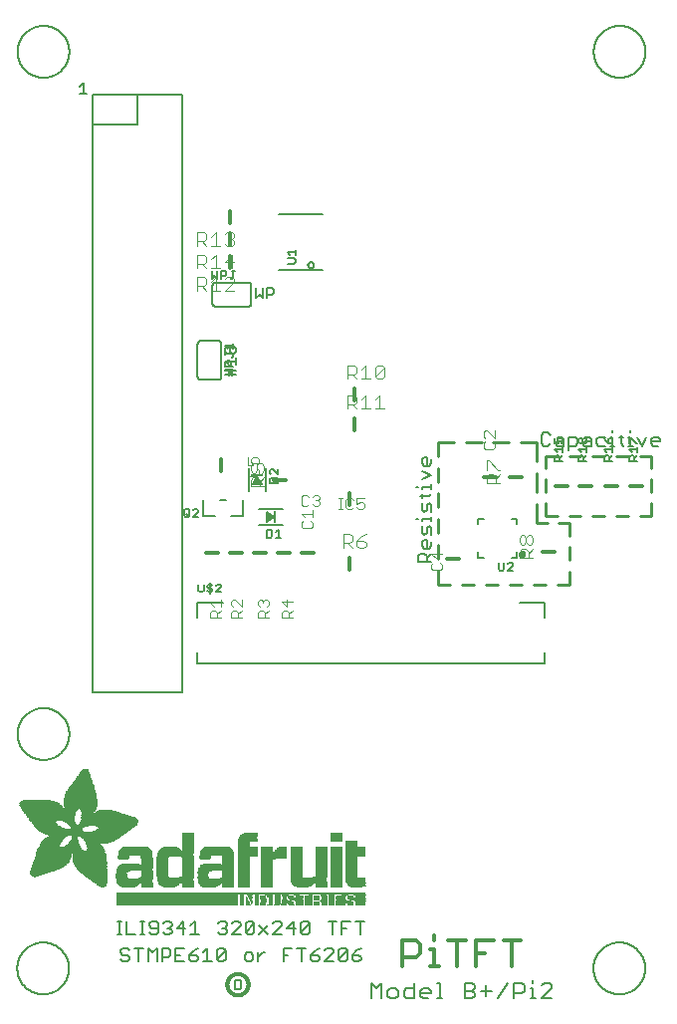
<source format=gbr>
G04 EAGLE Gerber RS-274X export*
G75*
%MOMM*%
%FSLAX34Y34*%
%LPD*%
%INSilkscreen Top*%
%IPPOS*%
%AMOC8*
5,1,8,0,0,1.08239X$1,22.5*%
G01*
%ADD10C,0.127000*%
%ADD11C,0.152400*%
%ADD12C,0.177800*%
%ADD13C,0.254000*%
%ADD14C,0.304800*%
%ADD15C,0.076200*%
%ADD16C,0.101600*%
%ADD17C,0.200000*%
%ADD18C,0.203200*%
%ADD19R,0.200000X1.000000*%
%ADD20R,1.000000X0.200000*%
%ADD21R,10.363200X0.025400*%
%ADD22R,0.406400X0.025400*%
%ADD23R,0.381000X0.025400*%
%ADD24R,0.457200X0.025400*%
%ADD25R,0.431800X0.025400*%
%ADD26R,0.635000X0.025400*%
%ADD27R,0.482600X0.025400*%
%ADD28R,0.889000X0.025400*%
%ADD29R,0.863600X0.025400*%
%ADD30R,0.508000X0.025400*%
%ADD31R,0.355600X0.025400*%
%ADD32R,0.025400X0.025400*%
%ADD33R,0.330200X0.025400*%
%ADD34R,0.050800X0.025400*%
%ADD35R,0.304800X0.025400*%
%ADD36R,0.076200X0.025400*%
%ADD37R,1.016000X0.025400*%
%ADD38R,1.524000X0.025400*%
%ADD39R,0.101600X0.025400*%
%ADD40R,0.279400X0.025400*%
%ADD41R,1.498600X0.025400*%
%ADD42R,0.254000X0.025400*%
%ADD43R,0.127000X0.025400*%
%ADD44R,0.965200X0.025400*%
%ADD45R,1.447800X0.025400*%
%ADD46R,0.228600X0.025400*%
%ADD47R,0.152400X0.025400*%
%ADD48R,0.812800X0.025400*%
%ADD49R,1.295400X0.025400*%
%ADD50R,0.533400X0.025400*%
%ADD51R,0.660400X0.025400*%
%ADD52R,0.609600X0.025400*%
%ADD53R,0.558800X0.025400*%
%ADD54R,0.203200X0.025400*%
%ADD55R,0.177800X0.025400*%
%ADD56R,0.914400X0.025400*%
%ADD57R,0.685800X0.025400*%
%ADD58R,0.939800X0.025400*%
%ADD59R,0.736600X0.025400*%
%ADD60R,0.990600X0.025400*%
%ADD61R,1.219200X0.025400*%
%ADD62R,1.117600X0.025400*%
%ADD63R,1.397000X0.025400*%
%ADD64R,1.244600X0.025400*%
%ADD65R,1.473200X0.025400*%
%ADD66R,0.584200X0.025400*%
%ADD67R,1.041400X0.025400*%
%ADD68R,21.209000X0.025400*%
%ADD69R,0.787400X0.025400*%
%ADD70R,1.193800X0.025400*%
%ADD71R,1.168400X0.025400*%
%ADD72R,1.092200X0.025400*%
%ADD73R,1.066800X0.025400*%
%ADD74R,1.143000X0.025400*%
%ADD75R,1.270000X0.025400*%
%ADD76R,1.320800X0.025400*%
%ADD77R,1.422400X0.025400*%
%ADD78R,1.549400X0.025400*%
%ADD79R,0.711200X0.025400*%
%ADD80R,1.625600X0.025400*%
%ADD81R,0.762000X0.025400*%
%ADD82R,1.701800X0.025400*%
%ADD83R,1.600200X0.025400*%
%ADD84R,1.727200X0.025400*%
%ADD85R,1.651000X0.025400*%
%ADD86R,0.838200X0.025400*%
%ADD87R,1.803400X0.025400*%
%ADD88R,1.574800X0.025400*%
%ADD89R,1.854200X0.025400*%
%ADD90R,1.778000X0.025400*%
%ADD91R,1.879600X0.025400*%
%ADD92R,1.930400X0.025400*%
%ADD93R,1.981200X0.025400*%
%ADD94R,1.905000X0.025400*%
%ADD95R,2.006600X0.025400*%
%ADD96R,3.048000X0.025400*%
%ADD97R,2.997200X0.025400*%
%ADD98R,2.057400X0.025400*%
%ADD99R,3.022600X0.025400*%
%ADD100R,2.032000X0.025400*%
%ADD101R,3.073400X0.025400*%
%ADD102R,1.676400X0.025400*%
%ADD103R,1.346200X0.025400*%
%ADD104R,3.098800X0.025400*%
%ADD105R,1.828800X0.025400*%
%ADD106R,2.082800X0.025400*%
%ADD107R,2.108200X0.025400*%
%ADD108R,2.159000X0.025400*%
%ADD109R,2.184400X0.025400*%
%ADD110R,2.235200X0.025400*%
%ADD111R,2.260600X0.025400*%
%ADD112R,2.311400X0.025400*%
%ADD113R,2.362200X0.025400*%
%ADD114R,2.387600X0.025400*%
%ADD115R,2.413000X0.025400*%
%ADD116R,2.438400X0.025400*%
%ADD117R,2.133600X0.025400*%
%ADD118R,2.463800X0.025400*%
%ADD119R,2.286000X0.025400*%
%ADD120R,2.514600X0.025400*%
%ADD121R,2.540000X0.025400*%
%ADD122R,2.565400X0.025400*%
%ADD123R,2.489200X0.025400*%
%ADD124R,2.590800X0.025400*%
%ADD125R,2.971800X0.025400*%
%ADD126R,2.616200X0.025400*%
%ADD127R,2.946400X0.025400*%
%ADD128R,2.641600X0.025400*%
%ADD129R,2.667000X0.025400*%
%ADD130R,2.921000X0.025400*%
%ADD131R,2.895600X0.025400*%
%ADD132R,2.717800X0.025400*%
%ADD133R,2.692400X0.025400*%
%ADD134R,2.870200X0.025400*%
%ADD135R,2.768600X0.025400*%
%ADD136R,2.743200X0.025400*%
%ADD137R,2.844800X0.025400*%
%ADD138R,2.794000X0.025400*%
%ADD139R,2.819400X0.025400*%
%ADD140R,1.371600X0.025400*%
%ADD141R,5.892800X0.025400*%
%ADD142R,5.867400X0.025400*%
%ADD143R,5.842000X0.025400*%
%ADD144R,5.816600X0.025400*%
%ADD145R,5.791200X0.025400*%
%ADD146R,4.114800X0.025400*%
%ADD147R,3.987800X0.025400*%
%ADD148R,1.955800X0.025400*%
%ADD149R,3.962400X0.025400*%
%ADD150R,3.911600X0.025400*%
%ADD151R,3.886200X0.025400*%
%ADD152R,3.835400X0.025400*%
%ADD153R,1.752600X0.025400*%
%ADD154R,3.810000X0.025400*%
%ADD155R,3.784600X0.025400*%
%ADD156R,3.733800X0.025400*%
%ADD157R,3.708400X0.025400*%
%ADD158R,3.683000X0.025400*%
%ADD159R,2.336800X0.025400*%
%ADD160R,3.657600X0.025400*%
%ADD161R,3.632200X0.025400*%
%ADD162R,3.149600X0.025400*%
%ADD163R,3.251200X0.025400*%
%ADD164R,3.276600X0.025400*%
%ADD165R,3.352800X0.025400*%
%ADD166R,3.454400X0.025400*%
%ADD167R,3.530600X0.025400*%
%ADD168R,4.241800X0.025400*%
%ADD169R,4.267200X0.025400*%
%ADD170R,4.318000X0.025400*%
%ADD171R,4.419600X0.025400*%
%ADD172R,6.400800X0.025400*%
%ADD173R,6.502400X0.025400*%
%ADD174R,6.680200X0.025400*%
%ADD175R,6.832600X0.025400*%
%ADD176R,6.858000X0.025400*%
%ADD177R,7.010400X0.025400*%
%ADD178R,7.112000X0.025400*%
%ADD179R,7.162800X0.025400*%
%ADD180R,3.860800X0.025400*%
%ADD181R,3.302000X0.025400*%
%ADD182R,2.209800X0.025400*%
%ADD183R,3.124200X0.025400*%
%ADD184R,3.200400X0.025400*%
%ADD185R,5.029200X0.025400*%
%ADD186R,5.003800X0.025400*%
%ADD187R,4.978400X0.025400*%
%ADD188R,4.953000X0.025400*%
%ADD189R,4.927600X0.025400*%
%ADD190R,4.902200X0.025400*%
%ADD191R,4.876800X0.025400*%
%ADD192R,4.851400X0.025400*%
%ADD193R,4.826000X0.025400*%
%ADD194R,4.800600X0.025400*%
%ADD195R,4.775200X0.025400*%
%ADD196R,4.749800X0.025400*%
%ADD197R,4.724400X0.025400*%
%ADD198R,4.699000X0.025400*%
%ADD199R,3.937000X0.025400*%
%ADD200R,4.648200X0.025400*%
%ADD201R,4.597400X0.025400*%
%ADD202R,4.546600X0.025400*%
%ADD203R,4.470400X0.025400*%
%ADD204R,4.013200X0.025400*%
%ADD205R,4.394200X0.025400*%
%ADD206R,4.038600X0.025400*%
%ADD207R,4.064000X0.025400*%
%ADD208R,4.089400X0.025400*%
%ADD209R,4.140200X0.025400*%
%ADD210R,4.165600X0.025400*%
%ADD211R,4.191000X0.025400*%
%ADD212R,3.759200X0.025400*%
%ADD213R,4.216400X0.025400*%
%ADD214R,3.606800X0.025400*%
%ADD215R,4.292600X0.025400*%
%ADD216R,4.368800X0.025400*%
%ADD217R,4.445000X0.025400*%
%ADD218R,4.495800X0.025400*%
%ADD219R,4.572000X0.025400*%
%ADD220R,4.622800X0.025400*%
%ADD221R,4.673600X0.025400*%
%ADD222R,3.581400X0.025400*%
%ADD223R,3.556000X0.025400*%
%ADD224R,3.479800X0.025400*%
%ADD225R,3.403600X0.025400*%
%ADD226R,3.378200X0.025400*%
%ADD227R,3.225800X0.025400*%

G36*
X216701Y450385D02*
X216701Y450385D01*
X216773Y450385D01*
X216841Y450405D01*
X216912Y450415D01*
X216977Y450444D01*
X217046Y450464D01*
X217106Y450502D01*
X217171Y450531D01*
X217226Y450577D01*
X217286Y450615D01*
X217334Y450669D01*
X217388Y450715D01*
X217428Y450774D01*
X217475Y450828D01*
X217506Y450892D01*
X217546Y450951D01*
X217567Y451020D01*
X217598Y451084D01*
X217610Y451154D01*
X217631Y451222D01*
X217633Y451294D01*
X217645Y451365D01*
X217637Y451435D01*
X217639Y451506D01*
X217620Y451576D01*
X217612Y451647D01*
X217587Y451702D01*
X217567Y451781D01*
X217506Y451884D01*
X217475Y451953D01*
X215475Y454953D01*
X215398Y455040D01*
X215325Y455130D01*
X215303Y455145D01*
X215285Y455165D01*
X215188Y455227D01*
X215093Y455294D01*
X215067Y455302D01*
X215045Y455317D01*
X214934Y455349D01*
X214824Y455387D01*
X214797Y455388D01*
X214772Y455395D01*
X214656Y455395D01*
X214540Y455401D01*
X214514Y455395D01*
X214487Y455395D01*
X214376Y455363D01*
X214263Y455337D01*
X214240Y455324D01*
X214214Y455316D01*
X214116Y455254D01*
X214015Y455198D01*
X213999Y455180D01*
X213974Y455165D01*
X213789Y454957D01*
X213785Y454953D01*
X211785Y451953D01*
X211754Y451889D01*
X211715Y451829D01*
X211693Y451761D01*
X211662Y451697D01*
X211650Y451626D01*
X211629Y451558D01*
X211627Y451487D01*
X211615Y451417D01*
X211623Y451345D01*
X211621Y451274D01*
X211639Y451205D01*
X211648Y451134D01*
X211675Y451068D01*
X211693Y450999D01*
X211730Y450938D01*
X211757Y450872D01*
X211802Y450816D01*
X211839Y450754D01*
X211890Y450705D01*
X211935Y450650D01*
X211994Y450609D01*
X212046Y450560D01*
X212109Y450527D01*
X212167Y450486D01*
X212235Y450463D01*
X212299Y450430D01*
X212358Y450420D01*
X212436Y450393D01*
X212555Y450387D01*
X212630Y450375D01*
X216630Y450375D01*
X216701Y450385D01*
G37*
G36*
X224105Y418633D02*
X224105Y418633D01*
X224176Y418631D01*
X224246Y418650D01*
X224317Y418658D01*
X224372Y418683D01*
X224451Y418703D01*
X224554Y418764D01*
X224623Y418795D01*
X227623Y420795D01*
X227710Y420872D01*
X227800Y420945D01*
X227815Y420967D01*
X227835Y420985D01*
X227897Y421082D01*
X227964Y421177D01*
X227972Y421203D01*
X227987Y421225D01*
X228019Y421336D01*
X228057Y421446D01*
X228058Y421473D01*
X228065Y421498D01*
X228065Y421614D01*
X228071Y421730D01*
X228065Y421756D01*
X228065Y421783D01*
X228033Y421894D01*
X228007Y422007D01*
X227994Y422030D01*
X227986Y422056D01*
X227924Y422154D01*
X227868Y422255D01*
X227850Y422271D01*
X227835Y422296D01*
X227627Y422481D01*
X227623Y422485D01*
X224623Y424485D01*
X224559Y424516D01*
X224499Y424556D01*
X224431Y424577D01*
X224367Y424608D01*
X224296Y424620D01*
X224228Y424641D01*
X224157Y424643D01*
X224087Y424655D01*
X224015Y424647D01*
X223944Y424649D01*
X223875Y424631D01*
X223804Y424622D01*
X223738Y424595D01*
X223669Y424577D01*
X223608Y424540D01*
X223542Y424513D01*
X223486Y424468D01*
X223424Y424432D01*
X223375Y424380D01*
X223320Y424335D01*
X223279Y424277D01*
X223230Y424224D01*
X223197Y424161D01*
X223156Y424103D01*
X223133Y424035D01*
X223100Y423971D01*
X223090Y423912D01*
X223063Y423834D01*
X223057Y423715D01*
X223045Y423640D01*
X223045Y419640D01*
X223055Y419569D01*
X223055Y419497D01*
X223075Y419429D01*
X223085Y419359D01*
X223114Y419293D01*
X223134Y419224D01*
X223172Y419164D01*
X223201Y419099D01*
X223247Y419044D01*
X223285Y418984D01*
X223339Y418936D01*
X223385Y418882D01*
X223444Y418842D01*
X223498Y418795D01*
X223562Y418764D01*
X223621Y418725D01*
X223690Y418703D01*
X223754Y418672D01*
X223824Y418660D01*
X223892Y418639D01*
X223964Y418637D01*
X224035Y418625D01*
X224105Y418633D01*
G37*
D10*
X63670Y787617D02*
X66636Y790583D01*
X66636Y781685D01*
X63670Y781685D02*
X69602Y781685D01*
D11*
X95497Y66802D02*
X99226Y66802D01*
X97361Y66802D02*
X97361Y77988D01*
X95497Y77988D02*
X99226Y77988D01*
X103293Y77988D02*
X103293Y66802D01*
X110750Y66802D01*
X114987Y66802D02*
X118716Y66802D01*
X116851Y66802D02*
X116851Y77988D01*
X114987Y77988D02*
X118716Y77988D01*
X122783Y68666D02*
X124647Y66802D01*
X128376Y66802D01*
X130240Y68666D01*
X130240Y76123D01*
X128376Y77988D01*
X124647Y77988D01*
X122783Y76123D01*
X122783Y74259D01*
X124647Y72395D01*
X130240Y72395D01*
X134477Y76123D02*
X136341Y77988D01*
X140070Y77988D01*
X141934Y76123D01*
X141934Y74259D01*
X140070Y72395D01*
X138205Y72395D01*
X140070Y72395D02*
X141934Y70531D01*
X141934Y68666D01*
X140070Y66802D01*
X136341Y66802D01*
X134477Y68666D01*
X151764Y66802D02*
X151764Y77988D01*
X146171Y72395D01*
X153628Y72395D01*
X157865Y74259D02*
X161593Y77988D01*
X161593Y66802D01*
X157865Y66802D02*
X165322Y66802D01*
X181253Y76123D02*
X183117Y77988D01*
X186846Y77988D01*
X188710Y76123D01*
X188710Y74259D01*
X186846Y72395D01*
X184981Y72395D01*
X186846Y72395D02*
X188710Y70531D01*
X188710Y68666D01*
X186846Y66802D01*
X183117Y66802D01*
X181253Y68666D01*
X192947Y66802D02*
X200404Y66802D01*
X192947Y66802D02*
X200404Y74259D01*
X200404Y76123D01*
X198540Y77988D01*
X194811Y77988D01*
X192947Y76123D01*
X204641Y76123D02*
X204641Y68666D01*
X204641Y76123D02*
X206505Y77988D01*
X210234Y77988D01*
X212098Y76123D01*
X212098Y68666D01*
X210234Y66802D01*
X206505Y66802D01*
X204641Y68666D01*
X212098Y76123D01*
X216335Y74259D02*
X223792Y66802D01*
X216335Y66802D02*
X223792Y74259D01*
X228029Y66802D02*
X235486Y66802D01*
X228029Y66802D02*
X235486Y74259D01*
X235486Y76123D01*
X233621Y77988D01*
X229893Y77988D01*
X228029Y76123D01*
X245315Y77988D02*
X245315Y66802D01*
X239723Y72395D02*
X245315Y77988D01*
X247180Y72395D02*
X239723Y72395D01*
X251417Y76123D02*
X251417Y68666D01*
X251417Y76123D02*
X253281Y77988D01*
X257009Y77988D01*
X258874Y76123D01*
X258874Y68666D01*
X257009Y66802D01*
X253281Y66802D01*
X251417Y68666D01*
X258874Y76123D01*
X278533Y77988D02*
X278533Y66802D01*
X274805Y77988D02*
X282262Y77988D01*
X286499Y77988D02*
X286499Y66802D01*
X286499Y77988D02*
X293956Y77988D01*
X290227Y72395D02*
X286499Y72395D01*
X301921Y66802D02*
X301921Y77988D01*
X298193Y77988D02*
X305650Y77988D01*
D12*
X311260Y25793D02*
X311260Y12319D01*
X315751Y21301D02*
X311260Y25793D01*
X315751Y21301D02*
X320242Y25793D01*
X320242Y12319D01*
X327538Y12319D02*
X332029Y12319D01*
X334275Y14565D01*
X334275Y19056D01*
X332029Y21301D01*
X327538Y21301D01*
X325293Y19056D01*
X325293Y14565D01*
X327538Y12319D01*
X348308Y12319D02*
X348308Y25793D01*
X348308Y12319D02*
X341571Y12319D01*
X339325Y14565D01*
X339325Y19056D01*
X341571Y21301D01*
X348308Y21301D01*
X355604Y12319D02*
X360095Y12319D01*
X355604Y12319D02*
X353358Y14565D01*
X353358Y19056D01*
X355604Y21301D01*
X360095Y21301D01*
X362341Y19056D01*
X362341Y16810D01*
X353358Y16810D01*
X367391Y25793D02*
X369637Y25793D01*
X369637Y12319D01*
X371882Y12319D02*
X367391Y12319D01*
X390779Y12319D02*
X390779Y25793D01*
X397516Y25793D01*
X399761Y23547D01*
X399761Y21301D01*
X397516Y19056D01*
X399761Y16810D01*
X399761Y14565D01*
X397516Y12319D01*
X390779Y12319D01*
X390779Y19056D02*
X397516Y19056D01*
X404812Y19056D02*
X413794Y19056D01*
X409303Y23547D02*
X409303Y14565D01*
X418845Y12319D02*
X427827Y25793D01*
X432877Y25793D02*
X432877Y12319D01*
X432877Y25793D02*
X439614Y25793D01*
X441860Y23547D01*
X441860Y19056D01*
X439614Y16810D01*
X432877Y16810D01*
X446910Y21301D02*
X449156Y21301D01*
X449156Y12319D01*
X451401Y12319D02*
X446910Y12319D01*
X449156Y25793D02*
X449156Y28038D01*
X456265Y12319D02*
X465248Y12319D01*
X465248Y21301D02*
X456265Y12319D01*
X465248Y21301D02*
X465248Y23547D01*
X463002Y25793D01*
X458511Y25793D01*
X456265Y23547D01*
D13*
X368300Y473365D02*
X368300Y485140D01*
X368300Y463365D02*
X368300Y451590D01*
X368300Y441590D02*
X368300Y429815D01*
X368300Y419815D02*
X368300Y408040D01*
X368300Y398040D02*
X368300Y386265D01*
X368300Y376265D02*
X368300Y364490D01*
X378593Y364490D01*
X388593Y364490D02*
X398887Y364490D01*
X408887Y364490D02*
X419180Y364490D01*
X429180Y364490D02*
X439473Y364490D01*
X449473Y364490D02*
X459767Y364490D01*
X469767Y364490D02*
X480060Y364490D01*
X480060Y375180D01*
X480060Y385180D02*
X480060Y395870D01*
X480060Y405870D02*
X480060Y416560D01*
X471090Y416560D01*
X461090Y416560D02*
X452120Y416560D01*
X452120Y432753D01*
X452120Y442753D02*
X452120Y458947D01*
X452120Y468947D02*
X452120Y485140D01*
X438665Y485140D01*
X428665Y485140D02*
X415210Y485140D01*
X405210Y485140D02*
X391755Y485140D01*
X381755Y485140D02*
X368300Y485140D01*
X459740Y473710D02*
X459740Y463443D01*
X459740Y453443D02*
X459740Y443177D01*
X459740Y433177D02*
X459740Y422910D01*
X469774Y422910D01*
X479774Y422910D02*
X489808Y422910D01*
X499808Y422910D02*
X509842Y422910D01*
X519842Y422910D02*
X529876Y422910D01*
X539876Y422910D02*
X549910Y422910D01*
X549910Y433177D01*
X549910Y443177D02*
X549910Y453443D01*
X549910Y463443D02*
X549910Y473710D01*
X539876Y473710D01*
X529876Y473710D02*
X519842Y473710D01*
X509842Y473710D02*
X499808Y473710D01*
X489808Y473710D02*
X479774Y473710D01*
X469774Y473710D02*
X459740Y473710D01*
D11*
X463596Y491413D02*
X461732Y493278D01*
X458003Y493278D01*
X456139Y491413D01*
X456139Y483956D01*
X458003Y482092D01*
X461732Y482092D01*
X463596Y483956D01*
X469697Y489549D02*
X473426Y489549D01*
X475290Y487685D01*
X475290Y482092D01*
X469697Y482092D01*
X467833Y483956D01*
X469697Y485821D01*
X475290Y485821D01*
X479527Y489549D02*
X479527Y478364D01*
X479527Y489549D02*
X485120Y489549D01*
X486984Y487685D01*
X486984Y483956D01*
X485120Y482092D01*
X479527Y482092D01*
X493085Y489549D02*
X496814Y489549D01*
X498678Y487685D01*
X498678Y482092D01*
X493085Y482092D01*
X491221Y483956D01*
X493085Y485821D01*
X498678Y485821D01*
X504779Y489549D02*
X510372Y489549D01*
X504779Y489549D02*
X502915Y487685D01*
X502915Y483956D01*
X504779Y482092D01*
X510372Y482092D01*
X514609Y489549D02*
X516473Y489549D01*
X516473Y482092D01*
X514609Y482092D02*
X518337Y482092D01*
X516473Y493278D02*
X516473Y495142D01*
X524269Y491413D02*
X524269Y483956D01*
X526133Y482092D01*
X526133Y489549D02*
X522405Y489549D01*
X530201Y489549D02*
X532065Y489549D01*
X532065Y482092D01*
X530201Y482092D02*
X533929Y482092D01*
X532065Y493278D02*
X532065Y495142D01*
X537997Y489549D02*
X541725Y482092D01*
X545454Y489549D01*
X551555Y482092D02*
X555284Y482092D01*
X551555Y482092D02*
X549691Y483956D01*
X549691Y487685D01*
X551555Y489549D01*
X555284Y489549D01*
X557148Y487685D01*
X557148Y485821D01*
X549691Y485821D01*
X362458Y383246D02*
X351272Y383246D01*
X351272Y388839D01*
X353137Y390703D01*
X356865Y390703D01*
X358730Y388839D01*
X358730Y383246D01*
X358730Y386975D02*
X362458Y390703D01*
X362458Y396804D02*
X362458Y400533D01*
X362458Y396804D02*
X360594Y394940D01*
X356865Y394940D01*
X355001Y396804D01*
X355001Y400533D01*
X356865Y402397D01*
X358730Y402397D01*
X358730Y394940D01*
X362458Y406634D02*
X362458Y412227D01*
X360594Y414091D01*
X358730Y412227D01*
X358730Y408498D01*
X356865Y406634D01*
X355001Y408498D01*
X355001Y414091D01*
X355001Y418328D02*
X355001Y420192D01*
X362458Y420192D01*
X362458Y418328D02*
X362458Y422056D01*
X351272Y420192D02*
X349408Y420192D01*
X362458Y426124D02*
X362458Y431717D01*
X360594Y433581D01*
X358730Y431717D01*
X358730Y427988D01*
X356865Y426124D01*
X355001Y427988D01*
X355001Y433581D01*
X353137Y439682D02*
X360594Y439682D01*
X362458Y441546D01*
X355001Y441546D02*
X355001Y437818D01*
X355001Y445614D02*
X355001Y447478D01*
X362458Y447478D01*
X362458Y445614D02*
X362458Y449342D01*
X351272Y447478D02*
X349408Y447478D01*
X355001Y453410D02*
X362458Y457138D01*
X355001Y460867D01*
X362458Y466968D02*
X362458Y470697D01*
X362458Y466968D02*
X360594Y465104D01*
X356865Y465104D01*
X355001Y466968D01*
X355001Y470697D01*
X356865Y472561D01*
X358730Y472561D01*
X358730Y465104D01*
D10*
X196215Y543075D02*
X187317Y543075D01*
X187317Y546041D02*
X196215Y546041D01*
X190283Y546041D02*
X190283Y541592D01*
X190283Y546041D02*
X190283Y547524D01*
X193249Y547524D02*
X193249Y541592D01*
X190283Y550947D02*
X187317Y553913D01*
X196215Y553913D01*
X196215Y550947D02*
X196215Y556879D01*
X188800Y560303D02*
X187317Y561786D01*
X187317Y564751D01*
X188800Y566234D01*
X190283Y566234D01*
X191766Y564751D01*
X193249Y566234D01*
X194732Y566234D01*
X196215Y564751D01*
X196215Y561786D01*
X194732Y560303D01*
X193249Y560303D01*
X191766Y561786D01*
X190283Y560303D01*
X188800Y560303D01*
X191766Y561786D02*
X191766Y564751D01*
X213530Y607695D02*
X213530Y616593D01*
X216496Y610661D02*
X213530Y607695D01*
X216496Y610661D02*
X219462Y607695D01*
X219462Y616593D01*
X222885Y616593D02*
X222885Y607695D01*
X222885Y616593D02*
X227334Y616593D01*
X228817Y615110D01*
X228817Y612144D01*
X227334Y610661D01*
X222885Y610661D01*
D11*
X104013Y55128D02*
X105878Y53263D01*
X104013Y55128D02*
X100285Y55128D01*
X98421Y53263D01*
X98421Y51399D01*
X100285Y49535D01*
X104013Y49535D01*
X105878Y47671D01*
X105878Y45806D01*
X104013Y43942D01*
X100285Y43942D01*
X98421Y45806D01*
X113843Y43942D02*
X113843Y55128D01*
X110115Y55128D02*
X117572Y55128D01*
X121809Y55128D02*
X121809Y43942D01*
X125537Y51399D02*
X121809Y55128D01*
X125537Y51399D02*
X129266Y55128D01*
X129266Y43942D01*
X133502Y43942D02*
X133502Y55128D01*
X139095Y55128D01*
X140960Y53263D01*
X140960Y49535D01*
X139095Y47671D01*
X133502Y47671D01*
X145196Y55128D02*
X152653Y55128D01*
X145196Y55128D02*
X145196Y43942D01*
X152653Y43942D01*
X148925Y49535D02*
X145196Y49535D01*
X160619Y53263D02*
X164347Y55128D01*
X160619Y53263D02*
X156890Y49535D01*
X156890Y45806D01*
X158755Y43942D01*
X162483Y43942D01*
X164347Y45806D01*
X164347Y47671D01*
X162483Y49535D01*
X156890Y49535D01*
X168584Y51399D02*
X172313Y55128D01*
X172313Y43942D01*
X176041Y43942D02*
X168584Y43942D01*
X180278Y45806D02*
X180278Y53263D01*
X182143Y55128D01*
X185871Y55128D01*
X187735Y53263D01*
X187735Y45806D01*
X185871Y43942D01*
X182143Y43942D01*
X180278Y45806D01*
X187735Y53263D01*
X205531Y43942D02*
X209259Y43942D01*
X211123Y45806D01*
X211123Y49535D01*
X209259Y51399D01*
X205531Y51399D01*
X203666Y49535D01*
X203666Y45806D01*
X205531Y43942D01*
X215360Y43942D02*
X215360Y51399D01*
X215360Y47671D02*
X219089Y51399D01*
X220953Y51399D01*
X236799Y55128D02*
X236799Y43942D01*
X236799Y55128D02*
X244256Y55128D01*
X240528Y49535D02*
X236799Y49535D01*
X252222Y43942D02*
X252222Y55128D01*
X255950Y55128D02*
X248493Y55128D01*
X263916Y53263D02*
X267644Y55128D01*
X263916Y53263D02*
X260187Y49535D01*
X260187Y45806D01*
X262051Y43942D01*
X265780Y43942D01*
X267644Y45806D01*
X267644Y47671D01*
X265780Y49535D01*
X260187Y49535D01*
X271881Y43942D02*
X279338Y43942D01*
X271881Y43942D02*
X279338Y51399D01*
X279338Y53263D01*
X277474Y55128D01*
X273745Y55128D01*
X271881Y53263D01*
X283575Y53263D02*
X283575Y45806D01*
X283575Y53263D02*
X285439Y55128D01*
X289168Y55128D01*
X291032Y53263D01*
X291032Y45806D01*
X289168Y43942D01*
X285439Y43942D01*
X283575Y45806D01*
X291032Y53263D01*
X298998Y53263D02*
X302726Y55128D01*
X298998Y53263D02*
X295269Y49535D01*
X295269Y45806D01*
X297133Y43942D01*
X300862Y43942D01*
X302726Y45806D01*
X302726Y47671D01*
X300862Y49535D01*
X295269Y49535D01*
D14*
X338112Y39624D02*
X338112Y61995D01*
X349298Y61995D01*
X353026Y58267D01*
X353026Y50810D01*
X349298Y47081D01*
X338112Y47081D01*
X361500Y54538D02*
X365229Y54538D01*
X365229Y39624D01*
X368957Y39624D02*
X361500Y39624D01*
X365229Y61995D02*
X365229Y65724D01*
X384549Y61995D02*
X384549Y39624D01*
X377092Y61995D02*
X392006Y61995D01*
X400480Y61995D02*
X400480Y39624D01*
X400480Y61995D02*
X415394Y61995D01*
X407937Y50810D02*
X400480Y50810D01*
X431325Y39624D02*
X431325Y61995D01*
X423868Y61995D02*
X438782Y61995D01*
X181610Y391160D02*
X171450Y391160D01*
D15*
X174363Y336001D02*
X183769Y336001D01*
X174363Y336001D02*
X174363Y340704D01*
X175931Y342271D01*
X179066Y342271D01*
X180634Y340704D01*
X180634Y336001D01*
X180634Y339136D02*
X183769Y342271D01*
X177498Y345356D02*
X174363Y348491D01*
X183769Y348491D01*
X183769Y345356D02*
X183769Y351627D01*
D14*
X191770Y391160D02*
X201930Y391160D01*
D15*
X201549Y336001D02*
X192143Y336001D01*
X192143Y340704D01*
X193711Y342271D01*
X196846Y342271D01*
X198414Y340704D01*
X198414Y336001D01*
X198414Y339136D02*
X201549Y342271D01*
X201549Y345356D02*
X201549Y351627D01*
X201549Y345356D02*
X195278Y351627D01*
X193711Y351627D01*
X192143Y350059D01*
X192143Y346923D01*
X193711Y345356D01*
D14*
X212090Y391160D02*
X222250Y391160D01*
D15*
X224409Y336001D02*
X215003Y336001D01*
X215003Y340704D01*
X216571Y342271D01*
X219706Y342271D01*
X221274Y340704D01*
X221274Y336001D01*
X221274Y339136D02*
X224409Y342271D01*
X216571Y345356D02*
X215003Y346923D01*
X215003Y350059D01*
X216571Y351627D01*
X218138Y351627D01*
X219706Y350059D01*
X219706Y348491D01*
X219706Y350059D02*
X221274Y351627D01*
X222841Y351627D01*
X224409Y350059D01*
X224409Y346923D01*
X222841Y345356D01*
D14*
X232410Y391160D02*
X242570Y391160D01*
D15*
X244729Y336001D02*
X235323Y336001D01*
X235323Y340704D01*
X236891Y342271D01*
X240026Y342271D01*
X241594Y340704D01*
X241594Y336001D01*
X241594Y339136D02*
X244729Y342271D01*
X244729Y350059D02*
X235323Y350059D01*
X240026Y345356D01*
X240026Y351627D01*
D14*
X407670Y455930D02*
X417830Y455930D01*
D15*
X406913Y484034D02*
X408481Y485602D01*
X406913Y484034D02*
X406913Y480899D01*
X408481Y479331D01*
X414751Y479331D01*
X416319Y480899D01*
X416319Y484034D01*
X414751Y485602D01*
X416319Y488686D02*
X416319Y494957D01*
X416319Y488686D02*
X410048Y494957D01*
X408481Y494957D01*
X406913Y493389D01*
X406913Y490254D01*
X408481Y488686D01*
D14*
X293370Y441960D02*
X293370Y431800D01*
D15*
X258291Y438889D02*
X256724Y440457D01*
X253588Y440457D01*
X252021Y438889D01*
X252021Y432619D01*
X253588Y431051D01*
X256724Y431051D01*
X258291Y432619D01*
X261376Y438889D02*
X262943Y440457D01*
X266079Y440457D01*
X267647Y438889D01*
X267647Y437322D01*
X266079Y435754D01*
X264511Y435754D01*
X266079Y435754D02*
X267647Y434186D01*
X267647Y432619D01*
X266079Y431051D01*
X262943Y431051D01*
X261376Y432619D01*
D14*
X375920Y386080D02*
X386080Y386080D01*
D15*
X364031Y382732D02*
X362463Y381164D01*
X362463Y378029D01*
X364031Y376461D01*
X370301Y376461D01*
X371869Y378029D01*
X371869Y381164D01*
X370301Y382732D01*
X371869Y390519D02*
X362463Y390519D01*
X367166Y385816D01*
X367166Y392087D01*
D14*
X262890Y391160D02*
X252730Y391160D01*
D15*
X251973Y416724D02*
X253541Y418292D01*
X251973Y416724D02*
X251973Y413589D01*
X253541Y412021D01*
X259811Y412021D01*
X261379Y413589D01*
X261379Y416724D01*
X259811Y418292D01*
X255108Y421376D02*
X251973Y424512D01*
X261379Y424512D01*
X261379Y427647D02*
X261379Y421376D01*
D14*
X184150Y461010D02*
X184150Y471170D01*
D15*
X206253Y461174D02*
X207821Y462742D01*
X206253Y461174D02*
X206253Y458039D01*
X207821Y456471D01*
X214091Y456471D01*
X215659Y458039D01*
X215659Y461174D01*
X214091Y462742D01*
X206253Y465826D02*
X206253Y472097D01*
X206253Y465826D02*
X210956Y465826D01*
X209388Y468962D01*
X209388Y470529D01*
X210956Y472097D01*
X214091Y472097D01*
X215659Y470529D01*
X215659Y467394D01*
X214091Y465826D01*
X283591Y428371D02*
X286726Y428371D01*
X285159Y428371D02*
X285159Y437777D01*
X286726Y437777D02*
X283591Y437777D01*
X294531Y437777D02*
X296098Y436209D01*
X294531Y437777D02*
X291395Y437777D01*
X289828Y436209D01*
X289828Y429939D01*
X291395Y428371D01*
X294531Y428371D01*
X296098Y429939D01*
X299183Y437777D02*
X305454Y437777D01*
X299183Y437777D02*
X299183Y433074D01*
X302318Y434642D01*
X303886Y434642D01*
X305454Y433074D01*
X305454Y429939D01*
X303886Y428371D01*
X300751Y428371D01*
X299183Y429939D01*
D10*
X185150Y349220D02*
X163150Y349220D01*
X163150Y336220D01*
X438150Y349220D02*
X459150Y349220D01*
X459150Y336220D01*
X163150Y306220D02*
X163150Y297220D01*
X459150Y297220D01*
X459150Y306220D01*
D11*
X164652Y358854D02*
X164652Y364362D01*
X164652Y358854D02*
X165754Y357752D01*
X167957Y357752D01*
X169058Y358854D01*
X169058Y364362D01*
X172136Y358854D02*
X173238Y357752D01*
X175441Y357752D01*
X176543Y358854D01*
X176543Y359955D01*
X175441Y361057D01*
X173238Y361057D01*
X172136Y362158D01*
X172136Y363260D01*
X173238Y364362D01*
X175441Y364362D01*
X176543Y363260D01*
X174339Y365463D02*
X174339Y356650D01*
X179620Y357752D02*
X184027Y357752D01*
X184027Y362158D02*
X179620Y357752D01*
X184027Y362158D02*
X184027Y363260D01*
X182925Y364362D01*
X180722Y364362D01*
X179620Y363260D01*
D14*
X293370Y377190D02*
X293370Y387350D01*
D16*
X287528Y395478D02*
X287528Y407172D01*
X293375Y407172D01*
X295324Y405223D01*
X295324Y401325D01*
X293375Y399376D01*
X287528Y399376D01*
X291426Y399376D02*
X295324Y395478D01*
X303120Y405223D02*
X307018Y407172D01*
X303120Y405223D02*
X299222Y401325D01*
X299222Y397427D01*
X301171Y395478D01*
X305069Y395478D01*
X307018Y397427D01*
X307018Y399376D01*
X305069Y401325D01*
X299222Y401325D01*
D10*
X430650Y387360D02*
X435600Y387360D01*
X435600Y392310D01*
X407550Y387360D02*
X402600Y387360D01*
X402600Y392310D01*
X435600Y415410D02*
X435600Y420360D01*
X430650Y420360D01*
X402600Y420360D02*
X402600Y415410D01*
X402600Y420360D02*
X407550Y420360D01*
D14*
X438686Y389860D02*
X438688Y389935D01*
X438694Y390009D01*
X438704Y390083D01*
X438717Y390156D01*
X438735Y390229D01*
X438756Y390300D01*
X438781Y390371D01*
X438810Y390440D01*
X438843Y390507D01*
X438879Y390572D01*
X438918Y390636D01*
X438960Y390697D01*
X439006Y390756D01*
X439055Y390813D01*
X439107Y390866D01*
X439161Y390917D01*
X439218Y390966D01*
X439278Y391010D01*
X439340Y391052D01*
X439404Y391091D01*
X439470Y391126D01*
X439537Y391157D01*
X439607Y391185D01*
X439677Y391209D01*
X439749Y391230D01*
X439822Y391246D01*
X439895Y391259D01*
X439970Y391268D01*
X440044Y391273D01*
X440119Y391274D01*
X440193Y391271D01*
X440268Y391264D01*
X440341Y391253D01*
X440415Y391239D01*
X440487Y391220D01*
X440558Y391198D01*
X440628Y391172D01*
X440697Y391142D01*
X440763Y391109D01*
X440828Y391072D01*
X440891Y391032D01*
X440952Y390988D01*
X441010Y390942D01*
X441066Y390892D01*
X441119Y390840D01*
X441170Y390785D01*
X441217Y390727D01*
X441261Y390667D01*
X441302Y390604D01*
X441340Y390540D01*
X441374Y390474D01*
X441405Y390405D01*
X441432Y390336D01*
X441455Y390265D01*
X441474Y390193D01*
X441490Y390120D01*
X441502Y390046D01*
X441510Y389972D01*
X441514Y389897D01*
X441514Y389823D01*
X441510Y389748D01*
X441502Y389674D01*
X441490Y389600D01*
X441474Y389527D01*
X441455Y389455D01*
X441432Y389384D01*
X441405Y389315D01*
X441374Y389246D01*
X441340Y389180D01*
X441302Y389116D01*
X441261Y389053D01*
X441217Y388993D01*
X441170Y388935D01*
X441119Y388880D01*
X441066Y388828D01*
X441010Y388778D01*
X440952Y388732D01*
X440891Y388688D01*
X440828Y388648D01*
X440763Y388611D01*
X440697Y388578D01*
X440628Y388548D01*
X440558Y388522D01*
X440487Y388500D01*
X440415Y388481D01*
X440341Y388467D01*
X440268Y388456D01*
X440193Y388449D01*
X440119Y388446D01*
X440044Y388447D01*
X439970Y388452D01*
X439895Y388461D01*
X439822Y388474D01*
X439749Y388490D01*
X439677Y388511D01*
X439607Y388535D01*
X439537Y388563D01*
X439470Y388594D01*
X439404Y388629D01*
X439340Y388668D01*
X439278Y388710D01*
X439218Y388754D01*
X439161Y388803D01*
X439107Y388854D01*
X439055Y388907D01*
X439006Y388964D01*
X438960Y389023D01*
X438918Y389084D01*
X438879Y389148D01*
X438843Y389213D01*
X438810Y389280D01*
X438781Y389349D01*
X438756Y389420D01*
X438735Y389491D01*
X438717Y389564D01*
X438704Y389637D01*
X438694Y389711D01*
X438688Y389785D01*
X438686Y389860D01*
D11*
X420134Y382784D02*
X420134Y377276D01*
X421235Y376174D01*
X423439Y376174D01*
X424540Y377276D01*
X424540Y382784D01*
X427618Y376174D02*
X432024Y376174D01*
X427618Y376174D02*
X432024Y380580D01*
X432024Y381682D01*
X430923Y382784D01*
X428719Y382784D01*
X427618Y381682D01*
D14*
X429260Y455930D02*
X439420Y455930D01*
D16*
X421132Y450088D02*
X409438Y450088D01*
X409438Y455935D01*
X411387Y457884D01*
X415285Y457884D01*
X417234Y455935D01*
X417234Y450088D01*
X417234Y453986D02*
X421132Y457884D01*
X409438Y461782D02*
X409438Y469578D01*
X411387Y469578D01*
X419183Y461782D01*
X421132Y461782D01*
D14*
X238760Y453390D02*
X228600Y453390D01*
D16*
X220472Y447548D02*
X208778Y447548D01*
X208778Y453395D01*
X210727Y455344D01*
X214625Y455344D01*
X216574Y453395D01*
X216574Y447548D01*
X216574Y451446D02*
X220472Y455344D01*
X218523Y459242D02*
X220472Y461191D01*
X220472Y465089D01*
X218523Y467038D01*
X210727Y467038D01*
X208778Y465089D01*
X208778Y461191D01*
X210727Y459242D01*
X212676Y459242D01*
X214625Y461191D01*
X214625Y467038D01*
D14*
X457200Y392430D02*
X467360Y392430D01*
D16*
X449072Y386588D02*
X437378Y386588D01*
X437378Y392435D01*
X439327Y394384D01*
X443225Y394384D01*
X445174Y392435D01*
X445174Y386588D01*
X445174Y390486D02*
X449072Y394384D01*
X439327Y398282D02*
X437378Y400231D01*
X437378Y404129D01*
X439327Y406078D01*
X441276Y406078D01*
X443225Y404129D01*
X445174Y406078D01*
X447123Y406078D01*
X449072Y404129D01*
X449072Y400231D01*
X447123Y398282D01*
X445174Y398282D01*
X443225Y400231D01*
X441276Y398282D01*
X439327Y398282D01*
X443225Y400231D02*
X443225Y404129D01*
D14*
X297180Y520700D02*
X297180Y530860D01*
D16*
X291338Y538988D02*
X291338Y550682D01*
X297185Y550682D01*
X299134Y548733D01*
X299134Y544835D01*
X297185Y542886D01*
X291338Y542886D01*
X295236Y542886D02*
X299134Y538988D01*
X303032Y546784D02*
X306930Y550682D01*
X306930Y538988D01*
X303032Y538988D02*
X310828Y538988D01*
X314726Y540937D02*
X314726Y548733D01*
X316675Y550682D01*
X320573Y550682D01*
X322522Y548733D01*
X322522Y540937D01*
X320573Y538988D01*
X316675Y538988D01*
X314726Y540937D01*
X322522Y548733D01*
D14*
X297180Y505460D02*
X297180Y495300D01*
D16*
X291338Y513588D02*
X291338Y525282D01*
X297185Y525282D01*
X299134Y523333D01*
X299134Y519435D01*
X297185Y517486D01*
X291338Y517486D01*
X295236Y517486D02*
X299134Y513588D01*
X303032Y521384D02*
X306930Y525282D01*
X306930Y513588D01*
X303032Y513588D02*
X310828Y513588D01*
X314726Y521384D02*
X318624Y525282D01*
X318624Y513588D01*
X314726Y513588D02*
X322522Y513588D01*
D17*
X10766Y817118D02*
X10773Y817658D01*
X10792Y818197D01*
X10826Y818736D01*
X10872Y819274D01*
X10931Y819811D01*
X11004Y820346D01*
X11090Y820879D01*
X11189Y821410D01*
X11301Y821938D01*
X11425Y822464D01*
X11563Y822986D01*
X11713Y823504D01*
X11876Y824019D01*
X12052Y824530D01*
X12240Y825036D01*
X12441Y825537D01*
X12653Y826033D01*
X12878Y826524D01*
X13115Y827009D01*
X13364Y827489D01*
X13624Y827962D01*
X13896Y828428D01*
X14179Y828888D01*
X14474Y829341D01*
X14779Y829786D01*
X15095Y830223D01*
X15422Y830653D01*
X15760Y831075D01*
X16107Y831488D01*
X16465Y831892D01*
X16833Y832288D01*
X17210Y832674D01*
X17596Y833051D01*
X17992Y833419D01*
X18396Y833777D01*
X18809Y834124D01*
X19231Y834462D01*
X19661Y834789D01*
X20098Y835105D01*
X20543Y835410D01*
X20996Y835705D01*
X21456Y835988D01*
X21922Y836260D01*
X22395Y836520D01*
X22875Y836769D01*
X23360Y837006D01*
X23851Y837231D01*
X24347Y837443D01*
X24848Y837644D01*
X25354Y837832D01*
X25865Y838008D01*
X26380Y838171D01*
X26898Y838321D01*
X27420Y838459D01*
X27946Y838583D01*
X28474Y838695D01*
X29005Y838794D01*
X29538Y838880D01*
X30073Y838953D01*
X30610Y839012D01*
X31148Y839058D01*
X31687Y839092D01*
X32226Y839111D01*
X32766Y839118D01*
X33306Y839111D01*
X33845Y839092D01*
X34384Y839058D01*
X34922Y839012D01*
X35459Y838953D01*
X35994Y838880D01*
X36527Y838794D01*
X37058Y838695D01*
X37586Y838583D01*
X38112Y838459D01*
X38634Y838321D01*
X39152Y838171D01*
X39667Y838008D01*
X40178Y837832D01*
X40684Y837644D01*
X41185Y837443D01*
X41681Y837231D01*
X42172Y837006D01*
X42657Y836769D01*
X43137Y836520D01*
X43610Y836260D01*
X44076Y835988D01*
X44536Y835705D01*
X44989Y835410D01*
X45434Y835105D01*
X45871Y834789D01*
X46301Y834462D01*
X46723Y834124D01*
X47136Y833777D01*
X47540Y833419D01*
X47936Y833051D01*
X48322Y832674D01*
X48699Y832288D01*
X49067Y831892D01*
X49425Y831488D01*
X49772Y831075D01*
X50110Y830653D01*
X50437Y830223D01*
X50753Y829786D01*
X51058Y829341D01*
X51353Y828888D01*
X51636Y828428D01*
X51908Y827962D01*
X52168Y827489D01*
X52417Y827009D01*
X52654Y826524D01*
X52879Y826033D01*
X53091Y825537D01*
X53292Y825036D01*
X53480Y824530D01*
X53656Y824019D01*
X53819Y823504D01*
X53969Y822986D01*
X54107Y822464D01*
X54231Y821938D01*
X54343Y821410D01*
X54442Y820879D01*
X54528Y820346D01*
X54601Y819811D01*
X54660Y819274D01*
X54706Y818736D01*
X54740Y818197D01*
X54759Y817658D01*
X54766Y817118D01*
X54759Y816578D01*
X54740Y816039D01*
X54706Y815500D01*
X54660Y814962D01*
X54601Y814425D01*
X54528Y813890D01*
X54442Y813357D01*
X54343Y812826D01*
X54231Y812298D01*
X54107Y811772D01*
X53969Y811250D01*
X53819Y810732D01*
X53656Y810217D01*
X53480Y809706D01*
X53292Y809200D01*
X53091Y808699D01*
X52879Y808203D01*
X52654Y807712D01*
X52417Y807227D01*
X52168Y806747D01*
X51908Y806274D01*
X51636Y805808D01*
X51353Y805348D01*
X51058Y804895D01*
X50753Y804450D01*
X50437Y804013D01*
X50110Y803583D01*
X49772Y803161D01*
X49425Y802748D01*
X49067Y802344D01*
X48699Y801948D01*
X48322Y801562D01*
X47936Y801185D01*
X47540Y800817D01*
X47136Y800459D01*
X46723Y800112D01*
X46301Y799774D01*
X45871Y799447D01*
X45434Y799131D01*
X44989Y798826D01*
X44536Y798531D01*
X44076Y798248D01*
X43610Y797976D01*
X43137Y797716D01*
X42657Y797467D01*
X42172Y797230D01*
X41681Y797005D01*
X41185Y796793D01*
X40684Y796592D01*
X40178Y796404D01*
X39667Y796228D01*
X39152Y796065D01*
X38634Y795915D01*
X38112Y795777D01*
X37586Y795653D01*
X37058Y795541D01*
X36527Y795442D01*
X35994Y795356D01*
X35459Y795283D01*
X34922Y795224D01*
X34384Y795178D01*
X33845Y795144D01*
X33306Y795125D01*
X32766Y795118D01*
X32226Y795125D01*
X31687Y795144D01*
X31148Y795178D01*
X30610Y795224D01*
X30073Y795283D01*
X29538Y795356D01*
X29005Y795442D01*
X28474Y795541D01*
X27946Y795653D01*
X27420Y795777D01*
X26898Y795915D01*
X26380Y796065D01*
X25865Y796228D01*
X25354Y796404D01*
X24848Y796592D01*
X24347Y796793D01*
X23851Y797005D01*
X23360Y797230D01*
X22875Y797467D01*
X22395Y797716D01*
X21922Y797976D01*
X21456Y798248D01*
X20996Y798531D01*
X20543Y798826D01*
X20098Y799131D01*
X19661Y799447D01*
X19231Y799774D01*
X18809Y800112D01*
X18396Y800459D01*
X17992Y800817D01*
X17596Y801185D01*
X17210Y801562D01*
X16833Y801948D01*
X16465Y802344D01*
X16107Y802748D01*
X15760Y803161D01*
X15422Y803583D01*
X15095Y804013D01*
X14779Y804450D01*
X14474Y804895D01*
X14179Y805348D01*
X13896Y805808D01*
X13624Y806274D01*
X13364Y806747D01*
X13115Y807227D01*
X12878Y807712D01*
X12653Y808203D01*
X12441Y808699D01*
X12240Y809200D01*
X12052Y809706D01*
X11876Y810217D01*
X11713Y810732D01*
X11563Y811250D01*
X11425Y811772D01*
X11301Y812298D01*
X11189Y812826D01*
X11090Y813357D01*
X11004Y813890D01*
X10931Y814425D01*
X10872Y814962D01*
X10826Y815500D01*
X10792Y816039D01*
X10773Y816578D01*
X10766Y817118D01*
X500732Y817118D02*
X500739Y817658D01*
X500758Y818197D01*
X500792Y818736D01*
X500838Y819274D01*
X500897Y819811D01*
X500970Y820346D01*
X501056Y820879D01*
X501155Y821410D01*
X501267Y821938D01*
X501391Y822464D01*
X501529Y822986D01*
X501679Y823504D01*
X501842Y824019D01*
X502018Y824530D01*
X502206Y825036D01*
X502407Y825537D01*
X502619Y826033D01*
X502844Y826524D01*
X503081Y827009D01*
X503330Y827489D01*
X503590Y827962D01*
X503862Y828428D01*
X504145Y828888D01*
X504440Y829341D01*
X504745Y829786D01*
X505061Y830223D01*
X505388Y830653D01*
X505726Y831075D01*
X506073Y831488D01*
X506431Y831892D01*
X506799Y832288D01*
X507176Y832674D01*
X507562Y833051D01*
X507958Y833419D01*
X508362Y833777D01*
X508775Y834124D01*
X509197Y834462D01*
X509627Y834789D01*
X510064Y835105D01*
X510509Y835410D01*
X510962Y835705D01*
X511422Y835988D01*
X511888Y836260D01*
X512361Y836520D01*
X512841Y836769D01*
X513326Y837006D01*
X513817Y837231D01*
X514313Y837443D01*
X514814Y837644D01*
X515320Y837832D01*
X515831Y838008D01*
X516346Y838171D01*
X516864Y838321D01*
X517386Y838459D01*
X517912Y838583D01*
X518440Y838695D01*
X518971Y838794D01*
X519504Y838880D01*
X520039Y838953D01*
X520576Y839012D01*
X521114Y839058D01*
X521653Y839092D01*
X522192Y839111D01*
X522732Y839118D01*
X523272Y839111D01*
X523811Y839092D01*
X524350Y839058D01*
X524888Y839012D01*
X525425Y838953D01*
X525960Y838880D01*
X526493Y838794D01*
X527024Y838695D01*
X527552Y838583D01*
X528078Y838459D01*
X528600Y838321D01*
X529118Y838171D01*
X529633Y838008D01*
X530144Y837832D01*
X530650Y837644D01*
X531151Y837443D01*
X531647Y837231D01*
X532138Y837006D01*
X532623Y836769D01*
X533103Y836520D01*
X533576Y836260D01*
X534042Y835988D01*
X534502Y835705D01*
X534955Y835410D01*
X535400Y835105D01*
X535837Y834789D01*
X536267Y834462D01*
X536689Y834124D01*
X537102Y833777D01*
X537506Y833419D01*
X537902Y833051D01*
X538288Y832674D01*
X538665Y832288D01*
X539033Y831892D01*
X539391Y831488D01*
X539738Y831075D01*
X540076Y830653D01*
X540403Y830223D01*
X540719Y829786D01*
X541024Y829341D01*
X541319Y828888D01*
X541602Y828428D01*
X541874Y827962D01*
X542134Y827489D01*
X542383Y827009D01*
X542620Y826524D01*
X542845Y826033D01*
X543057Y825537D01*
X543258Y825036D01*
X543446Y824530D01*
X543622Y824019D01*
X543785Y823504D01*
X543935Y822986D01*
X544073Y822464D01*
X544197Y821938D01*
X544309Y821410D01*
X544408Y820879D01*
X544494Y820346D01*
X544567Y819811D01*
X544626Y819274D01*
X544672Y818736D01*
X544706Y818197D01*
X544725Y817658D01*
X544732Y817118D01*
X544725Y816578D01*
X544706Y816039D01*
X544672Y815500D01*
X544626Y814962D01*
X544567Y814425D01*
X544494Y813890D01*
X544408Y813357D01*
X544309Y812826D01*
X544197Y812298D01*
X544073Y811772D01*
X543935Y811250D01*
X543785Y810732D01*
X543622Y810217D01*
X543446Y809706D01*
X543258Y809200D01*
X543057Y808699D01*
X542845Y808203D01*
X542620Y807712D01*
X542383Y807227D01*
X542134Y806747D01*
X541874Y806274D01*
X541602Y805808D01*
X541319Y805348D01*
X541024Y804895D01*
X540719Y804450D01*
X540403Y804013D01*
X540076Y803583D01*
X539738Y803161D01*
X539391Y802748D01*
X539033Y802344D01*
X538665Y801948D01*
X538288Y801562D01*
X537902Y801185D01*
X537506Y800817D01*
X537102Y800459D01*
X536689Y800112D01*
X536267Y799774D01*
X535837Y799447D01*
X535400Y799131D01*
X534955Y798826D01*
X534502Y798531D01*
X534042Y798248D01*
X533576Y797976D01*
X533103Y797716D01*
X532623Y797467D01*
X532138Y797230D01*
X531647Y797005D01*
X531151Y796793D01*
X530650Y796592D01*
X530144Y796404D01*
X529633Y796228D01*
X529118Y796065D01*
X528600Y795915D01*
X528078Y795777D01*
X527552Y795653D01*
X527024Y795541D01*
X526493Y795442D01*
X525960Y795356D01*
X525425Y795283D01*
X524888Y795224D01*
X524350Y795178D01*
X523811Y795144D01*
X523272Y795125D01*
X522732Y795118D01*
X522192Y795125D01*
X521653Y795144D01*
X521114Y795178D01*
X520576Y795224D01*
X520039Y795283D01*
X519504Y795356D01*
X518971Y795442D01*
X518440Y795541D01*
X517912Y795653D01*
X517386Y795777D01*
X516864Y795915D01*
X516346Y796065D01*
X515831Y796228D01*
X515320Y796404D01*
X514814Y796592D01*
X514313Y796793D01*
X513817Y797005D01*
X513326Y797230D01*
X512841Y797467D01*
X512361Y797716D01*
X511888Y797976D01*
X511422Y798248D01*
X510962Y798531D01*
X510509Y798826D01*
X510064Y799131D01*
X509627Y799447D01*
X509197Y799774D01*
X508775Y800112D01*
X508362Y800459D01*
X507958Y800817D01*
X507562Y801185D01*
X507176Y801562D01*
X506799Y801948D01*
X506431Y802344D01*
X506073Y802748D01*
X505726Y803161D01*
X505388Y803583D01*
X505061Y804013D01*
X504745Y804450D01*
X504440Y804895D01*
X504145Y805348D01*
X503862Y805808D01*
X503590Y806274D01*
X503330Y806747D01*
X503081Y807227D01*
X502844Y807712D01*
X502619Y808203D01*
X502407Y808699D01*
X502206Y809200D01*
X502018Y809706D01*
X501842Y810217D01*
X501679Y810732D01*
X501529Y811250D01*
X501391Y811772D01*
X501267Y812298D01*
X501155Y812826D01*
X501056Y813357D01*
X500970Y813890D01*
X500897Y814425D01*
X500838Y814962D01*
X500792Y815500D01*
X500758Y816039D01*
X500739Y816578D01*
X500732Y817118D01*
X500478Y38100D02*
X500485Y38640D01*
X500504Y39179D01*
X500538Y39718D01*
X500584Y40256D01*
X500643Y40793D01*
X500716Y41328D01*
X500802Y41861D01*
X500901Y42392D01*
X501013Y42920D01*
X501137Y43446D01*
X501275Y43968D01*
X501425Y44486D01*
X501588Y45001D01*
X501764Y45512D01*
X501952Y46018D01*
X502153Y46519D01*
X502365Y47015D01*
X502590Y47506D01*
X502827Y47991D01*
X503076Y48471D01*
X503336Y48944D01*
X503608Y49410D01*
X503891Y49870D01*
X504186Y50323D01*
X504491Y50768D01*
X504807Y51205D01*
X505134Y51635D01*
X505472Y52057D01*
X505819Y52470D01*
X506177Y52874D01*
X506545Y53270D01*
X506922Y53656D01*
X507308Y54033D01*
X507704Y54401D01*
X508108Y54759D01*
X508521Y55106D01*
X508943Y55444D01*
X509373Y55771D01*
X509810Y56087D01*
X510255Y56392D01*
X510708Y56687D01*
X511168Y56970D01*
X511634Y57242D01*
X512107Y57502D01*
X512587Y57751D01*
X513072Y57988D01*
X513563Y58213D01*
X514059Y58425D01*
X514560Y58626D01*
X515066Y58814D01*
X515577Y58990D01*
X516092Y59153D01*
X516610Y59303D01*
X517132Y59441D01*
X517658Y59565D01*
X518186Y59677D01*
X518717Y59776D01*
X519250Y59862D01*
X519785Y59935D01*
X520322Y59994D01*
X520860Y60040D01*
X521399Y60074D01*
X521938Y60093D01*
X522478Y60100D01*
X523018Y60093D01*
X523557Y60074D01*
X524096Y60040D01*
X524634Y59994D01*
X525171Y59935D01*
X525706Y59862D01*
X526239Y59776D01*
X526770Y59677D01*
X527298Y59565D01*
X527824Y59441D01*
X528346Y59303D01*
X528864Y59153D01*
X529379Y58990D01*
X529890Y58814D01*
X530396Y58626D01*
X530897Y58425D01*
X531393Y58213D01*
X531884Y57988D01*
X532369Y57751D01*
X532849Y57502D01*
X533322Y57242D01*
X533788Y56970D01*
X534248Y56687D01*
X534701Y56392D01*
X535146Y56087D01*
X535583Y55771D01*
X536013Y55444D01*
X536435Y55106D01*
X536848Y54759D01*
X537252Y54401D01*
X537648Y54033D01*
X538034Y53656D01*
X538411Y53270D01*
X538779Y52874D01*
X539137Y52470D01*
X539484Y52057D01*
X539822Y51635D01*
X540149Y51205D01*
X540465Y50768D01*
X540770Y50323D01*
X541065Y49870D01*
X541348Y49410D01*
X541620Y48944D01*
X541880Y48471D01*
X542129Y47991D01*
X542366Y47506D01*
X542591Y47015D01*
X542803Y46519D01*
X543004Y46018D01*
X543192Y45512D01*
X543368Y45001D01*
X543531Y44486D01*
X543681Y43968D01*
X543819Y43446D01*
X543943Y42920D01*
X544055Y42392D01*
X544154Y41861D01*
X544240Y41328D01*
X544313Y40793D01*
X544372Y40256D01*
X544418Y39718D01*
X544452Y39179D01*
X544471Y38640D01*
X544478Y38100D01*
X544471Y37560D01*
X544452Y37021D01*
X544418Y36482D01*
X544372Y35944D01*
X544313Y35407D01*
X544240Y34872D01*
X544154Y34339D01*
X544055Y33808D01*
X543943Y33280D01*
X543819Y32754D01*
X543681Y32232D01*
X543531Y31714D01*
X543368Y31199D01*
X543192Y30688D01*
X543004Y30182D01*
X542803Y29681D01*
X542591Y29185D01*
X542366Y28694D01*
X542129Y28209D01*
X541880Y27729D01*
X541620Y27256D01*
X541348Y26790D01*
X541065Y26330D01*
X540770Y25877D01*
X540465Y25432D01*
X540149Y24995D01*
X539822Y24565D01*
X539484Y24143D01*
X539137Y23730D01*
X538779Y23326D01*
X538411Y22930D01*
X538034Y22544D01*
X537648Y22167D01*
X537252Y21799D01*
X536848Y21441D01*
X536435Y21094D01*
X536013Y20756D01*
X535583Y20429D01*
X535146Y20113D01*
X534701Y19808D01*
X534248Y19513D01*
X533788Y19230D01*
X533322Y18958D01*
X532849Y18698D01*
X532369Y18449D01*
X531884Y18212D01*
X531393Y17987D01*
X530897Y17775D01*
X530396Y17574D01*
X529890Y17386D01*
X529379Y17210D01*
X528864Y17047D01*
X528346Y16897D01*
X527824Y16759D01*
X527298Y16635D01*
X526770Y16523D01*
X526239Y16424D01*
X525706Y16338D01*
X525171Y16265D01*
X524634Y16206D01*
X524096Y16160D01*
X523557Y16126D01*
X523018Y16107D01*
X522478Y16100D01*
X521938Y16107D01*
X521399Y16126D01*
X520860Y16160D01*
X520322Y16206D01*
X519785Y16265D01*
X519250Y16338D01*
X518717Y16424D01*
X518186Y16523D01*
X517658Y16635D01*
X517132Y16759D01*
X516610Y16897D01*
X516092Y17047D01*
X515577Y17210D01*
X515066Y17386D01*
X514560Y17574D01*
X514059Y17775D01*
X513563Y17987D01*
X513072Y18212D01*
X512587Y18449D01*
X512107Y18698D01*
X511634Y18958D01*
X511168Y19230D01*
X510708Y19513D01*
X510255Y19808D01*
X509810Y20113D01*
X509373Y20429D01*
X508943Y20756D01*
X508521Y21094D01*
X508108Y21441D01*
X507704Y21799D01*
X507308Y22167D01*
X506922Y22544D01*
X506545Y22930D01*
X506177Y23326D01*
X505819Y23730D01*
X505472Y24143D01*
X505134Y24565D01*
X504807Y24995D01*
X504491Y25432D01*
X504186Y25877D01*
X503891Y26330D01*
X503608Y26790D01*
X503336Y27256D01*
X503076Y27729D01*
X502827Y28209D01*
X502590Y28694D01*
X502365Y29185D01*
X502153Y29681D01*
X501952Y30182D01*
X501764Y30688D01*
X501588Y31199D01*
X501425Y31714D01*
X501275Y32232D01*
X501137Y32754D01*
X501013Y33280D01*
X500901Y33808D01*
X500802Y34339D01*
X500716Y34872D01*
X500643Y35407D01*
X500584Y35944D01*
X500538Y36482D01*
X500504Y37021D01*
X500485Y37560D01*
X500478Y38100D01*
X10512Y38100D02*
X10519Y38640D01*
X10538Y39179D01*
X10572Y39718D01*
X10618Y40256D01*
X10677Y40793D01*
X10750Y41328D01*
X10836Y41861D01*
X10935Y42392D01*
X11047Y42920D01*
X11171Y43446D01*
X11309Y43968D01*
X11459Y44486D01*
X11622Y45001D01*
X11798Y45512D01*
X11986Y46018D01*
X12187Y46519D01*
X12399Y47015D01*
X12624Y47506D01*
X12861Y47991D01*
X13110Y48471D01*
X13370Y48944D01*
X13642Y49410D01*
X13925Y49870D01*
X14220Y50323D01*
X14525Y50768D01*
X14841Y51205D01*
X15168Y51635D01*
X15506Y52057D01*
X15853Y52470D01*
X16211Y52874D01*
X16579Y53270D01*
X16956Y53656D01*
X17342Y54033D01*
X17738Y54401D01*
X18142Y54759D01*
X18555Y55106D01*
X18977Y55444D01*
X19407Y55771D01*
X19844Y56087D01*
X20289Y56392D01*
X20742Y56687D01*
X21202Y56970D01*
X21668Y57242D01*
X22141Y57502D01*
X22621Y57751D01*
X23106Y57988D01*
X23597Y58213D01*
X24093Y58425D01*
X24594Y58626D01*
X25100Y58814D01*
X25611Y58990D01*
X26126Y59153D01*
X26644Y59303D01*
X27166Y59441D01*
X27692Y59565D01*
X28220Y59677D01*
X28751Y59776D01*
X29284Y59862D01*
X29819Y59935D01*
X30356Y59994D01*
X30894Y60040D01*
X31433Y60074D01*
X31972Y60093D01*
X32512Y60100D01*
X33052Y60093D01*
X33591Y60074D01*
X34130Y60040D01*
X34668Y59994D01*
X35205Y59935D01*
X35740Y59862D01*
X36273Y59776D01*
X36804Y59677D01*
X37332Y59565D01*
X37858Y59441D01*
X38380Y59303D01*
X38898Y59153D01*
X39413Y58990D01*
X39924Y58814D01*
X40430Y58626D01*
X40931Y58425D01*
X41427Y58213D01*
X41918Y57988D01*
X42403Y57751D01*
X42883Y57502D01*
X43356Y57242D01*
X43822Y56970D01*
X44282Y56687D01*
X44735Y56392D01*
X45180Y56087D01*
X45617Y55771D01*
X46047Y55444D01*
X46469Y55106D01*
X46882Y54759D01*
X47286Y54401D01*
X47682Y54033D01*
X48068Y53656D01*
X48445Y53270D01*
X48813Y52874D01*
X49171Y52470D01*
X49518Y52057D01*
X49856Y51635D01*
X50183Y51205D01*
X50499Y50768D01*
X50804Y50323D01*
X51099Y49870D01*
X51382Y49410D01*
X51654Y48944D01*
X51914Y48471D01*
X52163Y47991D01*
X52400Y47506D01*
X52625Y47015D01*
X52837Y46519D01*
X53038Y46018D01*
X53226Y45512D01*
X53402Y45001D01*
X53565Y44486D01*
X53715Y43968D01*
X53853Y43446D01*
X53977Y42920D01*
X54089Y42392D01*
X54188Y41861D01*
X54274Y41328D01*
X54347Y40793D01*
X54406Y40256D01*
X54452Y39718D01*
X54486Y39179D01*
X54505Y38640D01*
X54512Y38100D01*
X54505Y37560D01*
X54486Y37021D01*
X54452Y36482D01*
X54406Y35944D01*
X54347Y35407D01*
X54274Y34872D01*
X54188Y34339D01*
X54089Y33808D01*
X53977Y33280D01*
X53853Y32754D01*
X53715Y32232D01*
X53565Y31714D01*
X53402Y31199D01*
X53226Y30688D01*
X53038Y30182D01*
X52837Y29681D01*
X52625Y29185D01*
X52400Y28694D01*
X52163Y28209D01*
X51914Y27729D01*
X51654Y27256D01*
X51382Y26790D01*
X51099Y26330D01*
X50804Y25877D01*
X50499Y25432D01*
X50183Y24995D01*
X49856Y24565D01*
X49518Y24143D01*
X49171Y23730D01*
X48813Y23326D01*
X48445Y22930D01*
X48068Y22544D01*
X47682Y22167D01*
X47286Y21799D01*
X46882Y21441D01*
X46469Y21094D01*
X46047Y20756D01*
X45617Y20429D01*
X45180Y20113D01*
X44735Y19808D01*
X44282Y19513D01*
X43822Y19230D01*
X43356Y18958D01*
X42883Y18698D01*
X42403Y18449D01*
X41918Y18212D01*
X41427Y17987D01*
X40931Y17775D01*
X40430Y17574D01*
X39924Y17386D01*
X39413Y17210D01*
X38898Y17047D01*
X38380Y16897D01*
X37858Y16759D01*
X37332Y16635D01*
X36804Y16523D01*
X36273Y16424D01*
X35740Y16338D01*
X35205Y16265D01*
X34668Y16206D01*
X34130Y16160D01*
X33591Y16126D01*
X33052Y16107D01*
X32512Y16100D01*
X31972Y16107D01*
X31433Y16126D01*
X30894Y16160D01*
X30356Y16206D01*
X29819Y16265D01*
X29284Y16338D01*
X28751Y16424D01*
X28220Y16523D01*
X27692Y16635D01*
X27166Y16759D01*
X26644Y16897D01*
X26126Y17047D01*
X25611Y17210D01*
X25100Y17386D01*
X24594Y17574D01*
X24093Y17775D01*
X23597Y17987D01*
X23106Y18212D01*
X22621Y18449D01*
X22141Y18698D01*
X21668Y18958D01*
X21202Y19230D01*
X20742Y19513D01*
X20289Y19808D01*
X19844Y20113D01*
X19407Y20429D01*
X18977Y20756D01*
X18555Y21094D01*
X18142Y21441D01*
X17738Y21799D01*
X17342Y22167D01*
X16956Y22544D01*
X16579Y22930D01*
X16211Y23326D01*
X15853Y23730D01*
X15506Y24143D01*
X15168Y24565D01*
X14841Y24995D01*
X14525Y25432D01*
X14220Y25877D01*
X13925Y26330D01*
X13642Y26790D01*
X13370Y27256D01*
X13110Y27729D01*
X12861Y28209D01*
X12624Y28694D01*
X12399Y29185D01*
X12187Y29681D01*
X11986Y30182D01*
X11798Y30688D01*
X11622Y31199D01*
X11459Y31714D01*
X11309Y32232D01*
X11171Y32754D01*
X11047Y33280D01*
X10935Y33808D01*
X10836Y34339D01*
X10750Y34872D01*
X10677Y35407D01*
X10618Y35944D01*
X10572Y36482D01*
X10538Y37021D01*
X10519Y37560D01*
X10512Y38100D01*
D18*
X232460Y631320D02*
X270460Y631320D01*
X270460Y679320D02*
X232460Y679320D01*
X257810Y636016D02*
X257812Y636116D01*
X257818Y636217D01*
X257828Y636316D01*
X257842Y636416D01*
X257859Y636515D01*
X257881Y636613D01*
X257907Y636710D01*
X257936Y636806D01*
X257969Y636900D01*
X258006Y636994D01*
X258046Y637086D01*
X258090Y637176D01*
X258138Y637264D01*
X258189Y637351D01*
X258243Y637435D01*
X258301Y637517D01*
X258362Y637597D01*
X258426Y637674D01*
X258493Y637749D01*
X258563Y637821D01*
X258636Y637890D01*
X258711Y637956D01*
X258789Y638020D01*
X258869Y638080D01*
X258952Y638137D01*
X259037Y638190D01*
X259124Y638240D01*
X259213Y638287D01*
X259303Y638330D01*
X259395Y638370D01*
X259489Y638406D01*
X259584Y638438D01*
X259680Y638466D01*
X259778Y638491D01*
X259876Y638511D01*
X259975Y638528D01*
X260075Y638541D01*
X260174Y638550D01*
X260275Y638555D01*
X260375Y638556D01*
X260475Y638553D01*
X260576Y638546D01*
X260675Y638535D01*
X260775Y638520D01*
X260873Y638502D01*
X260971Y638479D01*
X261068Y638452D01*
X261163Y638422D01*
X261258Y638388D01*
X261351Y638350D01*
X261442Y638309D01*
X261532Y638264D01*
X261620Y638216D01*
X261706Y638164D01*
X261790Y638109D01*
X261871Y638050D01*
X261950Y637988D01*
X262027Y637924D01*
X262101Y637856D01*
X262172Y637785D01*
X262241Y637712D01*
X262306Y637636D01*
X262369Y637557D01*
X262428Y637476D01*
X262484Y637393D01*
X262537Y637308D01*
X262586Y637220D01*
X262632Y637131D01*
X262674Y637040D01*
X262713Y636947D01*
X262748Y636853D01*
X262779Y636758D01*
X262807Y636661D01*
X262830Y636564D01*
X262850Y636465D01*
X262866Y636366D01*
X262878Y636267D01*
X262886Y636166D01*
X262890Y636066D01*
X262890Y635966D01*
X262886Y635866D01*
X262878Y635765D01*
X262866Y635666D01*
X262850Y635567D01*
X262830Y635468D01*
X262807Y635371D01*
X262779Y635274D01*
X262748Y635179D01*
X262713Y635085D01*
X262674Y634992D01*
X262632Y634901D01*
X262586Y634812D01*
X262537Y634724D01*
X262484Y634639D01*
X262428Y634556D01*
X262369Y634475D01*
X262306Y634396D01*
X262241Y634320D01*
X262172Y634247D01*
X262101Y634176D01*
X262027Y634108D01*
X261950Y634044D01*
X261871Y633982D01*
X261790Y633923D01*
X261706Y633868D01*
X261620Y633816D01*
X261532Y633768D01*
X261442Y633723D01*
X261351Y633682D01*
X261258Y633644D01*
X261163Y633610D01*
X261068Y633580D01*
X260971Y633553D01*
X260873Y633530D01*
X260775Y633512D01*
X260675Y633497D01*
X260576Y633486D01*
X260475Y633479D01*
X260375Y633476D01*
X260275Y633477D01*
X260174Y633482D01*
X260075Y633491D01*
X259975Y633504D01*
X259876Y633521D01*
X259778Y633541D01*
X259680Y633566D01*
X259584Y633594D01*
X259489Y633626D01*
X259395Y633662D01*
X259303Y633702D01*
X259213Y633745D01*
X259124Y633792D01*
X259037Y633842D01*
X258952Y633895D01*
X258869Y633952D01*
X258789Y634012D01*
X258711Y634076D01*
X258636Y634142D01*
X258563Y634211D01*
X258493Y634283D01*
X258426Y634358D01*
X258362Y634435D01*
X258301Y634515D01*
X258243Y634597D01*
X258189Y634681D01*
X258138Y634768D01*
X258090Y634856D01*
X258046Y634946D01*
X258006Y635038D01*
X257969Y635132D01*
X257936Y635226D01*
X257907Y635322D01*
X257881Y635419D01*
X257859Y635517D01*
X257842Y635616D01*
X257828Y635716D01*
X257818Y635815D01*
X257812Y635916D01*
X257810Y636016D01*
D11*
X245786Y637032D02*
X240278Y637032D01*
X245786Y637032D02*
X246888Y638134D01*
X246888Y640337D01*
X245786Y641438D01*
X240278Y641438D01*
X242482Y644516D02*
X240278Y646719D01*
X246888Y646719D01*
X246888Y644516D02*
X246888Y648923D01*
D14*
X191770Y643890D02*
X191770Y633730D01*
D16*
X163546Y625612D02*
X163546Y613918D01*
X163546Y625612D02*
X169393Y625612D01*
X171342Y623663D01*
X171342Y619765D01*
X169393Y617816D01*
X163546Y617816D01*
X167444Y617816D02*
X171342Y613918D01*
X175240Y621714D02*
X179138Y625612D01*
X179138Y613918D01*
X175240Y613918D02*
X183036Y613918D01*
X186934Y613918D02*
X194730Y613918D01*
X186934Y613918D02*
X194730Y621714D01*
X194730Y623663D01*
X192781Y625612D01*
X188883Y625612D01*
X186934Y623663D01*
D18*
X179070Y600710D02*
X207010Y600710D01*
X209550Y618490D02*
X209548Y618590D01*
X209542Y618689D01*
X209532Y618789D01*
X209519Y618887D01*
X209501Y618986D01*
X209480Y619083D01*
X209455Y619179D01*
X209426Y619275D01*
X209393Y619369D01*
X209357Y619462D01*
X209317Y619553D01*
X209273Y619643D01*
X209226Y619731D01*
X209176Y619817D01*
X209122Y619901D01*
X209065Y619983D01*
X209005Y620062D01*
X208941Y620140D01*
X208875Y620214D01*
X208806Y620286D01*
X208734Y620355D01*
X208660Y620421D01*
X208582Y620485D01*
X208503Y620545D01*
X208421Y620602D01*
X208337Y620656D01*
X208251Y620706D01*
X208163Y620753D01*
X208073Y620797D01*
X207982Y620837D01*
X207889Y620873D01*
X207795Y620906D01*
X207699Y620935D01*
X207603Y620960D01*
X207506Y620981D01*
X207407Y620999D01*
X207309Y621012D01*
X207209Y621022D01*
X207110Y621028D01*
X207010Y621030D01*
X179070Y621030D02*
X178970Y621028D01*
X178871Y621022D01*
X178771Y621012D01*
X178673Y620999D01*
X178574Y620981D01*
X178477Y620960D01*
X178381Y620935D01*
X178285Y620906D01*
X178191Y620873D01*
X178098Y620837D01*
X178007Y620797D01*
X177917Y620753D01*
X177829Y620706D01*
X177743Y620656D01*
X177659Y620602D01*
X177577Y620545D01*
X177498Y620485D01*
X177420Y620421D01*
X177346Y620355D01*
X177274Y620286D01*
X177205Y620214D01*
X177139Y620140D01*
X177075Y620062D01*
X177015Y619983D01*
X176958Y619901D01*
X176904Y619817D01*
X176854Y619731D01*
X176807Y619643D01*
X176763Y619553D01*
X176723Y619462D01*
X176687Y619369D01*
X176654Y619275D01*
X176625Y619179D01*
X176600Y619083D01*
X176579Y618986D01*
X176561Y618887D01*
X176548Y618789D01*
X176538Y618689D01*
X176532Y618590D01*
X176530Y618490D01*
X176530Y603250D02*
X176532Y603150D01*
X176538Y603051D01*
X176548Y602951D01*
X176561Y602853D01*
X176579Y602754D01*
X176600Y602657D01*
X176625Y602561D01*
X176654Y602465D01*
X176687Y602371D01*
X176723Y602278D01*
X176763Y602187D01*
X176807Y602097D01*
X176854Y602009D01*
X176904Y601923D01*
X176958Y601839D01*
X177015Y601757D01*
X177075Y601678D01*
X177139Y601600D01*
X177205Y601526D01*
X177274Y601454D01*
X177346Y601385D01*
X177420Y601319D01*
X177498Y601255D01*
X177577Y601195D01*
X177659Y601138D01*
X177743Y601084D01*
X177829Y601034D01*
X177917Y600987D01*
X178007Y600943D01*
X178098Y600903D01*
X178191Y600867D01*
X178285Y600834D01*
X178381Y600805D01*
X178477Y600780D01*
X178574Y600759D01*
X178673Y600741D01*
X178771Y600728D01*
X178871Y600718D01*
X178970Y600712D01*
X179070Y600710D01*
X207010Y600710D02*
X207110Y600712D01*
X207209Y600718D01*
X207309Y600728D01*
X207407Y600741D01*
X207506Y600759D01*
X207603Y600780D01*
X207699Y600805D01*
X207795Y600834D01*
X207889Y600867D01*
X207982Y600903D01*
X208073Y600943D01*
X208163Y600987D01*
X208251Y601034D01*
X208337Y601084D01*
X208421Y601138D01*
X208503Y601195D01*
X208582Y601255D01*
X208660Y601319D01*
X208734Y601385D01*
X208806Y601454D01*
X208875Y601526D01*
X208941Y601600D01*
X209005Y601678D01*
X209065Y601757D01*
X209122Y601839D01*
X209176Y601923D01*
X209226Y602009D01*
X209273Y602097D01*
X209317Y602187D01*
X209357Y602278D01*
X209393Y602371D01*
X209426Y602465D01*
X209455Y602561D01*
X209480Y602657D01*
X209501Y602754D01*
X209519Y602853D01*
X209532Y602951D01*
X209542Y603051D01*
X209548Y603150D01*
X209550Y603250D01*
X209550Y618490D01*
X176530Y618490D02*
X176530Y603250D01*
X179070Y621030D02*
X207010Y621030D01*
D11*
X176022Y624332D02*
X176022Y630942D01*
X178225Y626535D02*
X176022Y624332D01*
X178225Y626535D02*
X180428Y624332D01*
X180428Y630942D01*
X183506Y630942D02*
X183506Y624332D01*
X183506Y630942D02*
X186811Y630942D01*
X187913Y629840D01*
X187913Y627637D01*
X186811Y626535D01*
X183506Y626535D01*
X190990Y625434D02*
X192092Y624332D01*
X193194Y624332D01*
X194295Y625434D01*
X194295Y630942D01*
X193194Y630942D02*
X195397Y630942D01*
D14*
X191770Y671830D02*
X191770Y681990D01*
D16*
X163546Y663712D02*
X163546Y652018D01*
X163546Y663712D02*
X169393Y663712D01*
X171342Y661763D01*
X171342Y657865D01*
X169393Y655916D01*
X163546Y655916D01*
X167444Y655916D02*
X171342Y652018D01*
X175240Y659814D02*
X179138Y663712D01*
X179138Y652018D01*
X175240Y652018D02*
X183036Y652018D01*
X186934Y661763D02*
X188883Y663712D01*
X192781Y663712D01*
X194730Y661763D01*
X194730Y659814D01*
X192781Y657865D01*
X190832Y657865D01*
X192781Y657865D02*
X194730Y655916D01*
X194730Y653967D01*
X192781Y652018D01*
X188883Y652018D01*
X186934Y653967D01*
D14*
X191770Y652780D02*
X191770Y662940D01*
D16*
X163546Y644662D02*
X163546Y632968D01*
X163546Y644662D02*
X169393Y644662D01*
X171342Y642713D01*
X171342Y638815D01*
X169393Y636866D01*
X163546Y636866D01*
X167444Y636866D02*
X171342Y632968D01*
X175240Y640764D02*
X179138Y644662D01*
X179138Y632968D01*
X175240Y632968D02*
X183036Y632968D01*
X192781Y632968D02*
X192781Y644662D01*
X186934Y638815D01*
X194730Y638815D01*
D18*
X113030Y781050D02*
X74930Y781050D01*
X113030Y781050D02*
X151130Y781050D01*
X151130Y273050D01*
X74930Y273050D02*
X74930Y755650D01*
X74930Y781050D01*
X74930Y273050D02*
X151130Y273050D01*
X113030Y755650D02*
X113030Y781050D01*
X113030Y755650D02*
X74930Y755650D01*
D17*
X10766Y237236D02*
X10773Y237776D01*
X10792Y238315D01*
X10826Y238854D01*
X10872Y239392D01*
X10931Y239929D01*
X11004Y240464D01*
X11090Y240997D01*
X11189Y241528D01*
X11301Y242056D01*
X11425Y242582D01*
X11563Y243104D01*
X11713Y243622D01*
X11876Y244137D01*
X12052Y244648D01*
X12240Y245154D01*
X12441Y245655D01*
X12653Y246151D01*
X12878Y246642D01*
X13115Y247127D01*
X13364Y247607D01*
X13624Y248080D01*
X13896Y248546D01*
X14179Y249006D01*
X14474Y249459D01*
X14779Y249904D01*
X15095Y250341D01*
X15422Y250771D01*
X15760Y251193D01*
X16107Y251606D01*
X16465Y252010D01*
X16833Y252406D01*
X17210Y252792D01*
X17596Y253169D01*
X17992Y253537D01*
X18396Y253895D01*
X18809Y254242D01*
X19231Y254580D01*
X19661Y254907D01*
X20098Y255223D01*
X20543Y255528D01*
X20996Y255823D01*
X21456Y256106D01*
X21922Y256378D01*
X22395Y256638D01*
X22875Y256887D01*
X23360Y257124D01*
X23851Y257349D01*
X24347Y257561D01*
X24848Y257762D01*
X25354Y257950D01*
X25865Y258126D01*
X26380Y258289D01*
X26898Y258439D01*
X27420Y258577D01*
X27946Y258701D01*
X28474Y258813D01*
X29005Y258912D01*
X29538Y258998D01*
X30073Y259071D01*
X30610Y259130D01*
X31148Y259176D01*
X31687Y259210D01*
X32226Y259229D01*
X32766Y259236D01*
X33306Y259229D01*
X33845Y259210D01*
X34384Y259176D01*
X34922Y259130D01*
X35459Y259071D01*
X35994Y258998D01*
X36527Y258912D01*
X37058Y258813D01*
X37586Y258701D01*
X38112Y258577D01*
X38634Y258439D01*
X39152Y258289D01*
X39667Y258126D01*
X40178Y257950D01*
X40684Y257762D01*
X41185Y257561D01*
X41681Y257349D01*
X42172Y257124D01*
X42657Y256887D01*
X43137Y256638D01*
X43610Y256378D01*
X44076Y256106D01*
X44536Y255823D01*
X44989Y255528D01*
X45434Y255223D01*
X45871Y254907D01*
X46301Y254580D01*
X46723Y254242D01*
X47136Y253895D01*
X47540Y253537D01*
X47936Y253169D01*
X48322Y252792D01*
X48699Y252406D01*
X49067Y252010D01*
X49425Y251606D01*
X49772Y251193D01*
X50110Y250771D01*
X50437Y250341D01*
X50753Y249904D01*
X51058Y249459D01*
X51353Y249006D01*
X51636Y248546D01*
X51908Y248080D01*
X52168Y247607D01*
X52417Y247127D01*
X52654Y246642D01*
X52879Y246151D01*
X53091Y245655D01*
X53292Y245154D01*
X53480Y244648D01*
X53656Y244137D01*
X53819Y243622D01*
X53969Y243104D01*
X54107Y242582D01*
X54231Y242056D01*
X54343Y241528D01*
X54442Y240997D01*
X54528Y240464D01*
X54601Y239929D01*
X54660Y239392D01*
X54706Y238854D01*
X54740Y238315D01*
X54759Y237776D01*
X54766Y237236D01*
X54759Y236696D01*
X54740Y236157D01*
X54706Y235618D01*
X54660Y235080D01*
X54601Y234543D01*
X54528Y234008D01*
X54442Y233475D01*
X54343Y232944D01*
X54231Y232416D01*
X54107Y231890D01*
X53969Y231368D01*
X53819Y230850D01*
X53656Y230335D01*
X53480Y229824D01*
X53292Y229318D01*
X53091Y228817D01*
X52879Y228321D01*
X52654Y227830D01*
X52417Y227345D01*
X52168Y226865D01*
X51908Y226392D01*
X51636Y225926D01*
X51353Y225466D01*
X51058Y225013D01*
X50753Y224568D01*
X50437Y224131D01*
X50110Y223701D01*
X49772Y223279D01*
X49425Y222866D01*
X49067Y222462D01*
X48699Y222066D01*
X48322Y221680D01*
X47936Y221303D01*
X47540Y220935D01*
X47136Y220577D01*
X46723Y220230D01*
X46301Y219892D01*
X45871Y219565D01*
X45434Y219249D01*
X44989Y218944D01*
X44536Y218649D01*
X44076Y218366D01*
X43610Y218094D01*
X43137Y217834D01*
X42657Y217585D01*
X42172Y217348D01*
X41681Y217123D01*
X41185Y216911D01*
X40684Y216710D01*
X40178Y216522D01*
X39667Y216346D01*
X39152Y216183D01*
X38634Y216033D01*
X38112Y215895D01*
X37586Y215771D01*
X37058Y215659D01*
X36527Y215560D01*
X35994Y215474D01*
X35459Y215401D01*
X34922Y215342D01*
X34384Y215296D01*
X33845Y215262D01*
X33306Y215243D01*
X32766Y215236D01*
X32226Y215243D01*
X31687Y215262D01*
X31148Y215296D01*
X30610Y215342D01*
X30073Y215401D01*
X29538Y215474D01*
X29005Y215560D01*
X28474Y215659D01*
X27946Y215771D01*
X27420Y215895D01*
X26898Y216033D01*
X26380Y216183D01*
X25865Y216346D01*
X25354Y216522D01*
X24848Y216710D01*
X24347Y216911D01*
X23851Y217123D01*
X23360Y217348D01*
X22875Y217585D01*
X22395Y217834D01*
X21922Y218094D01*
X21456Y218366D01*
X20996Y218649D01*
X20543Y218944D01*
X20098Y219249D01*
X19661Y219565D01*
X19231Y219892D01*
X18809Y220230D01*
X18396Y220577D01*
X17992Y220935D01*
X17596Y221303D01*
X17210Y221680D01*
X16833Y222066D01*
X16465Y222462D01*
X16107Y222866D01*
X15760Y223279D01*
X15422Y223701D01*
X15095Y224131D01*
X14779Y224568D01*
X14474Y225013D01*
X14179Y225466D01*
X13896Y225926D01*
X13624Y226392D01*
X13364Y226865D01*
X13115Y227345D01*
X12878Y227830D01*
X12653Y228321D01*
X12441Y228817D01*
X12240Y229318D01*
X12052Y229824D01*
X11876Y230335D01*
X11713Y230850D01*
X11563Y231368D01*
X11425Y231890D01*
X11301Y232416D01*
X11189Y232944D01*
X11090Y233475D01*
X11004Y234008D01*
X10931Y234543D01*
X10872Y235080D01*
X10826Y235618D01*
X10792Y236157D01*
X10773Y236696D01*
X10766Y237236D01*
D14*
X468630Y448310D02*
X478790Y448310D01*
D11*
X474218Y469392D02*
X467608Y469392D01*
X467608Y472697D01*
X468710Y473798D01*
X470913Y473798D01*
X472015Y472697D01*
X472015Y469392D01*
X472015Y471595D02*
X474218Y473798D01*
X469812Y476876D02*
X467608Y479079D01*
X474218Y479079D01*
X474218Y476876D02*
X474218Y481283D01*
X467608Y484360D02*
X467608Y488767D01*
X467608Y484360D02*
X470913Y484360D01*
X469812Y486564D01*
X469812Y487665D01*
X470913Y488767D01*
X473116Y488767D01*
X474218Y487665D01*
X474218Y485462D01*
X473116Y484360D01*
D14*
X510540Y448310D02*
X520700Y448310D01*
D11*
X516128Y469392D02*
X509518Y469392D01*
X509518Y472697D01*
X510620Y473798D01*
X512823Y473798D01*
X513925Y472697D01*
X513925Y469392D01*
X513925Y471595D02*
X516128Y473798D01*
X511722Y476876D02*
X509518Y479079D01*
X516128Y479079D01*
X516128Y476876D02*
X516128Y481283D01*
X510620Y486564D02*
X509518Y488767D01*
X510620Y486564D02*
X512823Y484360D01*
X515026Y484360D01*
X516128Y485462D01*
X516128Y487665D01*
X515026Y488767D01*
X513925Y488767D01*
X512823Y487665D01*
X512823Y484360D01*
D14*
X532130Y448310D02*
X542290Y448310D01*
D11*
X537718Y469392D02*
X531108Y469392D01*
X531108Y472697D01*
X532210Y473798D01*
X534413Y473798D01*
X535515Y472697D01*
X535515Y469392D01*
X535515Y471595D02*
X537718Y473798D01*
X533312Y476876D02*
X531108Y479079D01*
X537718Y479079D01*
X537718Y476876D02*
X537718Y481283D01*
X531108Y484360D02*
X531108Y488767D01*
X532210Y488767D01*
X536616Y484360D01*
X537718Y484360D01*
D14*
X499110Y448310D02*
X488950Y448310D01*
D11*
X487928Y469392D02*
X494538Y469392D01*
X487928Y469392D02*
X487928Y472697D01*
X489030Y473798D01*
X491233Y473798D01*
X492335Y472697D01*
X492335Y469392D01*
X492335Y471595D02*
X494538Y473798D01*
X490132Y476876D02*
X487928Y479079D01*
X494538Y479079D01*
X494538Y476876D02*
X494538Y481283D01*
X489030Y484360D02*
X487928Y485462D01*
X487928Y487665D01*
X489030Y488767D01*
X490132Y488767D01*
X491233Y487665D01*
X492335Y488767D01*
X493436Y488767D01*
X494538Y487665D01*
X494538Y485462D01*
X493436Y484360D01*
X492335Y484360D01*
X491233Y485462D01*
X490132Y484360D01*
X489030Y484360D01*
X491233Y485462D02*
X491233Y487665D01*
D18*
X163830Y541020D02*
X163830Y568960D01*
X184150Y541020D02*
X184148Y540920D01*
X184142Y540821D01*
X184132Y540721D01*
X184119Y540623D01*
X184101Y540524D01*
X184080Y540427D01*
X184055Y540331D01*
X184026Y540235D01*
X183993Y540141D01*
X183957Y540048D01*
X183917Y539957D01*
X183873Y539867D01*
X183826Y539779D01*
X183776Y539693D01*
X183722Y539609D01*
X183665Y539527D01*
X183605Y539448D01*
X183541Y539370D01*
X183475Y539296D01*
X183406Y539224D01*
X183334Y539155D01*
X183260Y539089D01*
X183182Y539025D01*
X183103Y538965D01*
X183021Y538908D01*
X182937Y538854D01*
X182851Y538804D01*
X182763Y538757D01*
X182673Y538713D01*
X182582Y538673D01*
X182489Y538637D01*
X182395Y538604D01*
X182299Y538575D01*
X182203Y538550D01*
X182106Y538529D01*
X182007Y538511D01*
X181909Y538498D01*
X181809Y538488D01*
X181710Y538482D01*
X181610Y538480D01*
X184150Y568960D02*
X184148Y569060D01*
X184142Y569159D01*
X184132Y569259D01*
X184119Y569357D01*
X184101Y569456D01*
X184080Y569553D01*
X184055Y569649D01*
X184026Y569745D01*
X183993Y569839D01*
X183957Y569932D01*
X183917Y570023D01*
X183873Y570113D01*
X183826Y570201D01*
X183776Y570287D01*
X183722Y570371D01*
X183665Y570453D01*
X183605Y570532D01*
X183541Y570610D01*
X183475Y570684D01*
X183406Y570756D01*
X183334Y570825D01*
X183260Y570891D01*
X183182Y570955D01*
X183103Y571015D01*
X183021Y571072D01*
X182937Y571126D01*
X182851Y571176D01*
X182763Y571223D01*
X182673Y571267D01*
X182582Y571307D01*
X182489Y571343D01*
X182395Y571376D01*
X182299Y571405D01*
X182203Y571430D01*
X182106Y571451D01*
X182007Y571469D01*
X181909Y571482D01*
X181809Y571492D01*
X181710Y571498D01*
X181610Y571500D01*
X166370Y571500D02*
X166270Y571498D01*
X166171Y571492D01*
X166071Y571482D01*
X165973Y571469D01*
X165874Y571451D01*
X165777Y571430D01*
X165681Y571405D01*
X165585Y571376D01*
X165491Y571343D01*
X165398Y571307D01*
X165307Y571267D01*
X165217Y571223D01*
X165129Y571176D01*
X165043Y571126D01*
X164959Y571072D01*
X164877Y571015D01*
X164798Y570955D01*
X164720Y570891D01*
X164646Y570825D01*
X164574Y570756D01*
X164505Y570684D01*
X164439Y570610D01*
X164375Y570532D01*
X164315Y570453D01*
X164258Y570371D01*
X164204Y570287D01*
X164154Y570201D01*
X164107Y570113D01*
X164063Y570023D01*
X164023Y569932D01*
X163987Y569839D01*
X163954Y569745D01*
X163925Y569649D01*
X163900Y569553D01*
X163879Y569456D01*
X163861Y569357D01*
X163848Y569259D01*
X163838Y569159D01*
X163832Y569060D01*
X163830Y568960D01*
X163830Y541020D02*
X163832Y540920D01*
X163838Y540821D01*
X163848Y540721D01*
X163861Y540623D01*
X163879Y540524D01*
X163900Y540427D01*
X163925Y540331D01*
X163954Y540235D01*
X163987Y540141D01*
X164023Y540048D01*
X164063Y539957D01*
X164107Y539867D01*
X164154Y539779D01*
X164204Y539693D01*
X164258Y539609D01*
X164315Y539527D01*
X164375Y539448D01*
X164439Y539370D01*
X164505Y539296D01*
X164574Y539224D01*
X164646Y539155D01*
X164720Y539089D01*
X164798Y539025D01*
X164877Y538965D01*
X164959Y538908D01*
X165043Y538854D01*
X165129Y538804D01*
X165217Y538757D01*
X165307Y538713D01*
X165398Y538673D01*
X165491Y538637D01*
X165585Y538604D01*
X165681Y538575D01*
X165777Y538550D01*
X165874Y538529D01*
X165973Y538511D01*
X166071Y538498D01*
X166171Y538488D01*
X166270Y538482D01*
X166370Y538480D01*
X181610Y538480D01*
X181610Y571500D02*
X166370Y571500D01*
X184150Y568960D02*
X184150Y541020D01*
D11*
X187446Y542325D02*
X194056Y542325D01*
X191853Y544529D01*
X194056Y546732D01*
X187446Y546732D01*
X187446Y549810D02*
X194056Y549810D01*
X187446Y549810D02*
X187446Y553114D01*
X188548Y554216D01*
X190751Y554216D01*
X191853Y553114D01*
X191853Y549810D01*
X192954Y557294D02*
X194056Y558395D01*
X194056Y559497D01*
X192954Y560599D01*
X187446Y560599D01*
X187446Y561700D02*
X187446Y559497D01*
X189650Y564778D02*
X187446Y566981D01*
X194056Y566981D01*
X194056Y564778D02*
X194056Y569184D01*
D18*
X216060Y414640D02*
X236060Y414640D01*
X236060Y428640D02*
X216060Y428640D01*
X222560Y417640D02*
X228560Y421640D01*
X222560Y417640D02*
X222560Y425640D01*
X228560Y421640D01*
D19*
X229560Y421640D03*
D11*
X222854Y410884D02*
X222854Y404274D01*
X226159Y404274D01*
X227260Y405376D01*
X227260Y409782D01*
X226159Y410884D01*
X222854Y410884D01*
X230338Y408680D02*
X232541Y410884D01*
X232541Y404274D01*
X230338Y404274D02*
X234744Y404274D01*
D18*
X221630Y443390D02*
X221630Y463390D01*
X207630Y463390D02*
X207630Y443390D01*
X218630Y449890D02*
X214630Y455890D01*
X218630Y449890D02*
X210630Y449890D01*
X214630Y455890D01*
D20*
X214630Y456890D03*
D11*
X225386Y450184D02*
X231996Y450184D01*
X231996Y453489D01*
X230894Y454590D01*
X226488Y454590D01*
X225386Y453489D01*
X225386Y450184D01*
X231996Y457668D02*
X231996Y462074D01*
X231996Y457668D02*
X227590Y462074D01*
X226488Y462074D01*
X225386Y460973D01*
X225386Y458769D01*
X226488Y457668D01*
D18*
X202144Y435784D02*
X202144Y422656D01*
X192556Y422656D01*
X168696Y422656D02*
X168696Y435784D01*
X168696Y422656D02*
X178284Y422656D01*
X183196Y435864D02*
X187784Y435864D01*
D11*
X152164Y427402D02*
X152164Y422996D01*
X152164Y427402D02*
X153265Y428504D01*
X155469Y428504D01*
X156570Y427402D01*
X156570Y422996D01*
X155469Y421894D01*
X153265Y421894D01*
X152164Y422996D01*
X154367Y424097D02*
X156570Y421894D01*
X159648Y421894D02*
X164054Y421894D01*
X159648Y421894D02*
X164054Y426300D01*
X164054Y427402D01*
X162953Y428504D01*
X160749Y428504D01*
X159648Y427402D01*
D14*
X189140Y24130D02*
X189143Y24350D01*
X189151Y24571D01*
X189164Y24791D01*
X189183Y25010D01*
X189208Y25229D01*
X189237Y25448D01*
X189272Y25665D01*
X189313Y25882D01*
X189358Y26098D01*
X189409Y26312D01*
X189465Y26525D01*
X189527Y26737D01*
X189593Y26947D01*
X189665Y27155D01*
X189742Y27362D01*
X189824Y27566D01*
X189910Y27769D01*
X190002Y27969D01*
X190099Y28168D01*
X190200Y28363D01*
X190307Y28556D01*
X190418Y28747D01*
X190533Y28934D01*
X190653Y29119D01*
X190778Y29301D01*
X190907Y29479D01*
X191041Y29655D01*
X191178Y29827D01*
X191320Y29995D01*
X191466Y30161D01*
X191616Y30322D01*
X191770Y30480D01*
X191928Y30634D01*
X192089Y30784D01*
X192255Y30930D01*
X192423Y31072D01*
X192595Y31209D01*
X192771Y31343D01*
X192949Y31472D01*
X193131Y31597D01*
X193316Y31717D01*
X193503Y31832D01*
X193694Y31943D01*
X193887Y32050D01*
X194082Y32151D01*
X194281Y32248D01*
X194481Y32340D01*
X194684Y32426D01*
X194888Y32508D01*
X195095Y32585D01*
X195303Y32657D01*
X195513Y32723D01*
X195725Y32785D01*
X195938Y32841D01*
X196152Y32892D01*
X196368Y32937D01*
X196585Y32978D01*
X196802Y33013D01*
X197021Y33042D01*
X197240Y33067D01*
X197459Y33086D01*
X197679Y33099D01*
X197900Y33107D01*
X198120Y33110D01*
X198340Y33107D01*
X198561Y33099D01*
X198781Y33086D01*
X199000Y33067D01*
X199219Y33042D01*
X199438Y33013D01*
X199655Y32978D01*
X199872Y32937D01*
X200088Y32892D01*
X200302Y32841D01*
X200515Y32785D01*
X200727Y32723D01*
X200937Y32657D01*
X201145Y32585D01*
X201352Y32508D01*
X201556Y32426D01*
X201759Y32340D01*
X201959Y32248D01*
X202158Y32151D01*
X202353Y32050D01*
X202546Y31943D01*
X202737Y31832D01*
X202924Y31717D01*
X203109Y31597D01*
X203291Y31472D01*
X203469Y31343D01*
X203645Y31209D01*
X203817Y31072D01*
X203985Y30930D01*
X204151Y30784D01*
X204312Y30634D01*
X204470Y30480D01*
X204624Y30322D01*
X204774Y30161D01*
X204920Y29995D01*
X205062Y29827D01*
X205199Y29655D01*
X205333Y29479D01*
X205462Y29301D01*
X205587Y29119D01*
X205707Y28934D01*
X205822Y28747D01*
X205933Y28556D01*
X206040Y28363D01*
X206141Y28168D01*
X206238Y27969D01*
X206330Y27769D01*
X206416Y27566D01*
X206498Y27362D01*
X206575Y27155D01*
X206647Y26947D01*
X206713Y26737D01*
X206775Y26525D01*
X206831Y26312D01*
X206882Y26098D01*
X206927Y25882D01*
X206968Y25665D01*
X207003Y25448D01*
X207032Y25229D01*
X207057Y25010D01*
X207076Y24791D01*
X207089Y24571D01*
X207097Y24350D01*
X207100Y24130D01*
X207097Y23910D01*
X207089Y23689D01*
X207076Y23469D01*
X207057Y23250D01*
X207032Y23031D01*
X207003Y22812D01*
X206968Y22595D01*
X206927Y22378D01*
X206882Y22162D01*
X206831Y21948D01*
X206775Y21735D01*
X206713Y21523D01*
X206647Y21313D01*
X206575Y21105D01*
X206498Y20898D01*
X206416Y20694D01*
X206330Y20491D01*
X206238Y20291D01*
X206141Y20092D01*
X206040Y19897D01*
X205933Y19704D01*
X205822Y19513D01*
X205707Y19326D01*
X205587Y19141D01*
X205462Y18959D01*
X205333Y18781D01*
X205199Y18605D01*
X205062Y18433D01*
X204920Y18265D01*
X204774Y18099D01*
X204624Y17938D01*
X204470Y17780D01*
X204312Y17626D01*
X204151Y17476D01*
X203985Y17330D01*
X203817Y17188D01*
X203645Y17051D01*
X203469Y16917D01*
X203291Y16788D01*
X203109Y16663D01*
X202924Y16543D01*
X202737Y16428D01*
X202546Y16317D01*
X202353Y16210D01*
X202158Y16109D01*
X201959Y16012D01*
X201759Y15920D01*
X201556Y15834D01*
X201352Y15752D01*
X201145Y15675D01*
X200937Y15603D01*
X200727Y15537D01*
X200515Y15475D01*
X200302Y15419D01*
X200088Y15368D01*
X199872Y15323D01*
X199655Y15282D01*
X199438Y15247D01*
X199219Y15218D01*
X199000Y15193D01*
X198781Y15174D01*
X198561Y15161D01*
X198340Y15153D01*
X198120Y15150D01*
X197900Y15153D01*
X197679Y15161D01*
X197459Y15174D01*
X197240Y15193D01*
X197021Y15218D01*
X196802Y15247D01*
X196585Y15282D01*
X196368Y15323D01*
X196152Y15368D01*
X195938Y15419D01*
X195725Y15475D01*
X195513Y15537D01*
X195303Y15603D01*
X195095Y15675D01*
X194888Y15752D01*
X194684Y15834D01*
X194481Y15920D01*
X194281Y16012D01*
X194082Y16109D01*
X193887Y16210D01*
X193694Y16317D01*
X193503Y16428D01*
X193316Y16543D01*
X193131Y16663D01*
X192949Y16788D01*
X192771Y16917D01*
X192595Y17051D01*
X192423Y17188D01*
X192255Y17330D01*
X192089Y17476D01*
X191928Y17626D01*
X191770Y17780D01*
X191616Y17938D01*
X191466Y18099D01*
X191320Y18265D01*
X191178Y18433D01*
X191041Y18605D01*
X190907Y18781D01*
X190778Y18959D01*
X190653Y19141D01*
X190533Y19326D01*
X190418Y19513D01*
X190307Y19704D01*
X190200Y19897D01*
X190099Y20092D01*
X190002Y20291D01*
X189910Y20491D01*
X189824Y20694D01*
X189742Y20898D01*
X189665Y21105D01*
X189593Y21313D01*
X189527Y21523D01*
X189465Y21735D01*
X189409Y21948D01*
X189358Y22162D01*
X189313Y22378D01*
X189272Y22595D01*
X189237Y22812D01*
X189208Y23031D01*
X189183Y23250D01*
X189164Y23469D01*
X189151Y23689D01*
X189143Y23910D01*
X189140Y24130D01*
D18*
X195580Y20066D02*
X195580Y28201D01*
X195580Y20066D02*
X199647Y20066D01*
X201003Y21422D01*
X201003Y26845D01*
X199647Y28201D01*
X195580Y28201D01*
D21*
X146431Y91440D03*
D22*
X201803Y91440D03*
X207137Y91440D03*
D23*
X213868Y91440D03*
D22*
X219329Y91440D03*
D24*
X225425Y91440D03*
D23*
X231648Y91440D03*
D25*
X237490Y91440D03*
D24*
X243459Y91440D03*
D26*
X250444Y91440D03*
X258318Y91440D03*
D27*
X265430Y91440D03*
D25*
X271526Y91440D03*
X277368Y91440D03*
D28*
X285750Y91440D03*
D24*
X294005Y91440D03*
D28*
X302260Y91440D03*
D21*
X146431Y91694D03*
D22*
X201803Y91694D03*
D23*
X207010Y91694D03*
X213868Y91694D03*
D24*
X219583Y91694D03*
D25*
X225552Y91694D03*
D24*
X231521Y91694D03*
D25*
X237490Y91694D03*
D24*
X243459Y91694D03*
D26*
X250444Y91694D03*
X258318Y91694D03*
D27*
X265430Y91694D03*
D25*
X271526Y91694D03*
X277368Y91694D03*
D28*
X285750Y91694D03*
D27*
X293878Y91694D03*
D28*
X302260Y91694D03*
D21*
X146431Y91948D03*
D22*
X201803Y91948D03*
D23*
X207010Y91948D03*
X213868Y91948D03*
D27*
X219710Y91948D03*
D22*
X225679Y91948D03*
D27*
X231648Y91948D03*
D25*
X237490Y91948D03*
D27*
X243332Y91948D03*
D26*
X250444Y91948D03*
X258318Y91948D03*
D27*
X265430Y91948D03*
D25*
X271526Y91948D03*
X277368Y91948D03*
D29*
X285623Y91948D03*
D30*
X294005Y91948D03*
D28*
X302260Y91948D03*
D21*
X146431Y92202D03*
D22*
X201803Y92202D03*
D31*
X206883Y92202D03*
D23*
X213868Y92202D03*
D27*
X219710Y92202D03*
D22*
X225679Y92202D03*
D27*
X231648Y92202D03*
D23*
X237490Y92202D03*
D27*
X243332Y92202D03*
D26*
X250444Y92202D03*
X258318Y92202D03*
D27*
X265430Y92202D03*
D25*
X271526Y92202D03*
X277368Y92202D03*
D29*
X285623Y92202D03*
D30*
X294005Y92202D03*
D28*
X302260Y92202D03*
D21*
X146431Y92456D03*
D22*
X201803Y92456D03*
D31*
X206883Y92456D03*
D32*
X210312Y92456D03*
D23*
X213868Y92456D03*
D27*
X219710Y92456D03*
D22*
X225679Y92456D03*
D27*
X231648Y92456D03*
D23*
X237490Y92456D03*
D27*
X243332Y92456D03*
D26*
X250444Y92456D03*
X258318Y92456D03*
D27*
X265430Y92456D03*
D25*
X271526Y92456D03*
X277368Y92456D03*
D29*
X285623Y92456D03*
D30*
X294005Y92456D03*
D28*
X302260Y92456D03*
D21*
X146431Y92710D03*
D22*
X201803Y92710D03*
D33*
X206756Y92710D03*
D34*
X210185Y92710D03*
D23*
X213868Y92710D03*
D27*
X219710Y92710D03*
D22*
X225679Y92710D03*
D27*
X231648Y92710D03*
D23*
X237490Y92710D03*
D27*
X243332Y92710D03*
D26*
X250444Y92710D03*
X258318Y92710D03*
D24*
X265303Y92710D03*
D25*
X271526Y92710D03*
X277368Y92710D03*
D29*
X285623Y92710D03*
D30*
X294005Y92710D03*
D29*
X302387Y92710D03*
D21*
X146431Y92964D03*
D22*
X201803Y92964D03*
D33*
X206756Y92964D03*
D34*
X210185Y92964D03*
D23*
X213868Y92964D03*
D27*
X219710Y92964D03*
D22*
X225679Y92964D03*
D27*
X231648Y92964D03*
D23*
X237490Y92964D03*
D27*
X243332Y92964D03*
D26*
X250444Y92964D03*
X258318Y92964D03*
D24*
X265303Y92964D03*
D25*
X271526Y92964D03*
X277368Y92964D03*
D29*
X285623Y92964D03*
D30*
X294005Y92964D03*
D29*
X302387Y92964D03*
D21*
X146431Y93218D03*
D22*
X201803Y93218D03*
D35*
X206629Y93218D03*
D36*
X210058Y93218D03*
D23*
X213868Y93218D03*
D27*
X219710Y93218D03*
D22*
X225679Y93218D03*
D27*
X231648Y93218D03*
D37*
X240665Y93218D03*
D26*
X250444Y93218D03*
X258318Y93218D03*
D24*
X265303Y93218D03*
X271399Y93218D03*
D25*
X277368Y93218D03*
D38*
X288925Y93218D03*
D29*
X302387Y93218D03*
D21*
X146431Y93472D03*
D22*
X201803Y93472D03*
D35*
X206629Y93472D03*
D39*
X209931Y93472D03*
D23*
X213868Y93472D03*
D27*
X219710Y93472D03*
D23*
X225806Y93472D03*
D27*
X231648Y93472D03*
D37*
X240665Y93472D03*
D26*
X250444Y93472D03*
X258318Y93472D03*
D24*
X265303Y93472D03*
X271399Y93472D03*
D25*
X277368Y93472D03*
D38*
X288925Y93472D03*
D28*
X302260Y93472D03*
D21*
X146431Y93726D03*
D22*
X201803Y93726D03*
D40*
X206502Y93726D03*
D39*
X209931Y93726D03*
D23*
X213868Y93726D03*
D30*
X219837Y93726D03*
D23*
X225806Y93726D03*
D27*
X231648Y93726D03*
D37*
X240665Y93726D03*
D26*
X250444Y93726D03*
X258318Y93726D03*
D24*
X265303Y93726D03*
X271399Y93726D03*
D25*
X277368Y93726D03*
D41*
X288798Y93726D03*
D28*
X302260Y93726D03*
D21*
X146431Y93980D03*
D22*
X201803Y93980D03*
D40*
X206502Y93980D03*
D39*
X209931Y93980D03*
D23*
X213868Y93980D03*
D30*
X219837Y93980D03*
D23*
X225806Y93980D03*
D27*
X231648Y93980D03*
D37*
X240665Y93980D03*
D26*
X250444Y93980D03*
X258318Y93980D03*
D25*
X265176Y93980D03*
D27*
X271272Y93980D03*
D25*
X277368Y93980D03*
D41*
X288798Y93980D03*
D28*
X302260Y93980D03*
D21*
X146431Y94234D03*
D22*
X201803Y94234D03*
D42*
X206375Y94234D03*
D43*
X209804Y94234D03*
D23*
X213868Y94234D03*
D30*
X219837Y94234D03*
D23*
X225806Y94234D03*
D27*
X231648Y94234D03*
D44*
X240411Y94234D03*
D26*
X250444Y94234D03*
X258318Y94234D03*
D27*
X271272Y94234D03*
D25*
X277368Y94234D03*
D45*
X288544Y94234D03*
D28*
X302260Y94234D03*
D21*
X146431Y94488D03*
D22*
X201803Y94488D03*
D46*
X206248Y94488D03*
D47*
X209677Y94488D03*
D23*
X213868Y94488D03*
D30*
X219837Y94488D03*
D23*
X225806Y94488D03*
D27*
X231648Y94488D03*
D48*
X239649Y94488D03*
D26*
X250444Y94488D03*
X258318Y94488D03*
D30*
X271145Y94488D03*
D25*
X277368Y94488D03*
D49*
X287782Y94488D03*
D28*
X302260Y94488D03*
D21*
X146431Y94742D03*
D22*
X201803Y94742D03*
D46*
X206248Y94742D03*
D47*
X209677Y94742D03*
D23*
X213868Y94742D03*
D30*
X219837Y94742D03*
D23*
X225806Y94742D03*
D27*
X231648Y94742D03*
D50*
X238252Y94742D03*
D51*
X250317Y94742D03*
D26*
X258318Y94742D03*
D52*
X270637Y94742D03*
D25*
X277368Y94742D03*
D53*
X288671Y94742D03*
D28*
X302260Y94742D03*
D21*
X146431Y94996D03*
D22*
X201803Y94996D03*
D54*
X206121Y94996D03*
D55*
X209550Y94996D03*
D23*
X213868Y94996D03*
D30*
X219837Y94996D03*
D23*
X225806Y94996D03*
D27*
X231648Y94996D03*
D24*
X237871Y94996D03*
D51*
X250317Y94996D03*
D26*
X258318Y94996D03*
D53*
X270891Y94996D03*
D25*
X277368Y94996D03*
D27*
X288290Y94996D03*
D56*
X302133Y94996D03*
D21*
X146431Y95250D03*
D22*
X201803Y95250D03*
D54*
X206121Y95250D03*
D55*
X209550Y95250D03*
D23*
X213868Y95250D03*
D30*
X219837Y95250D03*
D23*
X225806Y95250D03*
D27*
X231648Y95250D03*
D24*
X237871Y95250D03*
D57*
X250190Y95250D03*
D26*
X258318Y95250D03*
D30*
X271145Y95250D03*
D25*
X277368Y95250D03*
D27*
X288290Y95250D03*
D58*
X302006Y95250D03*
D21*
X146431Y95504D03*
D22*
X201803Y95504D03*
D55*
X205994Y95504D03*
X209550Y95504D03*
D23*
X213868Y95504D03*
D30*
X219837Y95504D03*
D23*
X225806Y95504D03*
D27*
X231648Y95504D03*
D25*
X237744Y95504D03*
D59*
X249936Y95504D03*
D26*
X258318Y95504D03*
D22*
X265049Y95504D03*
D27*
X271272Y95504D03*
D25*
X277368Y95504D03*
D24*
X288163Y95504D03*
D60*
X301752Y95504D03*
D21*
X146431Y95758D03*
D22*
X201803Y95758D03*
D55*
X205994Y95758D03*
D54*
X209423Y95758D03*
D23*
X213868Y95758D03*
D30*
X219837Y95758D03*
D23*
X225806Y95758D03*
D27*
X231648Y95758D03*
D22*
X237617Y95758D03*
D44*
X248793Y95758D03*
D26*
X258318Y95758D03*
D24*
X265303Y95758D03*
X271399Y95758D03*
D25*
X277368Y95758D03*
D24*
X288163Y95758D03*
D61*
X300609Y95758D03*
D21*
X146431Y96012D03*
D22*
X201803Y96012D03*
D47*
X205867Y96012D03*
D46*
X209296Y96012D03*
D23*
X213868Y96012D03*
D30*
X219837Y96012D03*
D23*
X225806Y96012D03*
D27*
X231648Y96012D03*
D22*
X237617Y96012D03*
D62*
X248031Y96012D03*
D26*
X258318Y96012D03*
D24*
X265303Y96012D03*
X271399Y96012D03*
D25*
X277368Y96012D03*
D56*
X285877Y96012D03*
D63*
X299720Y96012D03*
D21*
X146431Y96266D03*
D22*
X201803Y96266D03*
D47*
X205867Y96266D03*
D46*
X209296Y96266D03*
D23*
X213868Y96266D03*
D30*
X219837Y96266D03*
D23*
X225806Y96266D03*
D27*
X231648Y96266D03*
D22*
X237617Y96266D03*
D64*
X247396Y96266D03*
D26*
X258318Y96266D03*
D27*
X265430Y96266D03*
D25*
X271526Y96266D03*
X277368Y96266D03*
D28*
X285750Y96266D03*
D65*
X299339Y96266D03*
D21*
X146431Y96520D03*
D22*
X201803Y96520D03*
D43*
X205740Y96520D03*
D42*
X209169Y96520D03*
D23*
X213868Y96520D03*
D27*
X219710Y96520D03*
D23*
X225806Y96520D03*
D27*
X231648Y96520D03*
D22*
X237617Y96520D03*
D64*
X247396Y96520D03*
D26*
X258318Y96520D03*
D27*
X265430Y96520D03*
D25*
X271526Y96520D03*
X277368Y96520D03*
D28*
X285750Y96520D03*
D41*
X299212Y96520D03*
D21*
X146431Y96774D03*
D22*
X201803Y96774D03*
D43*
X205740Y96774D03*
D42*
X209169Y96774D03*
D23*
X213868Y96774D03*
D27*
X219710Y96774D03*
D23*
X225806Y96774D03*
D27*
X231648Y96774D03*
D22*
X237617Y96774D03*
D64*
X247396Y96774D03*
D26*
X258318Y96774D03*
D27*
X265430Y96774D03*
D25*
X271526Y96774D03*
X277368Y96774D03*
D28*
X285750Y96774D03*
D41*
X299212Y96774D03*
D21*
X146431Y97028D03*
D22*
X201803Y97028D03*
D39*
X205613Y97028D03*
D40*
X209042Y97028D03*
D23*
X213868Y97028D03*
D27*
X219710Y97028D03*
D22*
X225679Y97028D03*
D27*
X231648Y97028D03*
D22*
X237617Y97028D03*
D64*
X247396Y97028D03*
D26*
X258318Y97028D03*
D27*
X265430Y97028D03*
D25*
X271526Y97028D03*
X277368Y97028D03*
D28*
X285750Y97028D03*
D41*
X299212Y97028D03*
D21*
X146431Y97282D03*
D22*
X201803Y97282D03*
D39*
X205613Y97282D03*
D40*
X209042Y97282D03*
D23*
X213868Y97282D03*
D27*
X219710Y97282D03*
D22*
X225679Y97282D03*
D27*
X231648Y97282D03*
D22*
X237617Y97282D03*
D64*
X247396Y97282D03*
D26*
X258318Y97282D03*
D27*
X265430Y97282D03*
D25*
X271526Y97282D03*
X277368Y97282D03*
D28*
X285750Y97282D03*
D41*
X299212Y97282D03*
D21*
X146431Y97536D03*
D22*
X201803Y97536D03*
D36*
X205486Y97536D03*
D35*
X208915Y97536D03*
D23*
X213868Y97536D03*
D27*
X219710Y97536D03*
D22*
X225679Y97536D03*
D27*
X231648Y97536D03*
D22*
X237617Y97536D03*
D24*
X243459Y97536D03*
D51*
X250317Y97536D03*
D26*
X258318Y97536D03*
D27*
X265430Y97536D03*
D25*
X271526Y97536D03*
X277368Y97536D03*
D28*
X285750Y97536D03*
D24*
X294005Y97536D03*
D28*
X302260Y97536D03*
D21*
X146431Y97790D03*
D22*
X201803Y97790D03*
D36*
X205486Y97790D03*
D35*
X208915Y97790D03*
D23*
X213868Y97790D03*
D27*
X219710Y97790D03*
D22*
X225679Y97790D03*
D27*
X231648Y97790D03*
D22*
X237617Y97790D03*
D25*
X243332Y97790D03*
D51*
X250317Y97790D03*
D26*
X258318Y97790D03*
D27*
X265430Y97790D03*
D25*
X271526Y97790D03*
X277368Y97790D03*
D28*
X285750Y97790D03*
D24*
X294005Y97790D03*
D28*
X302260Y97790D03*
D21*
X146431Y98044D03*
D22*
X201803Y98044D03*
D36*
X205486Y98044D03*
D33*
X208788Y98044D03*
D23*
X213868Y98044D03*
D27*
X219710Y98044D03*
D22*
X225679Y98044D03*
D27*
X231648Y98044D03*
D22*
X237617Y98044D03*
D25*
X243332Y98044D03*
D51*
X250317Y98044D03*
D26*
X258318Y98044D03*
D27*
X265430Y98044D03*
D25*
X271526Y98044D03*
X277368Y98044D03*
D28*
X285750Y98044D03*
D24*
X294005Y98044D03*
D28*
X302260Y98044D03*
D21*
X146431Y98298D03*
D22*
X201803Y98298D03*
D31*
X208661Y98298D03*
D23*
X213868Y98298D03*
D27*
X219710Y98298D03*
D22*
X225679Y98298D03*
D27*
X231648Y98298D03*
D22*
X237617Y98298D03*
D25*
X243332Y98298D03*
D51*
X250317Y98298D03*
D26*
X258318Y98298D03*
D27*
X265430Y98298D03*
D25*
X271526Y98298D03*
X277368Y98298D03*
D28*
X285750Y98298D03*
D24*
X294005Y98298D03*
D28*
X302260Y98298D03*
D21*
X146431Y98552D03*
D22*
X201803Y98552D03*
D31*
X208661Y98552D03*
D23*
X213868Y98552D03*
D24*
X219583Y98552D03*
D25*
X225552Y98552D03*
D27*
X231648Y98552D03*
D22*
X237617Y98552D03*
D25*
X243332Y98552D03*
D51*
X250317Y98552D03*
D26*
X258318Y98552D03*
D24*
X265303Y98552D03*
D25*
X271526Y98552D03*
X277368Y98552D03*
D28*
X285750Y98552D03*
D24*
X294005Y98552D03*
D28*
X302260Y98552D03*
D21*
X146431Y98806D03*
D22*
X201803Y98806D03*
D31*
X208661Y98806D03*
D23*
X213868Y98806D03*
D25*
X219456Y98806D03*
X225552Y98806D03*
D27*
X231648Y98806D03*
D22*
X237617Y98806D03*
D25*
X243332Y98806D03*
D51*
X250317Y98806D03*
D26*
X258318Y98806D03*
D24*
X265303Y98806D03*
D25*
X271526Y98806D03*
X277368Y98806D03*
D56*
X285877Y98806D03*
D24*
X294005Y98806D03*
D28*
X302260Y98806D03*
D21*
X146431Y99060D03*
D22*
X201803Y99060D03*
D23*
X208534Y99060D03*
X213868Y99060D03*
D24*
X225425Y99060D03*
D27*
X231648Y99060D03*
D22*
X237617Y99060D03*
D35*
X248539Y99060D03*
X259969Y99060D03*
D24*
X271399Y99060D03*
D25*
X277368Y99060D03*
D23*
X288544Y99060D03*
D56*
X302133Y99060D03*
D21*
X146431Y99314D03*
D22*
X201803Y99314D03*
X208407Y99314D03*
D23*
X213868Y99314D03*
D24*
X225425Y99314D03*
D27*
X231648Y99314D03*
D25*
X237744Y99314D03*
D35*
X248539Y99314D03*
X259969Y99314D03*
D27*
X271272Y99314D03*
D25*
X277368Y99314D03*
D23*
X288544Y99314D03*
D56*
X302133Y99314D03*
D21*
X146431Y99568D03*
D22*
X201803Y99568D03*
X208407Y99568D03*
D23*
X213868Y99568D03*
D27*
X225298Y99568D03*
X231648Y99568D03*
D25*
X237744Y99568D03*
D33*
X248412Y99568D03*
D35*
X259969Y99568D03*
D27*
X271272Y99568D03*
D25*
X277368Y99568D03*
D23*
X288544Y99568D03*
D58*
X302006Y99568D03*
D21*
X146431Y99822D03*
D22*
X201803Y99822D03*
D25*
X208280Y99822D03*
D23*
X213868Y99822D03*
D50*
X225044Y99822D03*
D27*
X231648Y99822D03*
D24*
X237871Y99822D03*
D31*
X248285Y99822D03*
D35*
X259969Y99822D03*
D30*
X271145Y99822D03*
D25*
X277368Y99822D03*
D22*
X288671Y99822D03*
D58*
X302006Y99822D03*
D21*
X146431Y100076D03*
D22*
X201803Y100076D03*
D25*
X208280Y100076D03*
D23*
X213868Y100076D03*
D66*
X224790Y100076D03*
D27*
X231648Y100076D03*
D30*
X238125Y100076D03*
D23*
X248158Y100076D03*
D35*
X259969Y100076D03*
D50*
X271018Y100076D03*
D25*
X277368Y100076D03*
D24*
X288925Y100076D03*
D60*
X301752Y100076D03*
D21*
X146431Y100330D03*
D22*
X201803Y100330D03*
D24*
X208153Y100330D03*
D23*
X213868Y100330D03*
D51*
X224409Y100330D03*
D27*
X231648Y100330D03*
D53*
X238379Y100330D03*
D25*
X247904Y100330D03*
D35*
X259969Y100330D03*
D66*
X270764Y100330D03*
D25*
X277368Y100330D03*
D30*
X289179Y100330D03*
D67*
X301498Y100330D03*
D68*
X200660Y100584D03*
X200660Y100838D03*
X200660Y101092D03*
X200660Y101346D03*
X200660Y101600D03*
X200660Y101854D03*
D36*
X82804Y106426D03*
D35*
X297815Y106426D03*
X82931Y106680D03*
D28*
X104648Y106680D03*
D44*
X120777Y106680D03*
D59*
X140208Y106680D03*
D58*
X155702Y106680D03*
D28*
X173990Y106680D03*
D44*
X189865Y106680D03*
X203073Y106680D03*
X222885Y106680D03*
D69*
X252984Y106680D03*
D44*
X268859Y106680D03*
X281813Y106680D03*
D48*
X298323Y106680D03*
D22*
X82931Y106934D03*
D70*
X104648Y106934D03*
D44*
X120777Y106934D03*
D67*
X139954Y106934D03*
D58*
X155702Y106934D03*
D71*
X173863Y106934D03*
D44*
X189865Y106934D03*
X203073Y106934D03*
X222885Y106934D03*
D72*
X252984Y106934D03*
D44*
X268859Y106934D03*
X281813Y106934D03*
D73*
X298831Y106934D03*
D24*
X82931Y107188D03*
D64*
X104648Y107188D03*
D44*
X120777Y107188D03*
D74*
X139954Y107188D03*
D58*
X155702Y107188D03*
D64*
X173990Y107188D03*
D44*
X189865Y107188D03*
X203073Y107188D03*
X222885Y107188D03*
D71*
X252857Y107188D03*
D44*
X268859Y107188D03*
X281813Y107188D03*
D71*
X298831Y107188D03*
D50*
X82804Y107442D03*
D63*
X104648Y107442D03*
D44*
X120777Y107442D03*
D75*
X139827Y107442D03*
D58*
X155702Y107442D03*
D63*
X173990Y107442D03*
D44*
X189865Y107442D03*
X203073Y107442D03*
X222885Y107442D03*
D76*
X252857Y107442D03*
D44*
X268859Y107442D03*
X281813Y107442D03*
D76*
X299085Y107442D03*
D52*
X82931Y107696D03*
D41*
X104648Y107696D03*
D44*
X120777Y107696D03*
D63*
X139700Y107696D03*
D58*
X155702Y107696D03*
D41*
X173990Y107696D03*
D44*
X189865Y107696D03*
X203073Y107696D03*
X222885Y107696D03*
D77*
X252857Y107696D03*
D44*
X268859Y107696D03*
X281813Y107696D03*
D65*
X299339Y107696D03*
D51*
X82677Y107950D03*
D38*
X104775Y107950D03*
D44*
X120777Y107950D03*
D77*
X139827Y107950D03*
D58*
X155702Y107950D03*
D78*
X173990Y107950D03*
D44*
X189865Y107950D03*
X203073Y107950D03*
X222885Y107950D03*
D65*
X252857Y107950D03*
D44*
X268859Y107950D03*
X281813Y107950D03*
D65*
X299339Y107950D03*
D79*
X82677Y108204D03*
D80*
X104775Y108204D03*
D44*
X120777Y108204D03*
D38*
X139827Y108204D03*
D58*
X155702Y108204D03*
D80*
X174117Y108204D03*
D44*
X189865Y108204D03*
X203073Y108204D03*
X222885Y108204D03*
D78*
X252984Y108204D03*
D44*
X268859Y108204D03*
X281813Y108204D03*
D38*
X299085Y108204D03*
D81*
X82423Y108458D03*
D82*
X104902Y108458D03*
D44*
X120777Y108458D03*
D83*
X139954Y108458D03*
D58*
X155702Y108458D03*
D82*
X174244Y108458D03*
D44*
X189865Y108458D03*
X203073Y108458D03*
X222885Y108458D03*
D83*
X252984Y108458D03*
D44*
X268859Y108458D03*
X281813Y108458D03*
D78*
X298958Y108458D03*
D48*
X82423Y108712D03*
D84*
X105029Y108712D03*
D44*
X120777Y108712D03*
D85*
X139954Y108712D03*
D58*
X155702Y108712D03*
D84*
X174117Y108712D03*
D44*
X189865Y108712D03*
X203073Y108712D03*
X222885Y108712D03*
D85*
X252984Y108712D03*
D44*
X268859Y108712D03*
X281813Y108712D03*
D78*
X298958Y108712D03*
D86*
X82296Y108966D03*
D87*
X104902Y108966D03*
D44*
X120777Y108966D03*
D82*
X139954Y108966D03*
D58*
X155702Y108966D03*
D87*
X174244Y108966D03*
D44*
X189865Y108966D03*
X203073Y108966D03*
X222885Y108966D03*
D82*
X252984Y108966D03*
D44*
X268859Y108966D03*
X281813Y108966D03*
D88*
X298831Y108966D03*
D56*
X82169Y109220D03*
D89*
X105156Y109220D03*
D44*
X120777Y109220D03*
D90*
X140081Y109220D03*
D58*
X155702Y109220D03*
D89*
X174498Y109220D03*
D44*
X189865Y109220D03*
X203073Y109220D03*
X222885Y109220D03*
D90*
X253111Y109220D03*
D44*
X268859Y109220D03*
X281813Y109220D03*
D83*
X298704Y109220D03*
D56*
X82169Y109474D03*
D91*
X105283Y109474D03*
D44*
X120777Y109474D03*
D90*
X140081Y109474D03*
D58*
X155702Y109474D03*
D91*
X174625Y109474D03*
D44*
X189865Y109474D03*
X203073Y109474D03*
X222885Y109474D03*
D87*
X253238Y109474D03*
D44*
X268859Y109474D03*
X281813Y109474D03*
D83*
X298704Y109474D03*
D44*
X81915Y109728D03*
D92*
X105283Y109728D03*
D44*
X120777Y109728D03*
D89*
X140208Y109728D03*
D58*
X155702Y109728D03*
D92*
X174625Y109728D03*
D44*
X189865Y109728D03*
X203073Y109728D03*
X222885Y109728D03*
D89*
X253238Y109728D03*
D44*
X268859Y109728D03*
X281813Y109728D03*
D80*
X298577Y109728D03*
D37*
X81661Y109982D03*
D93*
X105537Y109982D03*
D44*
X120777Y109982D03*
D94*
X140208Y109982D03*
D58*
X155702Y109982D03*
D95*
X174752Y109982D03*
D44*
X189865Y109982D03*
X203073Y109982D03*
X222885Y109982D03*
D94*
X253492Y109982D03*
D44*
X268859Y109982D03*
X281813Y109982D03*
D80*
X298577Y109982D03*
D67*
X81534Y110236D03*
D95*
X105410Y110236D03*
D44*
X120777Y110236D03*
D93*
X140335Y110236D03*
D58*
X155702Y110236D03*
D95*
X174752Y110236D03*
D44*
X189865Y110236D03*
X203073Y110236D03*
X222885Y110236D03*
D92*
X253365Y110236D03*
D44*
X268859Y110236D03*
X281813Y110236D03*
D80*
X298577Y110236D03*
D72*
X81280Y110490D03*
D96*
X110363Y110490D03*
D95*
X140462Y110490D03*
D58*
X155702Y110490D03*
D97*
X179705Y110490D03*
D44*
X203073Y110490D03*
X222885Y110490D03*
D93*
X253619Y110490D03*
D44*
X268859Y110490D03*
X281813Y110490D03*
D80*
X298577Y110490D03*
D62*
X81153Y110744D03*
D96*
X110363Y110744D03*
D98*
X140462Y110744D03*
D58*
X155702Y110744D03*
D99*
X179578Y110744D03*
D44*
X203073Y110744D03*
X222885Y110744D03*
D100*
X253619Y110744D03*
D44*
X268859Y110744D03*
X281813Y110744D03*
D85*
X298450Y110744D03*
D74*
X81026Y110998D03*
D96*
X110363Y110998D03*
D99*
X145288Y110998D03*
X179578Y110998D03*
D44*
X203073Y110998D03*
X222885Y110998D03*
D99*
X258572Y110998D03*
D44*
X281813Y110998D03*
D85*
X298450Y110998D03*
D70*
X80772Y111252D03*
D96*
X110363Y111252D03*
D99*
X145288Y111252D03*
X179578Y111252D03*
D44*
X203073Y111252D03*
X222885Y111252D03*
D99*
X258572Y111252D03*
D44*
X281813Y111252D03*
D85*
X298450Y111252D03*
D70*
X80772Y111506D03*
D96*
X110363Y111506D03*
D99*
X145288Y111506D03*
X179578Y111506D03*
D44*
X203073Y111506D03*
X222885Y111506D03*
D99*
X258572Y111506D03*
D44*
X281813Y111506D03*
D85*
X298450Y111506D03*
D64*
X80518Y111760D03*
D101*
X110236Y111760D03*
D96*
X145161Y111760D03*
X179451Y111760D03*
D44*
X203073Y111760D03*
X222885Y111760D03*
D96*
X258445Y111760D03*
D44*
X281813Y111760D03*
D85*
X298450Y111760D03*
D49*
X80264Y112014D03*
D101*
X110236Y112014D03*
X145034Y112014D03*
D96*
X179451Y112014D03*
D44*
X203073Y112014D03*
X222885Y112014D03*
D96*
X258445Y112014D03*
D44*
X281813Y112014D03*
D102*
X298323Y112014D03*
D76*
X80137Y112268D03*
D101*
X110236Y112268D03*
X145034Y112268D03*
D96*
X179451Y112268D03*
D44*
X203073Y112268D03*
X222885Y112268D03*
D96*
X258445Y112268D03*
D44*
X281813Y112268D03*
D102*
X298323Y112268D03*
D103*
X80010Y112522D03*
D101*
X110236Y112522D03*
X145034Y112522D03*
D96*
X179451Y112522D03*
D44*
X203073Y112522D03*
X222885Y112522D03*
D96*
X258445Y112522D03*
D44*
X281813Y112522D03*
D102*
X298323Y112522D03*
D63*
X79756Y112776D03*
D101*
X110236Y112776D03*
X145034Y112776D03*
X179324Y112776D03*
D44*
X203073Y112776D03*
X222885Y112776D03*
D96*
X258445Y112776D03*
D44*
X281813Y112776D03*
D102*
X298323Y112776D03*
D77*
X79629Y113030D03*
D101*
X110236Y113030D03*
X145034Y113030D03*
X179324Y113030D03*
D44*
X203073Y113030D03*
X222885Y113030D03*
D96*
X258445Y113030D03*
D44*
X281813Y113030D03*
D102*
X298323Y113030D03*
D45*
X79502Y113284D03*
D101*
X110236Y113284D03*
D104*
X144907Y113284D03*
D101*
X179324Y113284D03*
D44*
X203073Y113284D03*
X222885Y113284D03*
D96*
X258445Y113284D03*
D44*
X281813Y113284D03*
D102*
X298323Y113284D03*
D41*
X79248Y113538D03*
D73*
X100203Y113538D03*
D45*
X118364Y113538D03*
D104*
X144907Y113538D03*
D73*
X169291Y113538D03*
D77*
X187579Y113538D03*
D44*
X203073Y113538D03*
X222885Y113538D03*
D96*
X258445Y113538D03*
D44*
X281813Y113538D03*
D102*
X298323Y113538D03*
D38*
X79121Y113792D03*
D37*
X99949Y113792D03*
D103*
X118872Y113792D03*
D104*
X144907Y113792D03*
D67*
X169164Y113792D03*
D103*
X187960Y113792D03*
D44*
X203073Y113792D03*
X222885Y113792D03*
D96*
X258445Y113792D03*
D44*
X281813Y113792D03*
D102*
X298323Y113792D03*
D78*
X78994Y114046D03*
D60*
X99568Y114046D03*
D64*
X119380Y114046D03*
D104*
X144907Y114046D03*
D60*
X168910Y114046D03*
D61*
X188595Y114046D03*
D44*
X203073Y114046D03*
X222885Y114046D03*
D101*
X258318Y114046D03*
D44*
X281813Y114046D03*
D102*
X298323Y114046D03*
D83*
X78740Y114300D03*
D44*
X99441Y114300D03*
D71*
X119761Y114300D03*
D104*
X144907Y114300D03*
D44*
X168783Y114300D03*
D74*
X188976Y114300D03*
D44*
X203073Y114300D03*
X222885Y114300D03*
D101*
X258318Y114300D03*
D44*
X281813Y114300D03*
D62*
X295529Y114300D03*
D80*
X78613Y114554D03*
D44*
X99441Y114554D03*
D74*
X119888Y114554D03*
X135128Y114554D03*
D76*
X153797Y114554D03*
D44*
X168783Y114554D03*
D62*
X189103Y114554D03*
D44*
X203073Y114554D03*
X222885Y114554D03*
D74*
X248666Y114554D03*
D76*
X267081Y114554D03*
D44*
X281813Y114554D03*
D67*
X295148Y114554D03*
D85*
X78486Y114808D03*
D58*
X99314Y114808D03*
D73*
X120269Y114808D03*
D67*
X134620Y114808D03*
D70*
X154432Y114808D03*
D58*
X168656Y114808D03*
D67*
X189484Y114808D03*
D44*
X203073Y114808D03*
X222885Y114808D03*
D73*
X248285Y114808D03*
D61*
X267589Y114808D03*
D44*
X281813Y114808D03*
D37*
X295021Y114808D03*
D82*
X78232Y115062D03*
D58*
X99314Y115062D03*
D37*
X120523Y115062D03*
X134493Y115062D03*
D72*
X154940Y115062D03*
D58*
X168656Y115062D03*
D60*
X189738Y115062D03*
D44*
X203073Y115062D03*
X222885Y115062D03*
D67*
X248158Y115062D03*
D62*
X268097Y115062D03*
D44*
X281813Y115062D03*
D60*
X294894Y115062D03*
D84*
X78105Y115316D03*
D58*
X99314Y115316D03*
D44*
X120777Y115316D03*
D37*
X134239Y115316D03*
D73*
X155067Y115316D03*
D58*
X168656Y115316D03*
D44*
X189865Y115316D03*
X203073Y115316D03*
X222885Y115316D03*
D37*
X248031Y115316D03*
D73*
X268351Y115316D03*
D44*
X281813Y115316D03*
D60*
X294894Y115316D03*
D55*
X25400Y115570D03*
D90*
X77851Y115570D03*
D58*
X99314Y115570D03*
D44*
X120777Y115570D03*
D37*
X134239Y115570D03*
D60*
X155448Y115570D03*
D56*
X168529Y115570D03*
D44*
X189865Y115570D03*
X203073Y115570D03*
X222885Y115570D03*
D37*
X248031Y115570D03*
D60*
X268732Y115570D03*
D44*
X281813Y115570D03*
D60*
X294894Y115570D03*
D23*
X25654Y115824D03*
D87*
X77724Y115824D03*
D58*
X99314Y115824D03*
D44*
X120777Y115824D03*
D60*
X134112Y115824D03*
D58*
X155702Y115824D03*
D56*
X168529Y115824D03*
D44*
X189865Y115824D03*
X203073Y115824D03*
X222885Y115824D03*
D60*
X247904Y115824D03*
D44*
X268859Y115824D03*
X281813Y115824D03*
X294767Y115824D03*
D24*
X25527Y116078D03*
D105*
X77597Y116078D03*
D58*
X99314Y116078D03*
D44*
X120777Y116078D03*
D60*
X134112Y116078D03*
D58*
X155702Y116078D03*
D56*
X168529Y116078D03*
D44*
X189865Y116078D03*
X203073Y116078D03*
X222885Y116078D03*
D60*
X247904Y116078D03*
D44*
X268859Y116078D03*
X281813Y116078D03*
X294767Y116078D03*
D66*
X25908Y116332D03*
D91*
X77343Y116332D03*
D58*
X99314Y116332D03*
D44*
X120777Y116332D03*
D60*
X134112Y116332D03*
D58*
X155702Y116332D03*
D56*
X168529Y116332D03*
D44*
X189865Y116332D03*
X203073Y116332D03*
X222885Y116332D03*
D60*
X247904Y116332D03*
D44*
X268859Y116332D03*
X281813Y116332D03*
X294767Y116332D03*
D79*
X26289Y116586D03*
D92*
X77089Y116586D03*
D58*
X99314Y116586D03*
D44*
X120777Y116586D03*
X133985Y116586D03*
D58*
X155702Y116586D03*
D56*
X168529Y116586D03*
D44*
X189865Y116586D03*
X203073Y116586D03*
X222885Y116586D03*
D60*
X247904Y116586D03*
D44*
X268859Y116586D03*
X281813Y116586D03*
X294767Y116586D03*
D69*
X26416Y116840D03*
D92*
X77089Y116840D03*
D58*
X99314Y116840D03*
D44*
X120777Y116840D03*
X133985Y116840D03*
D58*
X155702Y116840D03*
D56*
X168529Y116840D03*
D44*
X189865Y116840D03*
X203073Y116840D03*
X222885Y116840D03*
D60*
X247904Y116840D03*
D44*
X268859Y116840D03*
X281813Y116840D03*
X294767Y116840D03*
D56*
X26797Y117094D03*
D93*
X76835Y117094D03*
D58*
X99314Y117094D03*
D44*
X120777Y117094D03*
X133731Y117094D03*
D58*
X155702Y117094D03*
D56*
X168529Y117094D03*
D44*
X189865Y117094D03*
X203073Y117094D03*
X222885Y117094D03*
X247777Y117094D03*
X268859Y117094D03*
X281813Y117094D03*
X294767Y117094D03*
D60*
X27178Y117348D03*
D95*
X76708Y117348D03*
D58*
X99314Y117348D03*
D44*
X120777Y117348D03*
X133731Y117348D03*
D58*
X155702Y117348D03*
D56*
X168529Y117348D03*
D44*
X189865Y117348D03*
X203073Y117348D03*
X222885Y117348D03*
X247777Y117348D03*
X268859Y117348D03*
X281813Y117348D03*
X294767Y117348D03*
D73*
X27305Y117602D03*
D100*
X76581Y117602D03*
D58*
X99314Y117602D03*
D44*
X120777Y117602D03*
X133731Y117602D03*
D58*
X155702Y117602D03*
D56*
X168529Y117602D03*
D44*
X189865Y117602D03*
X203073Y117602D03*
X222885Y117602D03*
X247777Y117602D03*
X268859Y117602D03*
X281813Y117602D03*
X294767Y117602D03*
D71*
X27813Y117856D03*
D106*
X76327Y117856D03*
D58*
X99314Y117856D03*
D44*
X120777Y117856D03*
X133731Y117856D03*
D58*
X155702Y117856D03*
D56*
X168529Y117856D03*
D44*
X189865Y117856D03*
X203073Y117856D03*
X222885Y117856D03*
X247777Y117856D03*
X268859Y117856D03*
X281813Y117856D03*
X294767Y117856D03*
D75*
X28067Y118110D03*
D107*
X76200Y118110D03*
D56*
X99441Y118110D03*
D44*
X120777Y118110D03*
X133731Y118110D03*
D58*
X155702Y118110D03*
D56*
X168529Y118110D03*
D44*
X189865Y118110D03*
X203073Y118110D03*
X222885Y118110D03*
X247777Y118110D03*
X268859Y118110D03*
X281813Y118110D03*
X294767Y118110D03*
D76*
X28321Y118364D03*
D108*
X75946Y118364D03*
D56*
X99441Y118364D03*
D44*
X120777Y118364D03*
X133731Y118364D03*
D58*
X155702Y118364D03*
D56*
X168529Y118364D03*
D44*
X189865Y118364D03*
X203073Y118364D03*
X222885Y118364D03*
X247777Y118364D03*
X268859Y118364D03*
X281813Y118364D03*
X294767Y118364D03*
D77*
X28829Y118618D03*
D109*
X75819Y118618D03*
D56*
X99441Y118618D03*
D44*
X120777Y118618D03*
X133731Y118618D03*
D58*
X155702Y118618D03*
X168656Y118618D03*
D44*
X189865Y118618D03*
X203073Y118618D03*
X222885Y118618D03*
X247777Y118618D03*
X268859Y118618D03*
X281813Y118618D03*
X294767Y118618D03*
D41*
X29210Y118872D03*
D110*
X75565Y118872D03*
D56*
X99441Y118872D03*
D44*
X120777Y118872D03*
X133731Y118872D03*
D58*
X155702Y118872D03*
X168656Y118872D03*
D44*
X189865Y118872D03*
X203073Y118872D03*
X222885Y118872D03*
X247777Y118872D03*
X268859Y118872D03*
X281813Y118872D03*
X294767Y118872D03*
D78*
X29464Y119126D03*
D110*
X75565Y119126D03*
D56*
X99441Y119126D03*
D44*
X120777Y119126D03*
X133731Y119126D03*
D58*
X155702Y119126D03*
X168656Y119126D03*
D44*
X189865Y119126D03*
X203073Y119126D03*
X222885Y119126D03*
X247777Y119126D03*
X268859Y119126D03*
X281813Y119126D03*
X294767Y119126D03*
D85*
X29972Y119380D03*
D111*
X75438Y119380D03*
D58*
X99568Y119380D03*
D44*
X120777Y119380D03*
X133731Y119380D03*
D58*
X155702Y119380D03*
D44*
X168783Y119380D03*
X189865Y119380D03*
X203073Y119380D03*
X222885Y119380D03*
X247777Y119380D03*
X268859Y119380D03*
X281813Y119380D03*
X294767Y119380D03*
D84*
X30353Y119634D03*
D112*
X75184Y119634D03*
D58*
X99568Y119634D03*
D44*
X120777Y119634D03*
X133731Y119634D03*
D58*
X155702Y119634D03*
D44*
X168783Y119634D03*
X189865Y119634D03*
X203073Y119634D03*
X222885Y119634D03*
X247777Y119634D03*
X268859Y119634D03*
X281813Y119634D03*
X294767Y119634D03*
D90*
X30607Y119888D03*
D112*
X75184Y119888D03*
D44*
X99695Y119888D03*
X120777Y119888D03*
X133731Y119888D03*
D58*
X155702Y119888D03*
D44*
X169037Y119888D03*
X189865Y119888D03*
X203073Y119888D03*
X222885Y119888D03*
X247777Y119888D03*
X268859Y119888D03*
X281813Y119888D03*
X294767Y119888D03*
D91*
X31115Y120142D03*
D113*
X74930Y120142D03*
D60*
X99822Y120142D03*
D44*
X120777Y120142D03*
X133731Y120142D03*
D58*
X155702Y120142D03*
D60*
X169164Y120142D03*
D44*
X189865Y120142D03*
X203073Y120142D03*
X222885Y120142D03*
X247777Y120142D03*
X268859Y120142D03*
X281813Y120142D03*
X294767Y120142D03*
D92*
X31623Y120396D03*
D114*
X74803Y120396D03*
D73*
X100203Y120396D03*
D44*
X120777Y120396D03*
X133731Y120396D03*
D58*
X155702Y120396D03*
D67*
X169418Y120396D03*
D44*
X189865Y120396D03*
X203073Y120396D03*
X222885Y120396D03*
X247777Y120396D03*
X268859Y120396D03*
X281813Y120396D03*
X294767Y120396D03*
D93*
X31877Y120650D03*
D115*
X74676Y120650D03*
D62*
X100457Y120650D03*
D44*
X120777Y120650D03*
X133731Y120650D03*
D58*
X155702Y120650D03*
D62*
X169799Y120650D03*
D44*
X189865Y120650D03*
X203073Y120650D03*
X222885Y120650D03*
X247777Y120650D03*
X268859Y120650D03*
X281813Y120650D03*
X294767Y120650D03*
D106*
X32385Y120904D03*
D116*
X74549Y120904D03*
D96*
X110363Y120904D03*
D44*
X133731Y120904D03*
D58*
X155702Y120904D03*
D99*
X179578Y120904D03*
D44*
X203073Y120904D03*
X222885Y120904D03*
X247777Y120904D03*
X268859Y120904D03*
X281813Y120904D03*
X294767Y120904D03*
D117*
X32893Y121158D03*
D118*
X74422Y121158D03*
D96*
X110363Y121158D03*
D44*
X133731Y121158D03*
D58*
X155702Y121158D03*
D99*
X179578Y121158D03*
D44*
X203073Y121158D03*
X222885Y121158D03*
X247777Y121158D03*
X268859Y121158D03*
X281813Y121158D03*
X294767Y121158D03*
D109*
X33147Y121412D03*
D118*
X74422Y121412D03*
D96*
X110363Y121412D03*
D44*
X133731Y121412D03*
D58*
X155702Y121412D03*
D99*
X179578Y121412D03*
D44*
X203073Y121412D03*
X222885Y121412D03*
X247777Y121412D03*
X268859Y121412D03*
X281813Y121412D03*
X294767Y121412D03*
D119*
X33655Y121666D03*
D120*
X74168Y121666D03*
D96*
X110363Y121666D03*
D44*
X133731Y121666D03*
D58*
X155702Y121666D03*
D99*
X179578Y121666D03*
D44*
X203073Y121666D03*
X222885Y121666D03*
X247777Y121666D03*
X268859Y121666D03*
X281813Y121666D03*
X294767Y121666D03*
D113*
X34036Y121920D03*
D121*
X74041Y121920D03*
D99*
X110490Y121920D03*
D44*
X133731Y121920D03*
D58*
X155702Y121920D03*
D97*
X179705Y121920D03*
D44*
X203073Y121920D03*
X222885Y121920D03*
X247777Y121920D03*
X268859Y121920D03*
X281813Y121920D03*
X294767Y121920D03*
D114*
X34417Y122174D03*
D121*
X74041Y122174D03*
D99*
X110490Y122174D03*
D44*
X133731Y122174D03*
D58*
X155702Y122174D03*
D97*
X179705Y122174D03*
D44*
X203073Y122174D03*
X222885Y122174D03*
X247777Y122174D03*
X268859Y122174D03*
X281813Y122174D03*
X294767Y122174D03*
D116*
X34671Y122428D03*
D122*
X73914Y122428D03*
D97*
X110617Y122428D03*
D44*
X133731Y122428D03*
D58*
X155702Y122428D03*
D97*
X179705Y122428D03*
D44*
X203073Y122428D03*
X222885Y122428D03*
X247777Y122428D03*
X268859Y122428D03*
X281813Y122428D03*
X294767Y122428D03*
D123*
X34925Y122682D03*
D124*
X73787Y122682D03*
D97*
X110617Y122682D03*
D44*
X133731Y122682D03*
D58*
X155702Y122682D03*
D125*
X179832Y122682D03*
D44*
X203073Y122682D03*
X222885Y122682D03*
X247777Y122682D03*
X268859Y122682D03*
X281813Y122682D03*
X294767Y122682D03*
D121*
X35179Y122936D03*
D126*
X73660Y122936D03*
D97*
X110617Y122936D03*
D44*
X133731Y122936D03*
D58*
X155702Y122936D03*
D125*
X179832Y122936D03*
D44*
X203073Y122936D03*
X222885Y122936D03*
X247777Y122936D03*
X268859Y122936D03*
X281813Y122936D03*
X294767Y122936D03*
D122*
X35560Y123190D03*
D126*
X73660Y123190D03*
D125*
X110744Y123190D03*
D44*
X133731Y123190D03*
D58*
X155702Y123190D03*
D127*
X179959Y123190D03*
D44*
X203073Y123190D03*
X222885Y123190D03*
X247777Y123190D03*
X268859Y123190D03*
X281813Y123190D03*
X294767Y123190D03*
D126*
X36068Y123444D03*
D128*
X73533Y123444D03*
D125*
X110744Y123444D03*
D44*
X133731Y123444D03*
D58*
X155702Y123444D03*
D127*
X179959Y123444D03*
D44*
X203073Y123444D03*
X222885Y123444D03*
X247777Y123444D03*
X268859Y123444D03*
X281813Y123444D03*
X294767Y123444D03*
D126*
X36068Y123698D03*
D129*
X73406Y123698D03*
D127*
X110871Y123698D03*
D44*
X133731Y123698D03*
D58*
X155702Y123698D03*
D130*
X180086Y123698D03*
D44*
X203073Y123698D03*
X222885Y123698D03*
X247777Y123698D03*
X268859Y123698D03*
X281813Y123698D03*
X294767Y123698D03*
D129*
X36322Y123952D03*
X73406Y123952D03*
D130*
X110998Y123952D03*
D44*
X133731Y123952D03*
D58*
X155702Y123952D03*
D131*
X180213Y123952D03*
D44*
X203073Y123952D03*
X222885Y123952D03*
X247777Y123952D03*
X268859Y123952D03*
X281813Y123952D03*
X294767Y123952D03*
D132*
X36576Y124206D03*
D133*
X73279Y124206D03*
D131*
X111125Y124206D03*
D44*
X133731Y124206D03*
D58*
X155702Y124206D03*
D134*
X180340Y124206D03*
D44*
X203073Y124206D03*
X222885Y124206D03*
X247777Y124206D03*
X268859Y124206D03*
X281813Y124206D03*
X294767Y124206D03*
D132*
X36830Y124460D03*
D133*
X73279Y124460D03*
D131*
X111125Y124460D03*
D44*
X133731Y124460D03*
D58*
X155702Y124460D03*
D134*
X180340Y124460D03*
D44*
X203073Y124460D03*
X222885Y124460D03*
X247777Y124460D03*
X268859Y124460D03*
X281813Y124460D03*
X294767Y124460D03*
D135*
X37084Y124714D03*
D136*
X73025Y124714D03*
D137*
X111379Y124714D03*
D44*
X133731Y124714D03*
D58*
X155702Y124714D03*
D137*
X180467Y124714D03*
D44*
X203073Y124714D03*
X222885Y124714D03*
X247777Y124714D03*
X268859Y124714D03*
X281813Y124714D03*
X294767Y124714D03*
D138*
X37211Y124968D03*
D136*
X73025Y124968D03*
D139*
X111506Y124968D03*
D44*
X133731Y124968D03*
D58*
X155702Y124968D03*
D138*
X180721Y124968D03*
D44*
X203073Y124968D03*
X222885Y124968D03*
X247777Y124968D03*
X268859Y124968D03*
X281813Y124968D03*
X294767Y124968D03*
D139*
X37338Y125222D03*
D136*
X73025Y125222D03*
D138*
X111633Y125222D03*
D44*
X133731Y125222D03*
D58*
X155702Y125222D03*
D135*
X180848Y125222D03*
D44*
X203073Y125222D03*
X222885Y125222D03*
X247777Y125222D03*
X268859Y125222D03*
X281813Y125222D03*
X294767Y125222D03*
D139*
X37592Y125476D03*
D135*
X72898Y125476D03*
D136*
X111887Y125476D03*
D44*
X133731Y125476D03*
D58*
X155702Y125476D03*
D132*
X181102Y125476D03*
D44*
X203073Y125476D03*
X222885Y125476D03*
X247777Y125476D03*
X268859Y125476D03*
X281813Y125476D03*
X294767Y125476D03*
D137*
X37719Y125730D03*
D135*
X72898Y125730D03*
D133*
X112141Y125730D03*
D44*
X133731Y125730D03*
D58*
X155702Y125730D03*
D133*
X181229Y125730D03*
D44*
X203073Y125730D03*
X222885Y125730D03*
X247777Y125730D03*
X268859Y125730D03*
X281813Y125730D03*
X294767Y125730D03*
D134*
X38100Y125984D03*
D138*
X72771Y125984D03*
D38*
X107061Y125984D03*
D44*
X120777Y125984D03*
X133731Y125984D03*
D58*
X155702Y125984D03*
D78*
X176276Y125984D03*
D44*
X189865Y125984D03*
X203073Y125984D03*
X222885Y125984D03*
X247777Y125984D03*
X268859Y125984D03*
X281813Y125984D03*
X294767Y125984D03*
D131*
X38227Y126238D03*
D139*
X72644Y126238D03*
D61*
X106553Y126238D03*
D44*
X120777Y126238D03*
X133731Y126238D03*
D58*
X155702Y126238D03*
D61*
X175895Y126238D03*
D44*
X189865Y126238D03*
X203073Y126238D03*
X222885Y126238D03*
X247777Y126238D03*
X268859Y126238D03*
X281813Y126238D03*
X294767Y126238D03*
D130*
X38354Y126492D03*
D139*
X72644Y126492D03*
D60*
X106426Y126492D03*
D44*
X120777Y126492D03*
X133731Y126492D03*
D58*
X155702Y126492D03*
D44*
X175641Y126492D03*
X189865Y126492D03*
X203073Y126492D03*
X222885Y126492D03*
X247777Y126492D03*
X268859Y126492D03*
X281813Y126492D03*
X294767Y126492D03*
D130*
X38608Y126746D03*
D139*
X72644Y126746D03*
D44*
X120777Y126746D03*
X133731Y126746D03*
D58*
X155702Y126746D03*
D44*
X189865Y126746D03*
X203073Y126746D03*
X222885Y126746D03*
X247777Y126746D03*
X268859Y126746D03*
X281813Y126746D03*
X294767Y126746D03*
D127*
X38735Y127000D03*
D137*
X72517Y127000D03*
D44*
X120777Y127000D03*
X133731Y127000D03*
D58*
X155702Y127000D03*
D44*
X189865Y127000D03*
X203073Y127000D03*
X222885Y127000D03*
X247777Y127000D03*
X268859Y127000D03*
X281813Y127000D03*
X294767Y127000D03*
D125*
X38862Y127254D03*
D137*
X72517Y127254D03*
D44*
X120777Y127254D03*
X133731Y127254D03*
D58*
X155702Y127254D03*
D44*
X189865Y127254D03*
X203073Y127254D03*
X222885Y127254D03*
X247777Y127254D03*
X268859Y127254D03*
X281813Y127254D03*
X294767Y127254D03*
D125*
X38862Y127508D03*
D137*
X72517Y127508D03*
D44*
X120777Y127508D03*
X133731Y127508D03*
D58*
X155702Y127508D03*
D44*
X189865Y127508D03*
X203073Y127508D03*
X222885Y127508D03*
X247777Y127508D03*
X268859Y127508D03*
X281813Y127508D03*
X294767Y127508D03*
D125*
X39116Y127762D03*
D134*
X72390Y127762D03*
D44*
X120777Y127762D03*
X133731Y127762D03*
D58*
X155702Y127762D03*
D44*
X189865Y127762D03*
X203073Y127762D03*
X222885Y127762D03*
X247777Y127762D03*
X268859Y127762D03*
X281813Y127762D03*
X294767Y127762D03*
D97*
X39243Y128016D03*
D134*
X72390Y128016D03*
D44*
X120777Y128016D03*
X133731Y128016D03*
D58*
X155702Y128016D03*
D44*
X189865Y128016D03*
X203073Y128016D03*
X222885Y128016D03*
X247777Y128016D03*
X268859Y128016D03*
X281813Y128016D03*
X294767Y128016D03*
D97*
X39497Y128270D03*
D131*
X72263Y128270D03*
D44*
X120777Y128270D03*
X133731Y128270D03*
D58*
X155702Y128270D03*
D44*
X189865Y128270D03*
X203073Y128270D03*
X222885Y128270D03*
X247777Y128270D03*
X268859Y128270D03*
X281813Y128270D03*
X294767Y128270D03*
D99*
X39624Y128524D03*
D131*
X72263Y128524D03*
D44*
X120777Y128524D03*
X133731Y128524D03*
D58*
X155702Y128524D03*
D44*
X189865Y128524D03*
X203073Y128524D03*
X222885Y128524D03*
X247777Y128524D03*
X268859Y128524D03*
X281813Y128524D03*
X294767Y128524D03*
D99*
X39624Y128778D03*
D131*
X72263Y128778D03*
D44*
X120777Y128778D03*
X133731Y128778D03*
D58*
X155702Y128778D03*
D44*
X189865Y128778D03*
X203073Y128778D03*
X222885Y128778D03*
X247777Y128778D03*
X268859Y128778D03*
X281813Y128778D03*
X294767Y128778D03*
D99*
X39878Y129032D03*
D131*
X72263Y129032D03*
D44*
X120777Y129032D03*
X133731Y129032D03*
D58*
X155702Y129032D03*
D44*
X189865Y129032D03*
X203073Y129032D03*
X222885Y129032D03*
X247777Y129032D03*
X268859Y129032D03*
X281813Y129032D03*
X294767Y129032D03*
D96*
X40005Y129286D03*
D130*
X72136Y129286D03*
D44*
X120777Y129286D03*
X133731Y129286D03*
D58*
X155702Y129286D03*
D44*
X189865Y129286D03*
X203073Y129286D03*
X222885Y129286D03*
X247777Y129286D03*
X268859Y129286D03*
X281813Y129286D03*
X294767Y129286D03*
D96*
X40005Y129540D03*
D130*
X72136Y129540D03*
D44*
X120777Y129540D03*
X133731Y129540D03*
D58*
X155702Y129540D03*
D44*
X189865Y129540D03*
X203073Y129540D03*
X222885Y129540D03*
X247777Y129540D03*
X268859Y129540D03*
X281813Y129540D03*
X294767Y129540D03*
D101*
X40132Y129794D03*
D130*
X72136Y129794D03*
D44*
X120777Y129794D03*
X133731Y129794D03*
D58*
X155702Y129794D03*
D44*
X189865Y129794D03*
X203073Y129794D03*
X222885Y129794D03*
X247777Y129794D03*
X268859Y129794D03*
X281813Y129794D03*
X294767Y129794D03*
D96*
X40259Y130048D03*
D130*
X72136Y130048D03*
D56*
X100457Y130048D03*
D44*
X120777Y130048D03*
X133731Y130048D03*
D58*
X155702Y130048D03*
D56*
X169799Y130048D03*
D44*
X189865Y130048D03*
X203073Y130048D03*
D60*
X223012Y130048D03*
D44*
X247777Y130048D03*
X268859Y130048D03*
X281813Y130048D03*
X294767Y130048D03*
D101*
X40386Y130302D03*
D130*
X72136Y130302D03*
D56*
X100457Y130302D03*
D44*
X120777Y130302D03*
X133731Y130302D03*
D58*
X155702Y130302D03*
D56*
X169799Y130302D03*
D44*
X189865Y130302D03*
X203073Y130302D03*
D37*
X223139Y130302D03*
D44*
X247777Y130302D03*
X268859Y130302D03*
X281813Y130302D03*
X294767Y130302D03*
D101*
X40640Y130556D03*
D130*
X72136Y130556D03*
D56*
X100457Y130556D03*
D44*
X120777Y130556D03*
X133985Y130556D03*
D58*
X155702Y130556D03*
D56*
X169799Y130556D03*
D44*
X189865Y130556D03*
X203073Y130556D03*
D62*
X223647Y130556D03*
D44*
X247777Y130556D03*
X268859Y130556D03*
X281813Y130556D03*
X294767Y130556D03*
D101*
X40640Y130810D03*
D131*
X72009Y130810D03*
D56*
X100457Y130810D03*
D44*
X120777Y130810D03*
X133985Y130810D03*
D58*
X155702Y130810D03*
D56*
X169799Y130810D03*
D44*
X189865Y130810D03*
X203073Y130810D03*
D61*
X224155Y130810D03*
D44*
X247777Y130810D03*
X268859Y130810D03*
X281813Y130810D03*
X294767Y130810D03*
D101*
X40640Y131064D03*
D131*
X72009Y131064D03*
D56*
X100457Y131064D03*
D44*
X120777Y131064D03*
X133985Y131064D03*
D58*
X155702Y131064D03*
D56*
X169799Y131064D03*
D44*
X189865Y131064D03*
X203073Y131064D03*
D75*
X224409Y131064D03*
D44*
X247777Y131064D03*
X268859Y131064D03*
X281813Y131064D03*
X294767Y131064D03*
D101*
X40894Y131318D03*
D131*
X72009Y131318D03*
D56*
X100457Y131318D03*
D60*
X120650Y131318D03*
X134112Y131318D03*
D58*
X155702Y131318D03*
D56*
X169799Y131318D03*
D44*
X189865Y131318D03*
X203073Y131318D03*
D65*
X225425Y131318D03*
D44*
X247777Y131318D03*
X268859Y131318D03*
X281813Y131318D03*
X294767Y131318D03*
D101*
X40894Y131572D03*
D130*
X71882Y131572D03*
D58*
X100584Y131572D03*
D60*
X120650Y131572D03*
X134112Y131572D03*
D58*
X155702Y131572D03*
X169926Y131572D03*
D44*
X189865Y131572D03*
X203073Y131572D03*
D108*
X228854Y131572D03*
D44*
X247777Y131572D03*
X268859Y131572D03*
X281813Y131572D03*
X294767Y131572D03*
D101*
X40894Y131826D03*
D130*
X71882Y131826D03*
D58*
X100584Y131826D03*
D60*
X120650Y131826D03*
X134112Y131826D03*
D58*
X155702Y131826D03*
X169926Y131826D03*
D44*
X189865Y131826D03*
X203073Y131826D03*
D108*
X228854Y131826D03*
D44*
X247777Y131826D03*
X268859Y131826D03*
X281813Y131826D03*
X294767Y131826D03*
D104*
X41021Y132080D03*
D131*
X71755Y132080D03*
D58*
X100584Y132080D03*
D60*
X120650Y132080D03*
X134366Y132080D03*
D37*
X155321Y132080D03*
D58*
X169926Y132080D03*
D44*
X189865Y132080D03*
X203073Y132080D03*
D108*
X228854Y132080D03*
D44*
X247777Y132080D03*
X268859Y132080D03*
X281813Y132080D03*
X294767Y132080D03*
D104*
X41275Y132334D03*
D131*
X71755Y132334D03*
D44*
X100711Y132334D03*
D37*
X120523Y132334D03*
X134493Y132334D03*
D73*
X155067Y132334D03*
D58*
X169926Y132334D03*
D60*
X189738Y132334D03*
D44*
X203073Y132334D03*
D108*
X228854Y132334D03*
D44*
X247777Y132334D03*
X268859Y132334D03*
X281813Y132334D03*
X294767Y132334D03*
D104*
X41275Y132588D03*
D131*
X71755Y132588D03*
D58*
X100838Y132588D03*
D37*
X120523Y132588D03*
D67*
X134620Y132588D03*
D62*
X154813Y132588D03*
D56*
X170053Y132588D03*
D60*
X189738Y132588D03*
D44*
X203073Y132588D03*
D108*
X228854Y132588D03*
D44*
X247777Y132588D03*
X268859Y132588D03*
X281813Y132588D03*
X294767Y132588D03*
D101*
X41402Y132842D03*
D131*
X71755Y132842D03*
D58*
X100838Y132842D03*
D60*
X120396Y132842D03*
D73*
X134747Y132842D03*
D61*
X154305Y132842D03*
D58*
X170180Y132842D03*
D60*
X189738Y132842D03*
D44*
X203073Y132842D03*
D108*
X228854Y132842D03*
D44*
X247777Y132842D03*
X268859Y132842D03*
X281813Y132842D03*
X294767Y132842D03*
D101*
X41402Y133096D03*
D131*
X71755Y133096D03*
D60*
X101092Y133096D03*
D37*
X120269Y133096D03*
D61*
X135509Y133096D03*
D140*
X153543Y133096D03*
D44*
X170307Y133096D03*
D67*
X189484Y133096D03*
D44*
X203073Y133096D03*
D108*
X228854Y133096D03*
D44*
X247777Y133096D03*
X268859Y133096D03*
X281813Y133096D03*
X294767Y133096D03*
D104*
X41529Y133350D03*
D131*
X71755Y133350D03*
D60*
X101092Y133350D03*
D67*
X120142Y133350D03*
D104*
X144907Y133350D03*
D60*
X170434Y133350D03*
D67*
X189484Y133350D03*
D85*
X206502Y133350D03*
D108*
X228854Y133350D03*
D44*
X247777Y133350D03*
X268859Y133350D03*
X281813Y133350D03*
D102*
X298323Y133350D03*
D104*
X41529Y133604D03*
D131*
X71755Y133604D03*
D130*
X110744Y133604D03*
D104*
X144907Y133604D03*
D130*
X180086Y133604D03*
D85*
X206502Y133604D03*
D108*
X228854Y133604D03*
D44*
X247777Y133604D03*
X268859Y133604D03*
X281813Y133604D03*
D102*
X298323Y133604D03*
D101*
X41656Y133858D03*
D134*
X71628Y133858D03*
D130*
X110744Y133858D03*
D101*
X145034Y133858D03*
D130*
X180086Y133858D03*
D85*
X206502Y133858D03*
D108*
X228854Y133858D03*
D44*
X247777Y133858D03*
X268859Y133858D03*
X281813Y133858D03*
D102*
X298323Y133858D03*
D101*
X41656Y134112D03*
D137*
X71755Y134112D03*
D130*
X110744Y134112D03*
D101*
X145034Y134112D03*
D130*
X180086Y134112D03*
D85*
X206502Y134112D03*
D108*
X228854Y134112D03*
D44*
X247777Y134112D03*
X268859Y134112D03*
X281813Y134112D03*
D102*
X298323Y134112D03*
D104*
X41783Y134366D03*
D137*
X71755Y134366D03*
D130*
X110744Y134366D03*
D101*
X145034Y134366D03*
D130*
X180086Y134366D03*
D85*
X206502Y134366D03*
D108*
X228854Y134366D03*
D44*
X247777Y134366D03*
X268859Y134366D03*
X281813Y134366D03*
D102*
X298323Y134366D03*
D101*
X41910Y134620D03*
D137*
X71755Y134620D03*
D134*
X110744Y134620D03*
D101*
X145034Y134620D03*
D131*
X179959Y134620D03*
D85*
X206502Y134620D03*
D108*
X228854Y134620D03*
D44*
X247777Y134620D03*
X268859Y134620D03*
X281813Y134620D03*
D102*
X298323Y134620D03*
D101*
X41910Y134874D03*
D137*
X71755Y134874D03*
D134*
X110744Y134874D03*
D101*
X145034Y134874D03*
D131*
X179959Y134874D03*
D85*
X206502Y134874D03*
D108*
X228854Y134874D03*
D44*
X247777Y134874D03*
X268859Y134874D03*
X281813Y134874D03*
D102*
X298323Y134874D03*
D141*
X56261Y135128D03*
D134*
X110744Y135128D03*
D96*
X145161Y135128D03*
D131*
X179959Y135128D03*
D85*
X206502Y135128D03*
D108*
X228854Y135128D03*
D44*
X247777Y135128D03*
X268859Y135128D03*
X281813Y135128D03*
D102*
X298323Y135128D03*
D141*
X56261Y135382D03*
D134*
X110744Y135382D03*
D96*
X145161Y135382D03*
D134*
X180086Y135382D03*
D85*
X206502Y135382D03*
D108*
X228854Y135382D03*
D44*
X247777Y135382D03*
X268859Y135382D03*
X281813Y135382D03*
D102*
X298323Y135382D03*
D142*
X56134Y135636D03*
D134*
X110744Y135636D03*
D99*
X145288Y135636D03*
D134*
X180086Y135636D03*
D85*
X206502Y135636D03*
D108*
X228854Y135636D03*
D44*
X247777Y135636D03*
X268859Y135636D03*
X281813Y135636D03*
D102*
X298323Y135636D03*
D142*
X56134Y135890D03*
D134*
X110744Y135890D03*
D99*
X145288Y135890D03*
D134*
X180086Y135890D03*
D85*
X206502Y135890D03*
D44*
X222885Y135890D03*
D71*
X233807Y135890D03*
D44*
X247777Y135890D03*
X268859Y135890D03*
X281813Y135890D03*
D102*
X298323Y135890D03*
D143*
X56261Y136144D03*
D137*
X110871Y136144D03*
D99*
X145288Y136144D03*
D137*
X180213Y136144D03*
D85*
X206502Y136144D03*
D44*
X222885Y136144D03*
D74*
X233934Y136144D03*
D44*
X247777Y136144D03*
X268859Y136144D03*
X281813Y136144D03*
D102*
X298323Y136144D03*
D143*
X56261Y136398D03*
D139*
X110744Y136398D03*
D99*
X145288Y136398D03*
D139*
X180086Y136398D03*
D85*
X206502Y136398D03*
D44*
X222885Y136398D03*
D62*
X234061Y136398D03*
D44*
X247777Y136398D03*
X268859Y136398D03*
X281813Y136398D03*
D102*
X298323Y136398D03*
D144*
X56134Y136652D03*
D139*
X110744Y136652D03*
D97*
X145415Y136652D03*
D139*
X180086Y136652D03*
D85*
X206502Y136652D03*
D44*
X222885Y136652D03*
D72*
X234188Y136652D03*
D44*
X247777Y136652D03*
X268859Y136652D03*
X281813Y136652D03*
D102*
X298323Y136652D03*
D145*
X56261Y136906D03*
D139*
X110744Y136906D03*
D97*
X145415Y136906D03*
D138*
X179959Y136906D03*
D85*
X206502Y136906D03*
D44*
X222885Y136906D03*
D73*
X234315Y136906D03*
D44*
X247777Y136906D03*
X268859Y136906D03*
X281813Y136906D03*
D102*
X298323Y136906D03*
D146*
X47879Y137160D03*
D85*
X76962Y137160D03*
D139*
X110744Y137160D03*
D125*
X145542Y137160D03*
D135*
X180086Y137160D03*
D85*
X206502Y137160D03*
D44*
X222885Y137160D03*
D67*
X234442Y137160D03*
D44*
X247777Y137160D03*
X268859Y137160D03*
X281813Y137160D03*
D102*
X298323Y137160D03*
D147*
X47498Y137414D03*
D78*
X77216Y137414D03*
D135*
X110744Y137414D03*
D148*
X140716Y137414D03*
D58*
X155702Y137414D03*
D135*
X180086Y137414D03*
D85*
X206502Y137414D03*
D44*
X222885Y137414D03*
D37*
X234569Y137414D03*
D44*
X247777Y137414D03*
X268859Y137414D03*
X281813Y137414D03*
D102*
X298323Y137414D03*
D149*
X47371Y137668D03*
D38*
X77089Y137668D03*
D132*
X110744Y137668D03*
D94*
X140716Y137668D03*
D58*
X155702Y137668D03*
D136*
X179959Y137668D03*
D85*
X206502Y137668D03*
D44*
X222885Y137668D03*
D60*
X234696Y137668D03*
D44*
X247777Y137668D03*
X268859Y137668D03*
X281813Y137668D03*
D102*
X298323Y137668D03*
D150*
X47117Y137922D03*
D41*
X77216Y137922D03*
D132*
X110744Y137922D03*
D91*
X140589Y137922D03*
D58*
X155702Y137922D03*
D132*
X180086Y137922D03*
D85*
X206502Y137922D03*
D44*
X222885Y137922D03*
X234823Y137922D03*
X247777Y137922D03*
X268859Y137922D03*
X281813Y137922D03*
D102*
X298323Y137922D03*
D151*
X46990Y138176D03*
D41*
X77216Y138176D03*
D129*
X110744Y138176D03*
D87*
X140462Y138176D03*
D58*
X155702Y138176D03*
D129*
X180086Y138176D03*
D85*
X206502Y138176D03*
D44*
X222885Y138176D03*
D58*
X234950Y138176D03*
D44*
X247777Y138176D03*
X268859Y138176D03*
X281813Y138176D03*
D102*
X298323Y138176D03*
D152*
X46990Y138430D03*
D65*
X77089Y138430D03*
D126*
X110744Y138430D03*
D153*
X140462Y138430D03*
D58*
X155702Y138430D03*
D126*
X180086Y138430D03*
D85*
X206502Y138430D03*
D44*
X222885Y138430D03*
D56*
X235077Y138430D03*
D44*
X247777Y138430D03*
X268859Y138430D03*
X281813Y138430D03*
D102*
X298323Y138430D03*
D154*
X46863Y138684D03*
D45*
X77216Y138684D03*
D122*
X110744Y138684D03*
D84*
X140335Y138684D03*
D58*
X155702Y138684D03*
D124*
X179959Y138684D03*
D85*
X206502Y138684D03*
D44*
X222885Y138684D03*
D28*
X235204Y138684D03*
D44*
X247777Y138684D03*
X268859Y138684D03*
X281813Y138684D03*
D102*
X298323Y138684D03*
D155*
X46736Y138938D03*
D77*
X77089Y138938D03*
D120*
X110744Y138938D03*
D80*
X140335Y138938D03*
D58*
X155702Y138938D03*
D120*
X180086Y138938D03*
D85*
X206502Y138938D03*
D44*
X222885Y138938D03*
D86*
X235458Y138938D03*
D44*
X247777Y138938D03*
X268859Y138938D03*
X281813Y138938D03*
D102*
X298323Y138938D03*
D156*
X46736Y139192D03*
D63*
X76962Y139192D03*
D118*
X110744Y139192D03*
D88*
X140335Y139192D03*
D58*
X155702Y139192D03*
D118*
X180086Y139192D03*
D85*
X206502Y139192D03*
D44*
X222885Y139192D03*
D48*
X235585Y139192D03*
D44*
X247777Y139192D03*
X268859Y139192D03*
X281813Y139192D03*
D102*
X298323Y139192D03*
D157*
X46609Y139446D03*
D63*
X76962Y139446D03*
D115*
X110744Y139446D03*
D41*
X140208Y139446D03*
D58*
X155702Y139446D03*
D116*
X179959Y139446D03*
D85*
X206502Y139446D03*
D44*
X222885Y139446D03*
D48*
X235585Y139446D03*
D44*
X247777Y139446D03*
X268859Y139446D03*
X281813Y139446D03*
D102*
X298323Y139446D03*
D158*
X46736Y139700D03*
D63*
X76962Y139700D03*
D113*
X110744Y139700D03*
D77*
X140335Y139700D03*
D58*
X155702Y139700D03*
D159*
X179959Y139700D03*
D85*
X206502Y139700D03*
D44*
X222885Y139700D03*
D81*
X235839Y139700D03*
D44*
X247777Y139700D03*
X268859Y139700D03*
X281813Y139700D03*
D102*
X298323Y139700D03*
D160*
X46609Y139954D03*
D140*
X76835Y139954D03*
D119*
X110617Y139954D03*
D103*
X140208Y139954D03*
D58*
X155702Y139954D03*
D119*
X179959Y139954D03*
D85*
X206502Y139954D03*
D44*
X222885Y139954D03*
D59*
X235966Y139954D03*
D44*
X247777Y139954D03*
X268859Y139954D03*
X281813Y139954D03*
D102*
X298323Y139954D03*
D161*
X46482Y140208D03*
D140*
X76835Y140208D03*
D109*
X110617Y140208D03*
D64*
X140208Y140208D03*
D58*
X155702Y140208D03*
D109*
X179959Y140208D03*
D85*
X206502Y140208D03*
D44*
X222885Y140208D03*
D57*
X236220Y140208D03*
D44*
X247777Y140208D03*
X268859Y140208D03*
X281813Y140208D03*
D102*
X298323Y140208D03*
D91*
X37973Y140462D03*
D78*
X56642Y140462D03*
D103*
X76454Y140462D03*
D93*
X110617Y140462D03*
D73*
X140335Y140462D03*
D58*
X155702Y140462D03*
D148*
X179832Y140462D03*
D85*
X206502Y140462D03*
D44*
X222885Y140462D03*
D52*
X236601Y140462D03*
D44*
X247777Y140462D03*
X268859Y140462D03*
X281813Y140462D03*
D102*
X298323Y140462D03*
D89*
X37846Y140716D03*
D41*
X56896Y140716D03*
D103*
X76454Y140716D03*
D105*
X110617Y140716D03*
D44*
X140335Y140716D03*
D58*
X155702Y140716D03*
D87*
X179832Y140716D03*
D85*
X206502Y140716D03*
D44*
X222885Y140716D03*
D66*
X236728Y140716D03*
D44*
X247777Y140716D03*
X268859Y140716D03*
X281813Y140716D03*
D102*
X298323Y140716D03*
D90*
X37719Y140970D03*
D63*
X57150Y140970D03*
D76*
X76327Y140970D03*
D58*
X155702Y140970D03*
D44*
X203073Y140970D03*
X294767Y140970D03*
D153*
X37846Y141224D03*
D103*
X57404Y141224D03*
D76*
X76327Y141224D03*
D58*
X155702Y141224D03*
D44*
X203073Y141224D03*
X294767Y141224D03*
D153*
X37846Y141478D03*
D49*
X57404Y141478D03*
X76200Y141478D03*
D58*
X155702Y141478D03*
D44*
X203073Y141478D03*
X294767Y141478D03*
D153*
X37846Y141732D03*
D61*
X57531Y141732D03*
D49*
X75946Y141732D03*
D58*
X155702Y141732D03*
D44*
X203073Y141732D03*
X294767Y141732D03*
D84*
X37973Y141986D03*
D70*
X57658Y141986D03*
D75*
X75819Y141986D03*
D58*
X155702Y141986D03*
D44*
X203073Y141986D03*
X294767Y141986D03*
D84*
X37973Y142240D03*
D74*
X57912Y142240D03*
D75*
X75819Y142240D03*
D58*
X155702Y142240D03*
D44*
X203073Y142240D03*
X294767Y142240D03*
D82*
X38100Y142494D03*
D72*
X57912Y142494D03*
D61*
X75565Y142494D03*
D58*
X155702Y142494D03*
D44*
X203073Y142494D03*
X294767Y142494D03*
D102*
X38227Y142748D03*
D67*
X58166Y142748D03*
D61*
X75311Y142748D03*
D58*
X155702Y142748D03*
D44*
X203073Y142748D03*
X294767Y142748D03*
D102*
X38227Y143002D03*
D37*
X58039Y143002D03*
D61*
X75311Y143002D03*
D58*
X155702Y143002D03*
D44*
X203073Y143002D03*
X294767Y143002D03*
D102*
X38481Y143256D03*
D44*
X58039Y143256D03*
D70*
X74930Y143256D03*
D58*
X155702Y143256D03*
D44*
X203073Y143256D03*
X294767Y143256D03*
D82*
X38608Y143510D03*
D56*
X58293Y143510D03*
D71*
X74803Y143510D03*
D58*
X155702Y143510D03*
D44*
X203073Y143510D03*
X294767Y143510D03*
D102*
X38735Y143764D03*
D56*
X58293Y143764D03*
D74*
X74676Y143764D03*
D58*
X155702Y143764D03*
D44*
X203073Y143764D03*
X294767Y143764D03*
D85*
X38862Y144018D03*
D29*
X58293Y144018D03*
D62*
X74295Y144018D03*
D25*
X84582Y144018D03*
D58*
X155702Y144018D03*
D44*
X203073Y144018D03*
X294767Y144018D03*
D102*
X38989Y144272D03*
D48*
X58547Y144272D03*
D73*
X74041Y144272D03*
D81*
X84709Y144272D03*
D58*
X155702Y144272D03*
D60*
X203200Y144272D03*
D44*
X294767Y144272D03*
D85*
X39116Y144526D03*
D48*
X58547Y144526D03*
D73*
X74041Y144526D03*
D86*
X84836Y144526D03*
D58*
X155702Y144526D03*
D60*
X203200Y144526D03*
D44*
X294767Y144526D03*
D85*
X39370Y144780D03*
D81*
X58547Y144780D03*
D67*
X73660Y144780D03*
X84836Y144780D03*
D58*
X155702Y144780D03*
D60*
X203200Y144780D03*
D44*
X294767Y144780D03*
D85*
X39624Y145034D03*
D59*
X58674Y145034D03*
D37*
X73279Y145034D03*
D61*
X84709Y145034D03*
D58*
X155702Y145034D03*
D73*
X203581Y145034D03*
D44*
X294767Y145034D03*
D85*
X39624Y145288D03*
D79*
X58801Y145288D03*
D60*
X73152Y145288D03*
D49*
X84836Y145288D03*
D58*
X155702Y145288D03*
D85*
X206502Y145288D03*
D44*
X294767Y145288D03*
D85*
X39878Y145542D03*
D51*
X58801Y145542D03*
D115*
X80010Y145542D03*
D58*
X155702Y145542D03*
D85*
X206502Y145542D03*
D44*
X281813Y145542D03*
X294767Y145542D03*
D85*
X40132Y145796D03*
D51*
X58801Y145796D03*
D123*
X80391Y145796D03*
D58*
X155702Y145796D03*
D85*
X206502Y145796D03*
D44*
X281813Y145796D03*
D80*
X40259Y146050D03*
D26*
X58928Y146050D03*
D121*
X80391Y146050D03*
D58*
X155702Y146050D03*
D85*
X206502Y146050D03*
D44*
X281813Y146050D03*
D80*
X40513Y146304D03*
D52*
X59055Y146304D03*
D126*
X80518Y146304D03*
D58*
X155702Y146304D03*
D80*
X206629Y146304D03*
D44*
X281813Y146304D03*
D85*
X40894Y146558D03*
D52*
X59055Y146558D03*
D132*
X80772Y146558D03*
D58*
X155702Y146558D03*
D80*
X206629Y146558D03*
D44*
X281813Y146558D03*
D80*
X41021Y146812D03*
D53*
X59055Y146812D03*
D132*
X80772Y146812D03*
D58*
X155702Y146812D03*
D80*
X206629Y146812D03*
D44*
X281813Y146812D03*
D80*
X41275Y147066D03*
D53*
X59055Y147066D03*
D139*
X81026Y147066D03*
D58*
X155702Y147066D03*
D80*
X206629Y147066D03*
D44*
X281813Y147066D03*
D80*
X41529Y147320D03*
D50*
X59182Y147320D03*
D131*
X81153Y147320D03*
D58*
X155702Y147320D03*
D80*
X206629Y147320D03*
D44*
X281813Y147320D03*
D80*
X41783Y147574D03*
D30*
X59309Y147574D03*
D131*
X81153Y147574D03*
D58*
X155702Y147574D03*
D80*
X206629Y147574D03*
D44*
X281813Y147574D03*
D80*
X42037Y147828D03*
D30*
X59309Y147828D03*
D125*
X81280Y147828D03*
D58*
X155702Y147828D03*
D83*
X206756Y147828D03*
D44*
X281813Y147828D03*
D83*
X42418Y148082D03*
D30*
X59309Y148082D03*
D101*
X81280Y148082D03*
D58*
X155702Y148082D03*
D83*
X206756Y148082D03*
D44*
X281813Y148082D03*
D80*
X42545Y148336D03*
D27*
X59436Y148336D03*
D101*
X81280Y148336D03*
D58*
X155702Y148336D03*
D88*
X206883Y148336D03*
D44*
X281813Y148336D03*
D83*
X42926Y148590D03*
D30*
X59563Y148590D03*
D162*
X81407Y148590D03*
D58*
X155702Y148590D03*
D88*
X206883Y148590D03*
D44*
X281813Y148590D03*
D83*
X43434Y148844D03*
D30*
X59563Y148844D03*
D163*
X81407Y148844D03*
D58*
X155702Y148844D03*
D88*
X206883Y148844D03*
D44*
X281813Y148844D03*
D88*
X43561Y149098D03*
D30*
X59563Y149098D03*
D164*
X81534Y149098D03*
D58*
X155702Y149098D03*
D78*
X207010Y149098D03*
D44*
X281813Y149098D03*
D88*
X44069Y149352D03*
D50*
X59690Y149352D03*
D165*
X81407Y149352D03*
D58*
X155702Y149352D03*
D78*
X207010Y149352D03*
D44*
X281813Y149352D03*
D88*
X44577Y149606D03*
D53*
X59817Y149606D03*
D166*
X81407Y149606D03*
D58*
X155702Y149606D03*
D38*
X207137Y149606D03*
D44*
X281813Y149606D03*
D38*
X44831Y149860D03*
D52*
X60071Y149860D03*
D167*
X81280Y149860D03*
D58*
X155702Y149860D03*
D41*
X207264Y149860D03*
D44*
X281813Y149860D03*
D78*
X45466Y150114D03*
D168*
X78232Y150114D03*
D58*
X155702Y150114D03*
D65*
X207391Y150114D03*
D44*
X281813Y150114D03*
D41*
X46228Y150368D03*
D169*
X78359Y150368D03*
D58*
X155702Y150368D03*
D45*
X207518Y150368D03*
D44*
X281813Y150368D03*
D41*
X46482Y150622D03*
D170*
X78359Y150622D03*
D58*
X155702Y150622D03*
D77*
X207645Y150622D03*
D44*
X281813Y150622D03*
D45*
X47498Y150876D03*
D171*
X78359Y150876D03*
D58*
X155702Y150876D03*
D63*
X207772Y150876D03*
D44*
X281813Y150876D03*
D172*
X68961Y151130D03*
D58*
X155702Y151130D03*
D103*
X208026Y151130D03*
D44*
X281813Y151130D03*
D173*
X68453Y151384D03*
D58*
X155702Y151384D03*
D103*
X208026Y151384D03*
D44*
X281813Y151384D03*
D174*
X68072Y151638D03*
D58*
X155702Y151638D03*
D75*
X208407Y151638D03*
D44*
X281813Y151638D03*
D175*
X67818Y151892D03*
D58*
X155702Y151892D03*
D70*
X208788Y151892D03*
D44*
X281813Y151892D03*
D176*
X67691Y152146D03*
D58*
X155702Y152146D03*
D71*
X208915Y152146D03*
D44*
X281813Y152146D03*
D177*
X67437Y152400D03*
D58*
X155702Y152400D03*
D44*
X209931Y152400D03*
X281813Y152400D03*
D178*
X67437Y152654D03*
D179*
X67437Y152908D03*
D180*
X50419Y153162D03*
D181*
X86995Y153162D03*
D158*
X49022Y153416D03*
D101*
X88646Y153416D03*
D158*
X48768Y153670D03*
D99*
X89154Y153670D03*
D160*
X48133Y153924D03*
D125*
X89916Y153924D03*
D160*
X47879Y154178D03*
D130*
X90170Y154178D03*
D158*
X47498Y154432D03*
D131*
X90805Y154432D03*
D158*
X47244Y154686D03*
D134*
X91440Y154686D03*
D157*
X47117Y154940D03*
D134*
X91694Y154940D03*
D157*
X46863Y155194D03*
D137*
X92075Y155194D03*
D155*
X46736Y155448D03*
D137*
X92583Y155448D03*
D154*
X46609Y155702D03*
D134*
X92710Y155702D03*
D118*
X39624Y155956D03*
D67*
X60452Y155956D03*
D131*
X93091Y155956D03*
D114*
X38989Y156210D03*
D67*
X60706Y156210D03*
D134*
X93472Y156210D03*
D113*
X38608Y156464D03*
D37*
X60833Y156464D03*
D131*
X93599Y156464D03*
D112*
X38100Y156718D03*
D67*
X61214Y156718D03*
D127*
X93853Y156718D03*
D111*
X37592Y156972D03*
D73*
X61341Y156972D03*
D127*
X94107Y156972D03*
D111*
X37338Y157226D03*
D72*
X61468Y157226D03*
D125*
X94234Y157226D03*
D182*
X36830Y157480D03*
D74*
X61722Y157480D03*
D96*
X94361Y157480D03*
D109*
X36449Y157734D03*
D61*
X62103Y157734D03*
D101*
X94488Y157734D03*
D108*
X36322Y157988D03*
D75*
X62103Y157988D03*
D183*
X94488Y157988D03*
D117*
X35941Y158242D03*
D140*
X62357Y158242D03*
D184*
X94615Y158242D03*
D108*
X35560Y158496D03*
D65*
X62865Y158496D03*
D181*
X94361Y158496D03*
D117*
X35433Y158750D03*
D88*
X63119Y158750D03*
D165*
X94361Y158750D03*
D107*
X35052Y159004D03*
D84*
X63881Y159004D03*
D167*
X93980Y159004D03*
D107*
X34798Y159258D03*
D26*
X57912Y159258D03*
D185*
X86741Y159258D03*
D106*
X34671Y159512D03*
D52*
X57785Y159512D03*
D186*
X87122Y159512D03*
D106*
X34417Y159766D03*
D52*
X57531Y159766D03*
D187*
X87503Y159766D03*
D98*
X34036Y160020D03*
D52*
X57023Y160020D03*
D188*
X87630Y160020D03*
D98*
X34036Y160274D03*
D52*
X57023Y160274D03*
D187*
X87757Y160274D03*
D98*
X33782Y160528D03*
D26*
X56896Y160528D03*
D187*
X88011Y160528D03*
D98*
X33528Y160782D03*
D51*
X56515Y160782D03*
D188*
X88138Y160782D03*
D106*
X33401Y161036D03*
D57*
X56388Y161036D03*
D188*
X88138Y161036D03*
D98*
X33274Y161290D03*
D59*
X56134Y161290D03*
D188*
X88392Y161290D03*
D107*
X33020Y161544D03*
D81*
X55753Y161544D03*
D188*
X88392Y161544D03*
D106*
X32893Y161798D03*
D69*
X55626Y161798D03*
D189*
X88519Y161798D03*
D107*
X32766Y162052D03*
D86*
X55372Y162052D03*
D190*
X88646Y162052D03*
D107*
X32766Y162306D03*
D29*
X54991Y162306D03*
D190*
X88646Y162306D03*
D117*
X32639Y162560D03*
D56*
X54737Y162560D03*
D191*
X88519Y162560D03*
D108*
X32512Y162814D03*
D60*
X54356Y162814D03*
D192*
X88646Y162814D03*
D182*
X32512Y163068D03*
D73*
X53975Y163068D03*
D192*
X88646Y163068D03*
D182*
X32512Y163322D03*
D72*
X53848Y163322D03*
D192*
X88646Y163322D03*
D112*
X32766Y163576D03*
D61*
X53213Y163576D03*
D193*
X88773Y163576D03*
D152*
X40132Y163830D03*
D194*
X88646Y163830D03*
D152*
X40132Y164084D03*
D195*
X88519Y164084D03*
D180*
X40005Y164338D03*
D196*
X88646Y164338D03*
D151*
X39878Y164592D03*
D197*
X88519Y164592D03*
D150*
X39751Y164846D03*
D198*
X88392Y164846D03*
D199*
X39624Y165100D03*
D200*
X88138Y165100D03*
D199*
X39624Y165354D03*
D201*
X87884Y165354D03*
D149*
X39497Y165608D03*
D202*
X87884Y165608D03*
D147*
X39370Y165862D03*
D203*
X87503Y165862D03*
D204*
X39243Y166116D03*
D205*
X87122Y166116D03*
D206*
X39370Y166370D03*
D170*
X86741Y166370D03*
D207*
X39243Y166624D03*
D168*
X86360Y166624D03*
D208*
X39116Y166878D03*
D209*
X85852Y166878D03*
D208*
X39116Y167132D03*
X85598Y167132D03*
D210*
X38989Y167386D03*
D147*
X85090Y167386D03*
D210*
X38989Y167640D03*
D151*
X84582Y167640D03*
D211*
X38862Y167894D03*
D152*
X84328Y167894D03*
D211*
X38862Y168148D03*
D212*
X83947Y168148D03*
D213*
X38735Y168402D03*
D56*
X69723Y168402D03*
D135*
X88392Y168402D03*
D169*
X38735Y168656D03*
D214*
X83185Y168656D03*
D215*
X38608Y168910D03*
D44*
X69977Y168910D03*
D123*
X87757Y168910D03*
D215*
X38608Y169164D03*
D60*
X70104Y169164D03*
D115*
X87630Y169164D03*
D170*
X38481Y169418D03*
D37*
X70231Y169418D03*
D112*
X87376Y169418D03*
D216*
X38481Y169672D03*
D67*
X70358Y169672D03*
D108*
X87122Y169672D03*
D216*
X38481Y169926D03*
D67*
X70358Y169926D03*
D106*
X86995Y169926D03*
D171*
X38481Y170180D03*
D73*
X70485Y170180D03*
D92*
X86741Y170180D03*
D217*
X38354Y170434D03*
D72*
X70612Y170434D03*
D87*
X86614Y170434D03*
D218*
X38354Y170688D03*
D72*
X70612Y170688D03*
D84*
X86487Y170688D03*
D218*
X38354Y170942D03*
D74*
X70612Y170942D03*
D88*
X86233Y170942D03*
D202*
X38354Y171196D03*
D71*
X70739Y171196D03*
D63*
X86106Y171196D03*
D219*
X38227Y171450D03*
D71*
X70739Y171450D03*
D76*
X85979Y171450D03*
D220*
X38227Y171704D03*
D70*
X70866Y171704D03*
D74*
X85852Y171704D03*
D221*
X38227Y171958D03*
D64*
X70866Y171958D03*
D29*
X85725Y171958D03*
D161*
X33020Y172212D03*
D37*
X56515Y172212D03*
D75*
X70739Y172212D03*
D79*
X85725Y172212D03*
D161*
X32766Y172466D03*
D72*
X56642Y172466D03*
D75*
X70739Y172466D03*
D160*
X32639Y172720D03*
D62*
X56769Y172720D03*
D76*
X70739Y172720D03*
D161*
X32512Y172974D03*
D71*
X56769Y172974D03*
D103*
X70612Y172974D03*
D160*
X32385Y173228D03*
D129*
X64262Y173228D03*
D161*
X32004Y173482D03*
D129*
X64262Y173482D03*
D160*
X31877Y173736D03*
D129*
X64262Y173736D03*
D161*
X31750Y173990D03*
D132*
X64262Y173990D03*
D161*
X31496Y174244D03*
D132*
X64262Y174244D03*
D161*
X31496Y174498D03*
D132*
X64262Y174498D03*
D161*
X31242Y174752D03*
D136*
X64135Y174752D03*
D161*
X30988Y175006D03*
D135*
X64262Y175006D03*
D214*
X30861Y175260D03*
D135*
X64262Y175260D03*
D222*
X30734Y175514D03*
D139*
X64262Y175514D03*
D222*
X30480Y175768D03*
D139*
X64262Y175768D03*
D223*
X30353Y176022D03*
D139*
X64262Y176022D03*
D167*
X30226Y176276D03*
D139*
X64262Y176276D03*
D224*
X29972Y176530D03*
D139*
X64262Y176530D03*
D166*
X29845Y176784D03*
D139*
X64262Y176784D03*
D225*
X29591Y177038D03*
D139*
X64262Y177038D03*
D226*
X29464Y177292D03*
D137*
X64389Y177292D03*
D165*
X29337Y177546D03*
D137*
X64389Y177546D03*
D181*
X29083Y177800D03*
D134*
X64262Y177800D03*
D227*
X28956Y178054D03*
D134*
X64262Y178054D03*
D184*
X28829Y178308D03*
D134*
X64262Y178308D03*
D104*
X28575Y178562D03*
D134*
X64262Y178562D03*
D97*
X28321Y178816D03*
D134*
X64262Y178816D03*
D127*
X28067Y179070D03*
D134*
X64262Y179070D03*
D137*
X27813Y179324D03*
X64389Y179324D03*
D132*
X27432Y179578D03*
D137*
X64389Y179578D03*
D126*
X27178Y179832D03*
D137*
X64389Y179832D03*
D116*
X26797Y180086D03*
D137*
X64389Y180086D03*
D95*
X25908Y180340D03*
D137*
X64389Y180340D03*
X64389Y180594D03*
X64389Y180848D03*
X64389Y181102D03*
X64389Y181356D03*
X64389Y181610D03*
D138*
X64389Y181864D03*
X64389Y182118D03*
X64389Y182372D03*
D135*
X64516Y182626D03*
X64516Y182880D03*
X64516Y183134D03*
X64516Y183388D03*
D136*
X64643Y183642D03*
D132*
X64516Y183896D03*
X64516Y184150D03*
X64516Y184404D03*
D129*
X64516Y184658D03*
X64516Y184912D03*
D128*
X64643Y185166D03*
X64643Y185420D03*
X64643Y185674D03*
D124*
X64643Y185928D03*
X64643Y186182D03*
D122*
X64770Y186436D03*
D121*
X64897Y186690D03*
D120*
X64770Y186944D03*
X64770Y187198D03*
D118*
X64770Y187452D03*
X64770Y187706D03*
D116*
X64897Y187960D03*
D114*
X64897Y188214D03*
X64897Y188468D03*
D113*
X65024Y188722D03*
X65024Y188976D03*
D112*
X65024Y189230D03*
D119*
X65151Y189484D03*
D111*
X65024Y189738D03*
D110*
X65151Y189992D03*
X65151Y190246D03*
D109*
X65405Y190500D03*
D108*
X65278Y190754D03*
D117*
X65405Y191008D03*
D107*
X65278Y191262D03*
D98*
X65532Y191516D03*
X65532Y191770D03*
D95*
X65532Y192024D03*
X65532Y192278D03*
D93*
X65659Y192532D03*
D148*
X65786Y192786D03*
D94*
X65786Y193040D03*
X65786Y193294D03*
D89*
X65786Y193548D03*
D105*
X65913Y193802D03*
X65913Y194056D03*
D87*
X66040Y194310D03*
D153*
X66040Y194564D03*
D84*
X66167Y194818D03*
X66167Y195072D03*
D102*
X66167Y195326D03*
X66167Y195580D03*
D83*
X66294Y195834D03*
X66294Y196088D03*
D88*
X66421Y196342D03*
X66421Y196596D03*
D78*
X66548Y196850D03*
D41*
X66548Y197104D03*
D65*
X66675Y197358D03*
X66675Y197612D03*
D77*
X66675Y197866D03*
D63*
X66802Y198120D03*
D140*
X66675Y198374D03*
D103*
X66802Y198628D03*
D76*
X66929Y198882D03*
D49*
X67056Y199136D03*
D75*
X66929Y199390D03*
D64*
X67056Y199644D03*
X67056Y199898D03*
D71*
X67183Y200152D03*
X67183Y200406D03*
D74*
X67310Y200660D03*
D62*
X67183Y200914D03*
D73*
X67437Y201168D03*
X67437Y201422D03*
D37*
X67437Y201676D03*
D60*
X67564Y201930D03*
X67564Y202184D03*
D44*
X67691Y202438D03*
D56*
X67691Y202692D03*
D28*
X67818Y202946D03*
D29*
X67691Y203200D03*
D86*
X67818Y203454D03*
X67818Y203708D03*
D81*
X67945Y203962D03*
X67945Y204216D03*
D59*
X68072Y204470D03*
D79*
X67945Y204724D03*
D26*
X68072Y204978D03*
X68072Y205232D03*
D66*
X68072Y205486D03*
D53*
X68199Y205740D03*
D30*
X68199Y205994D03*
D24*
X68199Y206248D03*
D33*
X68072Y206502D03*
D40*
X68072Y206756D03*
M02*

</source>
